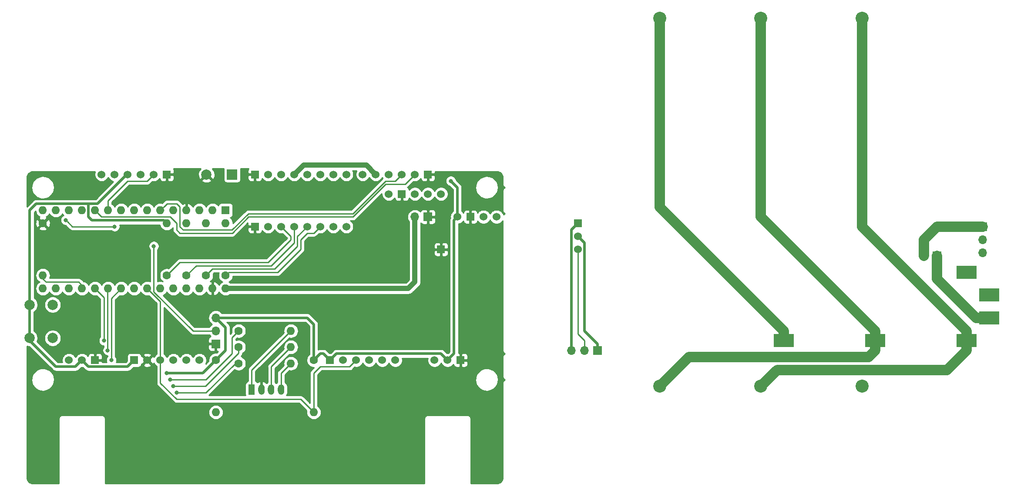
<source format=gtl>
G04 #@! TF.GenerationSoftware,KiCad,Pcbnew,(5.1.2)-1*
G04 #@! TF.CreationDate,2019-05-08T10:34:19+02:00*
G04 #@! TF.ProjectId,bigmax,6269676d-6178-42e6-9b69-6361645f7063,v2*
G04 #@! TF.SameCoordinates,Original*
G04 #@! TF.FileFunction,Copper,L1,Top*
G04 #@! TF.FilePolarity,Positive*
%FSLAX46Y46*%
G04 Gerber Fmt 4.6, Leading zero omitted, Abs format (unit mm)*
G04 Created by KiCad (PCBNEW (5.1.2)-1) date 2019-05-08 10:34:19*
%MOMM*%
%LPD*%
G04 APERTURE LIST*
%ADD10O,1.600000X1.600000*%
%ADD11R,1.600000X1.600000*%
%ADD12C,2.000000*%
%ADD13R,2.000000X2.000000*%
%ADD14C,1.600000*%
%ADD15R,1.524000X1.524000*%
%ADD16C,1.524000*%
%ADD17O,1.700000X1.700000*%
%ADD18R,1.700000X1.700000*%
%ADD19R,4.000000X2.560000*%
%ADD20C,2.540000*%
%ADD21O,1.270000X2.000000*%
%ADD22R,1.270000X2.000000*%
%ADD23C,0.800000*%
%ADD24C,0.250000*%
%ADD25C,1.000000*%
%ADD26C,0.500000*%
%ADD27C,2.000000*%
%ADD28C,0.254000*%
G04 APERTURE END LIST*
D10*
X52070000Y-101600000D03*
X52070000Y-86360000D03*
X87630000Y-101600000D03*
X54610000Y-86360000D03*
X85090000Y-101600000D03*
X57150000Y-86360000D03*
X82550000Y-101600000D03*
X59690000Y-86360000D03*
X80010000Y-101600000D03*
X62230000Y-86360000D03*
X77470000Y-101600000D03*
X64770000Y-86360000D03*
X74930000Y-101600000D03*
X67310000Y-86360000D03*
X72390000Y-101600000D03*
X69850000Y-86360000D03*
X69850000Y-101600000D03*
X72390000Y-86360000D03*
X67310000Y-101600000D03*
X74930000Y-86360000D03*
X64770000Y-101600000D03*
X77470000Y-86360000D03*
X62230000Y-101600000D03*
X80010000Y-86360000D03*
X59690000Y-101600000D03*
X82550000Y-86360000D03*
X57150000Y-101600000D03*
X85090000Y-86360000D03*
X54610000Y-101600000D03*
D11*
X87630000Y-86360000D03*
D12*
X83900000Y-79375000D03*
D13*
X88900000Y-79375000D03*
D10*
X100330000Y-116205000D03*
D14*
X90170000Y-116205000D03*
X90170000Y-113030000D03*
D10*
X100330000Y-113030000D03*
D14*
X90170000Y-109855000D03*
D10*
X100330000Y-109855000D03*
X52070000Y-99060000D03*
D14*
X52070000Y-88900000D03*
X85725000Y-115570000D03*
D10*
X85725000Y-125730000D03*
D14*
X76200000Y-99060000D03*
D10*
X76200000Y-88900000D03*
X80010000Y-88900000D03*
D14*
X80010000Y-99060000D03*
X83820000Y-99060000D03*
D10*
X83820000Y-88900000D03*
X87630000Y-88900000D03*
D14*
X87630000Y-99060000D03*
D10*
X104775000Y-125730000D03*
D14*
X104775000Y-115570000D03*
D12*
X53975000Y-111275000D03*
X49475000Y-111275000D03*
X53975000Y-104775000D03*
X49475000Y-104775000D03*
D15*
X76200000Y-79375000D03*
D16*
X73660000Y-79375000D03*
X71120000Y-79375000D03*
X68580000Y-79375000D03*
X66040000Y-79375000D03*
X63500000Y-79375000D03*
X114300000Y-79375000D03*
X116840000Y-79375000D03*
X119380000Y-79375000D03*
X121920000Y-79375000D03*
X124460000Y-79375000D03*
D15*
X127000000Y-79375000D03*
X62230000Y-115570000D03*
D16*
X57150000Y-115570000D03*
X59690000Y-115570000D03*
X130810000Y-115570000D03*
X128270000Y-115570000D03*
D15*
X133350000Y-115570000D03*
D17*
X85725000Y-107315000D03*
X85725000Y-109855000D03*
D18*
X85725000Y-112395000D03*
D17*
X124460000Y-87630000D03*
D18*
X127000000Y-87630000D03*
D16*
X129540000Y-83185000D03*
X127000000Y-83185000D03*
X124460000Y-83185000D03*
D15*
X121920000Y-83185000D03*
D16*
X119380000Y-83185000D03*
D15*
X129540000Y-93980000D03*
D16*
X132715000Y-87630000D03*
D15*
X135255000Y-87630000D03*
D16*
X137795000Y-87630000D03*
X140335000Y-87630000D03*
D15*
X93345000Y-89535000D03*
D16*
X95885000Y-89535000D03*
X98425000Y-89535000D03*
X100965000Y-89535000D03*
X103505000Y-89535000D03*
X106045000Y-89535000D03*
X108585000Y-89535000D03*
X111125000Y-89535000D03*
D15*
X93345000Y-79375000D03*
D16*
X95885000Y-79375000D03*
X98425000Y-79375000D03*
X100965000Y-79375000D03*
X103505000Y-79375000D03*
X106045000Y-79375000D03*
X108585000Y-79375000D03*
X111125000Y-79375000D03*
X82550000Y-115570000D03*
X80010000Y-115570000D03*
X77470000Y-115570000D03*
X74930000Y-115570000D03*
X72390000Y-115570000D03*
D15*
X69850000Y-115570000D03*
X107950000Y-115570000D03*
D16*
X110490000Y-115570000D03*
X113030000Y-115570000D03*
X115570000Y-115570000D03*
X118110000Y-115570000D03*
X120650000Y-115570000D03*
D17*
X154940000Y-113665000D03*
X157480000Y-113665000D03*
D18*
X160020000Y-113665000D03*
D17*
X223520000Y-95250000D03*
D18*
X226060000Y-95250000D03*
D15*
X156210000Y-88900000D03*
D16*
X156210000Y-91440000D03*
X156210000Y-93980000D03*
D17*
X234950000Y-94615000D03*
X234950000Y-92075000D03*
D18*
X234950000Y-89535000D03*
D19*
X236220000Y-107315000D03*
X236220000Y-102870000D03*
X196215000Y-111760000D03*
X213995000Y-111760000D03*
X231775000Y-111760000D03*
X231775000Y-98425000D03*
D20*
X172085000Y-48895000D03*
X191770000Y-48895000D03*
X211455000Y-48895000D03*
X172085000Y-120650000D03*
X211455000Y-120650000D03*
X191770000Y-120650000D03*
D21*
X98425000Y-121285000D03*
X96520000Y-121285000D03*
X94615000Y-121285000D03*
D22*
X92710000Y-121285000D03*
D23*
X66040000Y-89535000D03*
X56514992Y-88265000D03*
X110490000Y-107315000D03*
X95250000Y-105410000D03*
X135255000Y-83820000D03*
X111125000Y-95250000D03*
X95885000Y-93345000D03*
X88900000Y-120015000D03*
X59690000Y-108585000D03*
X83820000Y-82550000D03*
X128270000Y-97790000D03*
X125095000Y-106680000D03*
X138430000Y-94615000D03*
X138430000Y-102235000D03*
X138430000Y-110490000D03*
X138430000Y-134620000D03*
X120650000Y-134620000D03*
X109855000Y-132080000D03*
X99060000Y-134620000D03*
X88265000Y-132080000D03*
X78105000Y-135255000D03*
X67945000Y-132080000D03*
X120650000Y-123825000D03*
X51435000Y-133985000D03*
X51435000Y-124460000D03*
X66040000Y-121920000D03*
X75565000Y-125095000D03*
X69850000Y-108585000D03*
X79375000Y-110490000D03*
X82550000Y-104775000D03*
X65405000Y-97155000D03*
X58420000Y-95250000D03*
X52070000Y-93345000D03*
X57785000Y-81915000D03*
X71120000Y-81915000D03*
X102870000Y-111125000D03*
X101600000Y-120015000D03*
X103505000Y-97790000D03*
X119380000Y-97155000D03*
X95885000Y-83820000D03*
X83820000Y-92710000D03*
X130810000Y-121285000D03*
X108585000Y-85090000D03*
X115570000Y-81280000D03*
X119380000Y-88265000D03*
X92075000Y-99695000D03*
X138430000Y-125095000D03*
X65405000Y-115570000D03*
X78105000Y-121920000D03*
X64679990Y-113665000D03*
X77470000Y-120650000D03*
X63954980Y-111760000D03*
X76835000Y-119380000D03*
X76200000Y-118110000D03*
X131445000Y-80645000D03*
X73660000Y-93345001D03*
D24*
X100965000Y-92710000D02*
X100965000Y-89535000D01*
X96520000Y-97155000D02*
X100965000Y-92710000D01*
X80010000Y-99060000D02*
X81915000Y-97155000D01*
X81915000Y-97155000D02*
X96520000Y-97155000D01*
X56914991Y-88664999D02*
X56514992Y-88265000D01*
X66040000Y-89535000D02*
X57784992Y-89535000D01*
X57784992Y-89535000D02*
X56914991Y-88664999D01*
X100330000Y-91440000D02*
X98425000Y-89535000D01*
X100330000Y-92075000D02*
X100330000Y-91440000D01*
X95885000Y-96520000D02*
X100330000Y-92075000D01*
X76200000Y-99060000D02*
X78740000Y-96520000D01*
X78740000Y-96520000D02*
X95885000Y-96520000D01*
X101600000Y-91440000D02*
X103505000Y-89535000D01*
X101600000Y-93347822D02*
X101600000Y-91440000D01*
X97157822Y-97790000D02*
X101600000Y-93347822D01*
X83820000Y-99060000D02*
X85090000Y-97790000D01*
X85090000Y-97790000D02*
X97157822Y-97790000D01*
X63500000Y-87630000D02*
X63029999Y-87159999D01*
X76835000Y-87630000D02*
X63500000Y-87630000D01*
X78105000Y-88900000D02*
X76835000Y-87630000D01*
X78105000Y-90170000D02*
X78105000Y-88900000D01*
X63029999Y-87159999D02*
X62230000Y-86360000D01*
X122555000Y-81280000D02*
X118745000Y-81280000D01*
X124460000Y-79375000D02*
X122555000Y-81280000D01*
X118745000Y-81280000D02*
X112395000Y-87630000D01*
X112395000Y-87630000D02*
X92076410Y-87630000D01*
X78740000Y-90805000D02*
X78105000Y-90170000D01*
X92076410Y-87630000D02*
X88901410Y-90805000D01*
X88901410Y-90805000D02*
X78740000Y-90805000D01*
X73660000Y-78740000D02*
X73660000Y-79375000D01*
X72390000Y-80645000D02*
X73660000Y-79375000D01*
X68580000Y-80645000D02*
X72390000Y-80645000D01*
X64770000Y-86360000D02*
X64770000Y-84455000D01*
X64770000Y-84455000D02*
X68580000Y-80645000D01*
X104749100Y-90830900D02*
X106045000Y-89535000D01*
X87630000Y-99060000D02*
X88265000Y-98425000D01*
X97790000Y-98425000D02*
X102235000Y-93980000D01*
X102235000Y-93980000D02*
X102235000Y-92075000D01*
X102235000Y-92075000D02*
X103479100Y-90830900D01*
X88265000Y-98425000D02*
X97790000Y-98425000D01*
X103479100Y-90830900D02*
X104749100Y-90830900D01*
X111760000Y-116840000D02*
X113030000Y-115570000D01*
X106045000Y-116840000D02*
X111760000Y-116840000D01*
X104775000Y-125730000D02*
X104775000Y-118110000D01*
X104775000Y-118110000D02*
X106045000Y-116840000D01*
X102235000Y-123190000D02*
X104775000Y-125730000D01*
X74930000Y-115570000D02*
X74930000Y-120015000D01*
X74930000Y-120015000D02*
X78105000Y-123190000D01*
X74930000Y-104140000D02*
X74930000Y-115570000D01*
X72390000Y-101600000D02*
X74930000Y-104140000D01*
X78105000Y-123190000D02*
X102235000Y-123190000D01*
X75565000Y-86360000D02*
X74930000Y-86360000D01*
X75729999Y-85560001D02*
X74930000Y-86360000D01*
X76216045Y-85073955D02*
X75729999Y-85560001D01*
X78121045Y-85073955D02*
X76216045Y-85073955D01*
X78740000Y-89533590D02*
X78740000Y-85692910D01*
X79376410Y-90170000D02*
X78740000Y-89533590D01*
X120650000Y-80645000D02*
X118743589Y-80645000D01*
X121920000Y-79375000D02*
X120650000Y-80645000D01*
X118743589Y-80645000D02*
X112393589Y-86995000D01*
X78740000Y-85692910D02*
X78121045Y-85073955D01*
X112393589Y-86995000D02*
X92075000Y-86995000D01*
X92075000Y-86995000D02*
X88900000Y-90170000D01*
X88900000Y-90170000D02*
X79376410Y-90170000D01*
X71120000Y-79375000D02*
X71120000Y-80010000D01*
X52070000Y-99695000D02*
X52070000Y-99060000D01*
X52705000Y-100330000D02*
X52070000Y-99695000D01*
X59055000Y-100330000D02*
X52705000Y-100330000D01*
X59690000Y-101600000D02*
X59690000Y-100965000D01*
X59690000Y-100965000D02*
X59055000Y-100330000D01*
X98425000Y-118110000D02*
X100330000Y-116205000D01*
X98425000Y-121285000D02*
X98425000Y-118110000D01*
X96520000Y-116840000D02*
X100330000Y-113030000D01*
X96520000Y-121285000D02*
X96520000Y-116840000D01*
D25*
X114979683Y-77514683D02*
X116840000Y-79375000D01*
X100965000Y-79375000D02*
X102825317Y-77514683D01*
X102825317Y-77514683D02*
X114979683Y-77514683D01*
D24*
X92710000Y-117475000D02*
X100330000Y-109855000D01*
X92710000Y-121285000D02*
X92710000Y-117475000D01*
X65405000Y-115570000D02*
X65405000Y-103505000D01*
X65405000Y-103505000D02*
X67310000Y-101600000D01*
X78670685Y-121920000D02*
X78105000Y-121920000D01*
X83820000Y-121920000D02*
X78670685Y-121920000D01*
X90170000Y-116205000D02*
X89535000Y-116205000D01*
X89535000Y-116205000D02*
X83820000Y-121920000D01*
X64770000Y-101600000D02*
X64679990Y-101690010D01*
X64679990Y-101690010D02*
X64679990Y-113665000D01*
X78035685Y-120650000D02*
X77470000Y-120650000D01*
X83706760Y-120650000D02*
X78035685Y-120650000D01*
X90170000Y-113030000D02*
X90170000Y-114186760D01*
X90170000Y-114186760D02*
X83706760Y-120650000D01*
X63954980Y-103324980D02*
X63954980Y-111760000D01*
X62230000Y-101600000D02*
X63954980Y-103324980D01*
X77400685Y-119380000D02*
X76835000Y-119380000D01*
X83820000Y-119380000D02*
X77400685Y-119380000D01*
X88900000Y-114300000D02*
X83820000Y-119380000D01*
X90170000Y-109855000D02*
X88900000Y-111125000D01*
X88900000Y-111125000D02*
X88900000Y-114300000D01*
D26*
X106680000Y-114300000D02*
X107950000Y-115570000D01*
X104775000Y-115570000D02*
X106045000Y-114300000D01*
X106045000Y-114300000D02*
X106680000Y-114300000D01*
X109220000Y-114300000D02*
X107950000Y-115570000D01*
X130810000Y-115570000D02*
X129540000Y-114300000D01*
X129540000Y-114300000D02*
X109220000Y-114300000D01*
X68580000Y-116840000D02*
X69850000Y-115570000D01*
X59690000Y-115570000D02*
X60960000Y-116840000D01*
X60960000Y-116840000D02*
X68580000Y-116840000D01*
X50800000Y-85090000D02*
X49530000Y-86360000D01*
X68580000Y-79375000D02*
X68401812Y-79375000D01*
X68401812Y-79375000D02*
X62686812Y-85090000D01*
X132080000Y-114300000D02*
X130810000Y-115570000D01*
X132715000Y-87630000D02*
X132080000Y-88265000D01*
X132080000Y-88265000D02*
X132080000Y-114300000D01*
X49530000Y-90170000D02*
X49530000Y-104775000D01*
X49530000Y-86360000D02*
X49530000Y-90170000D01*
X60960000Y-85090000D02*
X50800000Y-85090000D01*
X62686812Y-85090000D02*
X60960000Y-85090000D01*
X132715000Y-87630000D02*
X132715000Y-81915000D01*
X132715000Y-81915000D02*
X131445000Y-80645000D01*
X49475000Y-111070000D02*
X49475000Y-104775000D01*
X49475000Y-111705000D02*
X49475000Y-111070000D01*
X54610000Y-116840000D02*
X49475000Y-111705000D01*
X59690000Y-115570000D02*
X58420000Y-116840000D01*
X58420000Y-116840000D02*
X54610000Y-116840000D01*
X83185000Y-118110000D02*
X76200000Y-118110000D01*
X85725000Y-115570000D02*
X83185000Y-118110000D01*
X87630000Y-113665000D02*
X85725000Y-115570000D01*
X85725000Y-107315000D02*
X87630000Y-109220000D01*
X87630000Y-109220000D02*
X87630000Y-113665000D01*
X104775000Y-108585000D02*
X104775000Y-115570000D01*
X85725000Y-107315000D02*
X103505000Y-107315000D01*
X103505000Y-107315000D02*
X104775000Y-108585000D01*
X75606571Y-88306571D02*
X76200000Y-88900000D01*
X61636571Y-88306571D02*
X75606571Y-88306571D01*
X60960000Y-85090000D02*
X60960000Y-87630000D01*
X60960000Y-87630000D02*
X61636571Y-88306571D01*
D24*
X81281411Y-109855000D02*
X73660000Y-102233589D01*
X73660000Y-93910686D02*
X73660000Y-93345001D01*
X73660000Y-102233589D02*
X73660000Y-93910686D01*
X85725000Y-109855000D02*
X81281411Y-109855000D01*
D25*
X124460000Y-100330000D02*
X124460000Y-87630000D01*
X87630000Y-101600000D02*
X123190000Y-101600000D01*
X123190000Y-101600000D02*
X124460000Y-100330000D01*
D26*
X154940000Y-90170000D02*
X154940000Y-113665000D01*
X156210000Y-88900000D02*
X154940000Y-90170000D01*
D24*
X156210000Y-110490000D02*
X156210000Y-93980000D01*
X157480000Y-111760000D02*
X156210000Y-110490000D01*
X157480000Y-113665000D02*
X157480000Y-111760000D01*
D26*
X160020000Y-112395000D02*
X160020000Y-113665000D01*
X156210000Y-91440000D02*
X157480000Y-92710000D01*
X157480000Y-109855000D02*
X160020000Y-112395000D01*
X157480000Y-92710000D02*
X157480000Y-109855000D01*
D27*
X226060000Y-89535000D02*
X223520000Y-92075000D01*
X234950000Y-89535000D02*
X226060000Y-89535000D01*
X223520000Y-92075000D02*
X223520000Y-95250000D01*
D24*
X236220000Y-107315000D02*
X235500000Y-107315000D01*
D27*
X233680000Y-107315000D02*
X226060000Y-99695000D01*
X236220000Y-107315000D02*
X233680000Y-107315000D01*
X226060000Y-99695000D02*
X226060000Y-95250000D01*
X172085000Y-85725000D02*
X196215000Y-109855000D01*
X172085000Y-48895000D02*
X172085000Y-85725000D01*
X196215000Y-109855000D02*
X196215000Y-111760000D01*
X213995000Y-109855000D02*
X213995000Y-111760000D01*
X191770000Y-87630000D02*
X213995000Y-109855000D01*
X213995000Y-113665000D02*
X213995000Y-111760000D01*
X212725000Y-114935000D02*
X213995000Y-113665000D01*
X172085000Y-120650000D02*
X177800000Y-114935000D01*
X191770000Y-48895000D02*
X191770000Y-87630000D01*
X177800000Y-114935000D02*
X212725000Y-114935000D01*
X194945000Y-117475000D02*
X227965000Y-117475000D01*
X191770000Y-120650000D02*
X194945000Y-117475000D01*
X231775000Y-109855000D02*
X231775000Y-111760000D01*
X211455000Y-48895000D02*
X211455000Y-89535000D01*
X211455000Y-89535000D02*
X231775000Y-109855000D01*
X227965000Y-117475000D02*
X231775000Y-113665000D01*
X231775000Y-113665000D02*
X231775000Y-111760000D01*
D28*
G36*
X140566446Y-78841098D02*
G01*
X140789081Y-78908315D01*
X140994419Y-79017495D01*
X141174639Y-79164479D01*
X141322877Y-79343668D01*
X141433489Y-79548240D01*
X141502258Y-79770397D01*
X141530000Y-80034344D01*
X141530001Y-81245113D01*
X141526565Y-81280000D01*
X141540273Y-81419184D01*
X141580872Y-81553020D01*
X141646800Y-81676363D01*
X141735525Y-81784475D01*
X141843637Y-81873200D01*
X141921840Y-81915000D01*
X141843637Y-81956800D01*
X141735525Y-82045525D01*
X141646800Y-82153637D01*
X141580872Y-82276980D01*
X141540273Y-82410816D01*
X141526565Y-82550000D01*
X141530000Y-82584877D01*
X141530001Y-86325113D01*
X141526565Y-86360000D01*
X141540273Y-86499184D01*
X141580872Y-86633020D01*
X141646800Y-86756363D01*
X141735525Y-86864475D01*
X141843637Y-86953200D01*
X141921840Y-86995000D01*
X141843637Y-87036800D01*
X141735525Y-87125525D01*
X141670806Y-87204385D01*
X141573005Y-86968273D01*
X141420120Y-86739465D01*
X141225535Y-86544880D01*
X140996727Y-86391995D01*
X140742490Y-86286686D01*
X140472592Y-86233000D01*
X140197408Y-86233000D01*
X139927510Y-86286686D01*
X139673273Y-86391995D01*
X139444465Y-86544880D01*
X139249880Y-86739465D01*
X139096995Y-86968273D01*
X139065000Y-87045515D01*
X139033005Y-86968273D01*
X138880120Y-86739465D01*
X138685535Y-86544880D01*
X138456727Y-86391995D01*
X138202490Y-86286686D01*
X137932592Y-86233000D01*
X137657408Y-86233000D01*
X137387510Y-86286686D01*
X137133273Y-86391995D01*
X136904465Y-86544880D01*
X136709880Y-86739465D01*
X136651080Y-86827465D01*
X136642812Y-86743518D01*
X136606502Y-86623820D01*
X136547537Y-86513506D01*
X136468185Y-86416815D01*
X136371494Y-86337463D01*
X136261180Y-86278498D01*
X136141482Y-86242188D01*
X136017000Y-86229928D01*
X135540750Y-86233000D01*
X135382000Y-86391750D01*
X135382000Y-87503000D01*
X135402000Y-87503000D01*
X135402000Y-87757000D01*
X135382000Y-87757000D01*
X135382000Y-88868250D01*
X135540750Y-89027000D01*
X136017000Y-89030072D01*
X136141482Y-89017812D01*
X136261180Y-88981502D01*
X136371494Y-88922537D01*
X136468185Y-88843185D01*
X136547537Y-88746494D01*
X136606502Y-88636180D01*
X136642812Y-88516482D01*
X136651080Y-88432535D01*
X136709880Y-88520535D01*
X136904465Y-88715120D01*
X137133273Y-88868005D01*
X137387510Y-88973314D01*
X137657408Y-89027000D01*
X137932592Y-89027000D01*
X138202490Y-88973314D01*
X138456727Y-88868005D01*
X138685535Y-88715120D01*
X138880120Y-88520535D01*
X139033005Y-88291727D01*
X139065000Y-88214485D01*
X139096995Y-88291727D01*
X139249880Y-88520535D01*
X139444465Y-88715120D01*
X139673273Y-88868005D01*
X139927510Y-88973314D01*
X140197408Y-89027000D01*
X140472592Y-89027000D01*
X140742490Y-88973314D01*
X140996727Y-88868005D01*
X141225535Y-88715120D01*
X141420120Y-88520535D01*
X141530000Y-88356088D01*
X141530001Y-113630113D01*
X141526565Y-113665000D01*
X141540273Y-113804184D01*
X141580872Y-113938020D01*
X141646800Y-114061363D01*
X141735525Y-114169475D01*
X141843637Y-114258200D01*
X141921840Y-114300000D01*
X141843637Y-114341800D01*
X141735525Y-114430525D01*
X141646800Y-114538637D01*
X141580872Y-114661980D01*
X141540273Y-114795816D01*
X141526565Y-114935000D01*
X141530000Y-114969877D01*
X141530001Y-118710113D01*
X141526565Y-118745000D01*
X141540273Y-118884184D01*
X141580872Y-119018020D01*
X141646800Y-119141363D01*
X141735525Y-119249475D01*
X141843637Y-119338200D01*
X141921840Y-119380000D01*
X141843637Y-119421800D01*
X141735525Y-119510525D01*
X141646800Y-119618637D01*
X141580872Y-119741980D01*
X141540273Y-119875816D01*
X141526565Y-120015000D01*
X141530001Y-120049887D01*
X141530000Y-138395271D01*
X141503901Y-138661449D01*
X141436684Y-138884084D01*
X141327506Y-139089417D01*
X141180522Y-139269637D01*
X141001333Y-139417876D01*
X140796761Y-139528488D01*
X140574606Y-139597257D01*
X140310655Y-139625000D01*
X135330000Y-139625000D01*
X135330000Y-127034877D01*
X135333435Y-127000000D01*
X135319727Y-126860816D01*
X135279128Y-126726980D01*
X135213200Y-126603637D01*
X135124475Y-126495525D01*
X135016363Y-126406800D01*
X134893020Y-126340872D01*
X134759184Y-126300273D01*
X134654877Y-126290000D01*
X134620000Y-126286565D01*
X134585123Y-126290000D01*
X127034877Y-126290000D01*
X127000000Y-126286565D01*
X126965123Y-126290000D01*
X126860816Y-126300273D01*
X126726980Y-126340872D01*
X126603637Y-126406800D01*
X126495525Y-126495525D01*
X126406800Y-126603637D01*
X126340872Y-126726980D01*
X126300273Y-126860816D01*
X126286565Y-127000000D01*
X126290000Y-127034877D01*
X126290001Y-139625000D01*
X64210000Y-139625000D01*
X64210000Y-127034877D01*
X64213435Y-127000000D01*
X64199727Y-126860816D01*
X64159128Y-126726980D01*
X64093200Y-126603637D01*
X64004475Y-126495525D01*
X63896363Y-126406800D01*
X63773020Y-126340872D01*
X63639184Y-126300273D01*
X63534877Y-126290000D01*
X63500000Y-126286565D01*
X63465123Y-126290000D01*
X55914877Y-126290000D01*
X55880000Y-126286565D01*
X55845123Y-126290000D01*
X55740816Y-126300273D01*
X55606980Y-126340872D01*
X55483637Y-126406800D01*
X55375525Y-126495525D01*
X55286800Y-126603637D01*
X55220872Y-126726980D01*
X55180273Y-126860816D01*
X55166565Y-127000000D01*
X55170001Y-127034887D01*
X55170000Y-139625000D01*
X50199729Y-139625000D01*
X49933551Y-139598901D01*
X49710916Y-139531684D01*
X49505583Y-139422506D01*
X49325363Y-139275522D01*
X49177124Y-139096333D01*
X49066512Y-138891761D01*
X48997743Y-138669606D01*
X48970000Y-138405655D01*
X48970000Y-125730000D01*
X84283057Y-125730000D01*
X84310764Y-126011309D01*
X84392818Y-126281808D01*
X84526068Y-126531101D01*
X84705392Y-126749608D01*
X84923899Y-126928932D01*
X85173192Y-127062182D01*
X85443691Y-127144236D01*
X85654508Y-127165000D01*
X85795492Y-127165000D01*
X86006309Y-127144236D01*
X86276808Y-127062182D01*
X86526101Y-126928932D01*
X86744608Y-126749608D01*
X86923932Y-126531101D01*
X87057182Y-126281808D01*
X87139236Y-126011309D01*
X87166943Y-125730000D01*
X87139236Y-125448691D01*
X87057182Y-125178192D01*
X86923932Y-124928899D01*
X86744608Y-124710392D01*
X86526101Y-124531068D01*
X86276808Y-124397818D01*
X86006309Y-124315764D01*
X85795492Y-124295000D01*
X85654508Y-124295000D01*
X85443691Y-124315764D01*
X85173192Y-124397818D01*
X84923899Y-124531068D01*
X84705392Y-124710392D01*
X84526068Y-124928899D01*
X84392818Y-125178192D01*
X84310764Y-125448691D01*
X84283057Y-125730000D01*
X48970000Y-125730000D01*
X48970000Y-119411136D01*
X49840217Y-119411136D01*
X49888731Y-119843643D01*
X50020328Y-120258490D01*
X50229997Y-120639876D01*
X50509751Y-120973274D01*
X50848934Y-121245984D01*
X51234627Y-121447620D01*
X51652140Y-121570501D01*
X52085568Y-121609946D01*
X52518404Y-121564453D01*
X52934160Y-121435755D01*
X53317000Y-121228754D01*
X53652343Y-120951334D01*
X53927414Y-120614063D01*
X54131738Y-120229787D01*
X54257530Y-119813143D01*
X54300000Y-119380000D01*
X54299131Y-119317735D01*
X54244583Y-118885947D01*
X54107206Y-118472977D01*
X53892233Y-118094556D01*
X53607852Y-117765097D01*
X53264894Y-117497149D01*
X52876423Y-117300918D01*
X52457235Y-117183879D01*
X52023298Y-117150489D01*
X51591140Y-117202021D01*
X51177222Y-117336511D01*
X50797309Y-117548837D01*
X50465872Y-117830912D01*
X50195536Y-118171991D01*
X49996598Y-118559082D01*
X49876636Y-118977442D01*
X49840217Y-119411136D01*
X48970000Y-119411136D01*
X48970000Y-112835534D01*
X48998088Y-112847168D01*
X49313967Y-112910000D01*
X49428422Y-112910000D01*
X53953470Y-117435049D01*
X53981183Y-117468817D01*
X54014951Y-117496530D01*
X54014953Y-117496532D01*
X54115941Y-117579411D01*
X54269686Y-117661589D01*
X54349248Y-117685724D01*
X54436510Y-117712195D01*
X54566523Y-117725000D01*
X54566531Y-117725000D01*
X54610000Y-117729281D01*
X54653469Y-117725000D01*
X58376531Y-117725000D01*
X58420000Y-117729281D01*
X58463469Y-117725000D01*
X58463477Y-117725000D01*
X58593490Y-117712195D01*
X58760313Y-117661589D01*
X58914059Y-117579411D01*
X59048817Y-117468817D01*
X59076534Y-117435044D01*
X59545877Y-116965701D01*
X59552408Y-116967000D01*
X59827592Y-116967000D01*
X59834122Y-116965701D01*
X60303470Y-117435049D01*
X60331183Y-117468817D01*
X60364951Y-117496530D01*
X60364953Y-117496532D01*
X60414485Y-117537182D01*
X60465941Y-117579411D01*
X60619687Y-117661589D01*
X60786510Y-117712195D01*
X60916523Y-117725000D01*
X60916533Y-117725000D01*
X60959999Y-117729281D01*
X61003465Y-117725000D01*
X68536531Y-117725000D01*
X68580000Y-117729281D01*
X68623469Y-117725000D01*
X68623477Y-117725000D01*
X68753490Y-117712195D01*
X68920313Y-117661589D01*
X69074059Y-117579411D01*
X69208817Y-117468817D01*
X69236534Y-117435044D01*
X69701506Y-116970072D01*
X70612000Y-116970072D01*
X70736482Y-116957812D01*
X70856180Y-116921502D01*
X70966494Y-116862537D01*
X71063185Y-116783185D01*
X71142537Y-116686494D01*
X71201502Y-116576180D01*
X71213822Y-116535565D01*
X71604040Y-116535565D01*
X71671020Y-116775656D01*
X71920048Y-116892756D01*
X72187135Y-116959023D01*
X72462017Y-116971910D01*
X72734133Y-116930922D01*
X72993023Y-116837636D01*
X73108980Y-116775656D01*
X73175960Y-116535565D01*
X72390000Y-115749605D01*
X71604040Y-116535565D01*
X71213822Y-116535565D01*
X71237812Y-116456482D01*
X71250072Y-116332000D01*
X71250072Y-116307317D01*
X71424435Y-116355960D01*
X72210395Y-115570000D01*
X71424435Y-114784040D01*
X71250072Y-114832683D01*
X71250072Y-114808000D01*
X71237812Y-114683518D01*
X71213823Y-114604435D01*
X71604040Y-114604435D01*
X72390000Y-115390395D01*
X73175960Y-114604435D01*
X73108980Y-114364344D01*
X72859952Y-114247244D01*
X72592865Y-114180977D01*
X72317983Y-114168090D01*
X72045867Y-114209078D01*
X71786977Y-114302364D01*
X71671020Y-114364344D01*
X71604040Y-114604435D01*
X71213823Y-114604435D01*
X71201502Y-114563820D01*
X71142537Y-114453506D01*
X71063185Y-114356815D01*
X70966494Y-114277463D01*
X70856180Y-114218498D01*
X70736482Y-114182188D01*
X70612000Y-114169928D01*
X69088000Y-114169928D01*
X68963518Y-114182188D01*
X68843820Y-114218498D01*
X68733506Y-114277463D01*
X68636815Y-114356815D01*
X68557463Y-114453506D01*
X68498498Y-114563820D01*
X68462188Y-114683518D01*
X68449928Y-114808000D01*
X68449928Y-115718494D01*
X68213422Y-115955000D01*
X66365804Y-115955000D01*
X66400226Y-115871898D01*
X66440000Y-115671939D01*
X66440000Y-115468061D01*
X66400226Y-115268102D01*
X66322205Y-115079744D01*
X66208937Y-114910226D01*
X66165000Y-114866289D01*
X66165000Y-103819801D01*
X66984094Y-103000708D01*
X67028691Y-103014236D01*
X67239508Y-103035000D01*
X67380492Y-103035000D01*
X67591309Y-103014236D01*
X67861808Y-102932182D01*
X68111101Y-102798932D01*
X68329608Y-102619608D01*
X68508932Y-102401101D01*
X68580000Y-102268142D01*
X68651068Y-102401101D01*
X68830392Y-102619608D01*
X69048899Y-102798932D01*
X69298192Y-102932182D01*
X69568691Y-103014236D01*
X69779508Y-103035000D01*
X69920492Y-103035000D01*
X70131309Y-103014236D01*
X70401808Y-102932182D01*
X70651101Y-102798932D01*
X70869608Y-102619608D01*
X71048932Y-102401101D01*
X71120000Y-102268142D01*
X71191068Y-102401101D01*
X71370392Y-102619608D01*
X71588899Y-102798932D01*
X71838192Y-102932182D01*
X72108691Y-103014236D01*
X72319508Y-103035000D01*
X72460492Y-103035000D01*
X72671309Y-103014236D01*
X72715906Y-103000708D01*
X74170000Y-104454803D01*
X74170001Y-114397658D01*
X74039465Y-114484880D01*
X73844880Y-114679465D01*
X73691995Y-114908273D01*
X73662308Y-114979943D01*
X73657636Y-114966977D01*
X73595656Y-114851020D01*
X73355565Y-114784040D01*
X72569605Y-115570000D01*
X73355565Y-116355960D01*
X73595656Y-116288980D01*
X73659485Y-116153240D01*
X73691995Y-116231727D01*
X73844880Y-116460535D01*
X74039465Y-116655120D01*
X74170000Y-116742341D01*
X74170001Y-119977668D01*
X74166324Y-120015000D01*
X74170001Y-120052333D01*
X74180657Y-120160518D01*
X74180998Y-120163985D01*
X74224454Y-120307246D01*
X74295026Y-120439276D01*
X74366201Y-120526002D01*
X74390000Y-120555001D01*
X74418998Y-120578799D01*
X77541200Y-123701002D01*
X77564999Y-123730001D01*
X77593997Y-123753799D01*
X77680723Y-123824974D01*
X77812753Y-123895546D01*
X77956014Y-123939003D01*
X78067667Y-123950000D01*
X78067676Y-123950000D01*
X78104999Y-123953676D01*
X78142322Y-123950000D01*
X101920199Y-123950000D01*
X103374292Y-125404094D01*
X103360764Y-125448691D01*
X103333057Y-125730000D01*
X103360764Y-126011309D01*
X103442818Y-126281808D01*
X103576068Y-126531101D01*
X103755392Y-126749608D01*
X103973899Y-126928932D01*
X104223192Y-127062182D01*
X104493691Y-127144236D01*
X104704508Y-127165000D01*
X104845492Y-127165000D01*
X105056309Y-127144236D01*
X105326808Y-127062182D01*
X105576101Y-126928932D01*
X105794608Y-126749608D01*
X105973932Y-126531101D01*
X106107182Y-126281808D01*
X106189236Y-126011309D01*
X106216943Y-125730000D01*
X106189236Y-125448691D01*
X106107182Y-125178192D01*
X105973932Y-124928899D01*
X105794608Y-124710392D01*
X105576101Y-124531068D01*
X105535000Y-124509099D01*
X105535000Y-119411136D01*
X136200217Y-119411136D01*
X136248731Y-119843643D01*
X136380328Y-120258490D01*
X136589997Y-120639876D01*
X136869751Y-120973274D01*
X137208934Y-121245984D01*
X137594627Y-121447620D01*
X138012140Y-121570501D01*
X138445568Y-121609946D01*
X138878404Y-121564453D01*
X139294160Y-121435755D01*
X139677000Y-121228754D01*
X140012343Y-120951334D01*
X140287414Y-120614063D01*
X140491738Y-120229787D01*
X140617530Y-119813143D01*
X140660000Y-119380000D01*
X140659131Y-119317735D01*
X140604583Y-118885947D01*
X140467206Y-118472977D01*
X140252233Y-118094556D01*
X139967852Y-117765097D01*
X139624894Y-117497149D01*
X139236423Y-117300918D01*
X138817235Y-117183879D01*
X138383298Y-117150489D01*
X137951140Y-117202021D01*
X137537222Y-117336511D01*
X137157309Y-117548837D01*
X136825872Y-117830912D01*
X136555536Y-118171991D01*
X136356598Y-118559082D01*
X136236636Y-118977442D01*
X136200217Y-119411136D01*
X105535000Y-119411136D01*
X105535000Y-118424801D01*
X106359802Y-117600000D01*
X111722678Y-117600000D01*
X111760000Y-117603676D01*
X111797322Y-117600000D01*
X111797333Y-117600000D01*
X111908986Y-117589003D01*
X112052247Y-117545546D01*
X112184276Y-117474974D01*
X112300001Y-117380001D01*
X112323804Y-117350997D01*
X112738430Y-116936372D01*
X112892408Y-116967000D01*
X113167592Y-116967000D01*
X113437490Y-116913314D01*
X113691727Y-116808005D01*
X113920535Y-116655120D01*
X114115120Y-116460535D01*
X114268005Y-116231727D01*
X114300000Y-116154485D01*
X114331995Y-116231727D01*
X114484880Y-116460535D01*
X114679465Y-116655120D01*
X114908273Y-116808005D01*
X115162510Y-116913314D01*
X115432408Y-116967000D01*
X115707592Y-116967000D01*
X115977490Y-116913314D01*
X116231727Y-116808005D01*
X116460535Y-116655120D01*
X116655120Y-116460535D01*
X116808005Y-116231727D01*
X116840000Y-116154485D01*
X116871995Y-116231727D01*
X117024880Y-116460535D01*
X117219465Y-116655120D01*
X117448273Y-116808005D01*
X117702510Y-116913314D01*
X117972408Y-116967000D01*
X118247592Y-116967000D01*
X118517490Y-116913314D01*
X118771727Y-116808005D01*
X119000535Y-116655120D01*
X119195120Y-116460535D01*
X119348005Y-116231727D01*
X119380000Y-116154485D01*
X119411995Y-116231727D01*
X119564880Y-116460535D01*
X119759465Y-116655120D01*
X119988273Y-116808005D01*
X120242510Y-116913314D01*
X120512408Y-116967000D01*
X120787592Y-116967000D01*
X121057490Y-116913314D01*
X121311727Y-116808005D01*
X121540535Y-116655120D01*
X121735120Y-116460535D01*
X121888005Y-116231727D01*
X121993314Y-115977490D01*
X122047000Y-115707592D01*
X122047000Y-115432408D01*
X121997788Y-115185000D01*
X126922212Y-115185000D01*
X126873000Y-115432408D01*
X126873000Y-115707592D01*
X126926686Y-115977490D01*
X127031995Y-116231727D01*
X127184880Y-116460535D01*
X127379465Y-116655120D01*
X127608273Y-116808005D01*
X127862510Y-116913314D01*
X128132408Y-116967000D01*
X128407592Y-116967000D01*
X128677490Y-116913314D01*
X128931727Y-116808005D01*
X129160535Y-116655120D01*
X129355120Y-116460535D01*
X129508005Y-116231727D01*
X129540000Y-116154485D01*
X129571995Y-116231727D01*
X129724880Y-116460535D01*
X129919465Y-116655120D01*
X130148273Y-116808005D01*
X130402510Y-116913314D01*
X130672408Y-116967000D01*
X130947592Y-116967000D01*
X131217490Y-116913314D01*
X131471727Y-116808005D01*
X131700535Y-116655120D01*
X131895120Y-116460535D01*
X131953920Y-116372535D01*
X131962188Y-116456482D01*
X131998498Y-116576180D01*
X132057463Y-116686494D01*
X132136815Y-116783185D01*
X132233506Y-116862537D01*
X132343820Y-116921502D01*
X132463518Y-116957812D01*
X132588000Y-116970072D01*
X133064250Y-116967000D01*
X133223000Y-116808250D01*
X133223000Y-115697000D01*
X133477000Y-115697000D01*
X133477000Y-116808250D01*
X133635750Y-116967000D01*
X134112000Y-116970072D01*
X134236482Y-116957812D01*
X134356180Y-116921502D01*
X134466494Y-116862537D01*
X134563185Y-116783185D01*
X134642537Y-116686494D01*
X134701502Y-116576180D01*
X134737812Y-116456482D01*
X134750072Y-116332000D01*
X134747000Y-115855750D01*
X134588250Y-115697000D01*
X133477000Y-115697000D01*
X133223000Y-115697000D01*
X133203000Y-115697000D01*
X133203000Y-115443000D01*
X133223000Y-115443000D01*
X133223000Y-114331750D01*
X133477000Y-114331750D01*
X133477000Y-115443000D01*
X134588250Y-115443000D01*
X134747000Y-115284250D01*
X134750072Y-114808000D01*
X134737812Y-114683518D01*
X134701502Y-114563820D01*
X134642537Y-114453506D01*
X134563185Y-114356815D01*
X134466494Y-114277463D01*
X134356180Y-114218498D01*
X134236482Y-114182188D01*
X134112000Y-114169928D01*
X133635750Y-114173000D01*
X133477000Y-114331750D01*
X133223000Y-114331750D01*
X133064250Y-114173000D01*
X132965000Y-114172360D01*
X132965000Y-89004641D01*
X133122490Y-88973314D01*
X133376727Y-88868005D01*
X133605535Y-88715120D01*
X133800120Y-88520535D01*
X133858920Y-88432535D01*
X133867188Y-88516482D01*
X133903498Y-88636180D01*
X133962463Y-88746494D01*
X134041815Y-88843185D01*
X134138506Y-88922537D01*
X134248820Y-88981502D01*
X134368518Y-89017812D01*
X134493000Y-89030072D01*
X134969250Y-89027000D01*
X135128000Y-88868250D01*
X135128000Y-87757000D01*
X135108000Y-87757000D01*
X135108000Y-87503000D01*
X135128000Y-87503000D01*
X135128000Y-86391750D01*
X134969250Y-86233000D01*
X134493000Y-86229928D01*
X134368518Y-86242188D01*
X134248820Y-86278498D01*
X134138506Y-86337463D01*
X134041815Y-86416815D01*
X133962463Y-86513506D01*
X133903498Y-86623820D01*
X133867188Y-86743518D01*
X133858920Y-86827465D01*
X133800120Y-86739465D01*
X133605535Y-86544880D01*
X133600000Y-86541182D01*
X133600000Y-81958465D01*
X133601214Y-81946136D01*
X136200217Y-81946136D01*
X136248731Y-82378643D01*
X136380328Y-82793490D01*
X136589997Y-83174876D01*
X136869751Y-83508274D01*
X137208934Y-83780984D01*
X137594627Y-83982620D01*
X138012140Y-84105501D01*
X138445568Y-84144946D01*
X138878404Y-84099453D01*
X139294160Y-83970755D01*
X139677000Y-83763754D01*
X140012343Y-83486334D01*
X140287414Y-83149063D01*
X140491738Y-82764787D01*
X140617530Y-82348143D01*
X140660000Y-81915000D01*
X140659131Y-81852735D01*
X140604583Y-81420947D01*
X140467206Y-81007977D01*
X140252233Y-80629556D01*
X139967852Y-80300097D01*
X139624894Y-80032149D01*
X139236423Y-79835918D01*
X138817235Y-79718879D01*
X138383298Y-79685489D01*
X137951140Y-79737021D01*
X137537222Y-79871511D01*
X137157309Y-80083837D01*
X136825872Y-80365912D01*
X136555536Y-80706991D01*
X136356598Y-81094082D01*
X136236636Y-81512442D01*
X136200217Y-81946136D01*
X133601214Y-81946136D01*
X133604281Y-81914999D01*
X133600000Y-81871533D01*
X133600000Y-81871523D01*
X133587195Y-81741510D01*
X133536589Y-81574687D01*
X133454411Y-81420941D01*
X133430210Y-81391452D01*
X133371532Y-81319953D01*
X133371530Y-81319951D01*
X133343817Y-81286183D01*
X133310049Y-81258470D01*
X132451535Y-80399957D01*
X132440226Y-80343102D01*
X132362205Y-80154744D01*
X132248937Y-79985226D01*
X132104774Y-79841063D01*
X131935256Y-79727795D01*
X131746898Y-79649774D01*
X131546939Y-79610000D01*
X131343061Y-79610000D01*
X131143102Y-79649774D01*
X130954744Y-79727795D01*
X130785226Y-79841063D01*
X130641063Y-79985226D01*
X130527795Y-80154744D01*
X130449774Y-80343102D01*
X130410000Y-80543061D01*
X130410000Y-80746939D01*
X130449774Y-80946898D01*
X130527795Y-81135256D01*
X130641063Y-81304774D01*
X130785226Y-81448937D01*
X130954744Y-81562205D01*
X131143102Y-81640226D01*
X131199957Y-81651535D01*
X131830001Y-82281580D01*
X131830000Y-86541181D01*
X131824465Y-86544880D01*
X131629880Y-86739465D01*
X131476995Y-86968273D01*
X131371686Y-87222510D01*
X131318000Y-87492408D01*
X131318000Y-87767592D01*
X131324612Y-87800833D01*
X131258411Y-87924688D01*
X131207805Y-88091511D01*
X131195000Y-88221524D01*
X131195000Y-88221531D01*
X131190719Y-88265000D01*
X131195000Y-88308469D01*
X131195001Y-113933420D01*
X130954122Y-114174299D01*
X130947592Y-114173000D01*
X130672408Y-114173000D01*
X130665877Y-114174299D01*
X130196534Y-113704956D01*
X130168817Y-113671183D01*
X130034059Y-113560589D01*
X129880313Y-113478411D01*
X129713490Y-113427805D01*
X129583477Y-113415000D01*
X129583469Y-113415000D01*
X129540000Y-113410719D01*
X129496531Y-113415000D01*
X109263465Y-113415000D01*
X109219999Y-113410719D01*
X109176533Y-113415000D01*
X109176523Y-113415000D01*
X109046510Y-113427805D01*
X108879687Y-113478411D01*
X108725941Y-113560589D01*
X108725939Y-113560590D01*
X108725940Y-113560590D01*
X108624953Y-113643468D01*
X108624951Y-113643470D01*
X108591183Y-113671183D01*
X108563470Y-113704951D01*
X108098493Y-114169928D01*
X107801506Y-114169928D01*
X107336534Y-113704956D01*
X107308817Y-113671183D01*
X107174059Y-113560589D01*
X107020313Y-113478411D01*
X106853490Y-113427805D01*
X106723477Y-113415000D01*
X106723469Y-113415000D01*
X106680000Y-113410719D01*
X106636531Y-113415000D01*
X106088465Y-113415000D01*
X106044999Y-113410719D01*
X106001533Y-113415000D01*
X106001523Y-113415000D01*
X105871510Y-113427805D01*
X105704687Y-113478411D01*
X105660000Y-113502296D01*
X105660000Y-108628465D01*
X105664281Y-108584999D01*
X105660000Y-108541533D01*
X105660000Y-108541523D01*
X105647195Y-108411510D01*
X105596589Y-108244687D01*
X105514411Y-108090941D01*
X105403817Y-107956183D01*
X105370050Y-107928471D01*
X104161534Y-106719956D01*
X104133817Y-106686183D01*
X103999059Y-106575589D01*
X103845313Y-106493411D01*
X103678490Y-106442805D01*
X103548477Y-106430000D01*
X103548469Y-106430000D01*
X103505000Y-106425719D01*
X103461531Y-106430000D01*
X86919759Y-106430000D01*
X86780134Y-106259866D01*
X86554014Y-106074294D01*
X86296034Y-105936401D01*
X86016111Y-105851487D01*
X85797950Y-105830000D01*
X85652050Y-105830000D01*
X85433889Y-105851487D01*
X85153966Y-105936401D01*
X84895986Y-106074294D01*
X84669866Y-106259866D01*
X84484294Y-106485986D01*
X84346401Y-106743966D01*
X84261487Y-107023889D01*
X84232815Y-107315000D01*
X84261487Y-107606111D01*
X84346401Y-107886034D01*
X84484294Y-108144014D01*
X84669866Y-108370134D01*
X84895986Y-108555706D01*
X84950791Y-108585000D01*
X84895986Y-108614294D01*
X84669866Y-108799866D01*
X84484294Y-109025986D01*
X84447405Y-109095000D01*
X81596213Y-109095000D01*
X75444662Y-102943450D01*
X75481808Y-102932182D01*
X75731101Y-102798932D01*
X75949608Y-102619608D01*
X76128932Y-102401101D01*
X76200000Y-102268142D01*
X76271068Y-102401101D01*
X76450392Y-102619608D01*
X76668899Y-102798932D01*
X76918192Y-102932182D01*
X77188691Y-103014236D01*
X77399508Y-103035000D01*
X77540492Y-103035000D01*
X77751309Y-103014236D01*
X78021808Y-102932182D01*
X78271101Y-102798932D01*
X78489608Y-102619608D01*
X78668932Y-102401101D01*
X78740000Y-102268142D01*
X78811068Y-102401101D01*
X78990392Y-102619608D01*
X79208899Y-102798932D01*
X79458192Y-102932182D01*
X79728691Y-103014236D01*
X79939508Y-103035000D01*
X80080492Y-103035000D01*
X80291309Y-103014236D01*
X80561808Y-102932182D01*
X80811101Y-102798932D01*
X81029608Y-102619608D01*
X81208932Y-102401101D01*
X81280000Y-102268142D01*
X81351068Y-102401101D01*
X81530392Y-102619608D01*
X81748899Y-102798932D01*
X81998192Y-102932182D01*
X82268691Y-103014236D01*
X82479508Y-103035000D01*
X82620492Y-103035000D01*
X82831309Y-103014236D01*
X83101808Y-102932182D01*
X83351101Y-102798932D01*
X83569608Y-102619608D01*
X83748932Y-102401101D01*
X83822579Y-102263318D01*
X83937615Y-102455131D01*
X84126586Y-102663519D01*
X84352580Y-102831037D01*
X84606913Y-102951246D01*
X84740961Y-102991904D01*
X84963000Y-102869915D01*
X84963000Y-101727000D01*
X84943000Y-101727000D01*
X84943000Y-101473000D01*
X84963000Y-101473000D01*
X84963000Y-100330085D01*
X84740961Y-100208096D01*
X84637902Y-100239355D01*
X84734759Y-100174637D01*
X84934637Y-99974759D01*
X85091680Y-99739727D01*
X85199853Y-99478574D01*
X85255000Y-99201335D01*
X85255000Y-98918665D01*
X85218688Y-98736114D01*
X85404802Y-98550000D01*
X86288017Y-98550000D01*
X86250147Y-98641426D01*
X86195000Y-98918665D01*
X86195000Y-99201335D01*
X86250147Y-99478574D01*
X86358320Y-99739727D01*
X86515363Y-99974759D01*
X86715241Y-100174637D01*
X86950273Y-100331680D01*
X86955029Y-100333650D01*
X86828899Y-100401068D01*
X86610392Y-100580392D01*
X86431068Y-100798899D01*
X86357421Y-100936682D01*
X86242385Y-100744869D01*
X86053414Y-100536481D01*
X85827420Y-100368963D01*
X85573087Y-100248754D01*
X85439039Y-100208096D01*
X85217000Y-100330085D01*
X85217000Y-101473000D01*
X85237000Y-101473000D01*
X85237000Y-101727000D01*
X85217000Y-101727000D01*
X85217000Y-102869915D01*
X85439039Y-102991904D01*
X85573087Y-102951246D01*
X85827420Y-102831037D01*
X86053414Y-102663519D01*
X86242385Y-102455131D01*
X86357421Y-102263318D01*
X86431068Y-102401101D01*
X86610392Y-102619608D01*
X86828899Y-102798932D01*
X87078192Y-102932182D01*
X87348691Y-103014236D01*
X87559508Y-103035000D01*
X87700492Y-103035000D01*
X87911309Y-103014236D01*
X88181808Y-102932182D01*
X88431101Y-102798932D01*
X88509002Y-102735000D01*
X123134249Y-102735000D01*
X123190000Y-102740491D01*
X123245751Y-102735000D01*
X123245752Y-102735000D01*
X123412499Y-102718577D01*
X123626447Y-102653676D01*
X123823623Y-102548284D01*
X123996449Y-102406449D01*
X124031996Y-102363135D01*
X125223140Y-101171992D01*
X125266449Y-101136449D01*
X125408284Y-100963623D01*
X125513676Y-100766447D01*
X125578577Y-100552499D01*
X125595000Y-100385752D01*
X125595000Y-100385745D01*
X125600490Y-100330001D01*
X125595000Y-100274257D01*
X125595000Y-94742000D01*
X128139928Y-94742000D01*
X128152188Y-94866482D01*
X128188498Y-94986180D01*
X128247463Y-95096494D01*
X128326815Y-95193185D01*
X128423506Y-95272537D01*
X128533820Y-95331502D01*
X128653518Y-95367812D01*
X128778000Y-95380072D01*
X129254250Y-95377000D01*
X129413000Y-95218250D01*
X129413000Y-94107000D01*
X129667000Y-94107000D01*
X129667000Y-95218250D01*
X129825750Y-95377000D01*
X130302000Y-95380072D01*
X130426482Y-95367812D01*
X130546180Y-95331502D01*
X130656494Y-95272537D01*
X130753185Y-95193185D01*
X130832537Y-95096494D01*
X130891502Y-94986180D01*
X130927812Y-94866482D01*
X130940072Y-94742000D01*
X130937000Y-94265750D01*
X130778250Y-94107000D01*
X129667000Y-94107000D01*
X129413000Y-94107000D01*
X128301750Y-94107000D01*
X128143000Y-94265750D01*
X128139928Y-94742000D01*
X125595000Y-94742000D01*
X125595000Y-93218000D01*
X128139928Y-93218000D01*
X128143000Y-93694250D01*
X128301750Y-93853000D01*
X129413000Y-93853000D01*
X129413000Y-92741750D01*
X129667000Y-92741750D01*
X129667000Y-93853000D01*
X130778250Y-93853000D01*
X130937000Y-93694250D01*
X130940072Y-93218000D01*
X130927812Y-93093518D01*
X130891502Y-92973820D01*
X130832537Y-92863506D01*
X130753185Y-92766815D01*
X130656494Y-92687463D01*
X130546180Y-92628498D01*
X130426482Y-92592188D01*
X130302000Y-92579928D01*
X129825750Y-92583000D01*
X129667000Y-92741750D01*
X129413000Y-92741750D01*
X129254250Y-92583000D01*
X128778000Y-92579928D01*
X128653518Y-92592188D01*
X128533820Y-92628498D01*
X128423506Y-92687463D01*
X128326815Y-92766815D01*
X128247463Y-92863506D01*
X128188498Y-92973820D01*
X128152188Y-93093518D01*
X128139928Y-93218000D01*
X125595000Y-93218000D01*
X125595000Y-88788728D01*
X125619463Y-88834494D01*
X125698815Y-88931185D01*
X125795506Y-89010537D01*
X125905820Y-89069502D01*
X126025518Y-89105812D01*
X126150000Y-89118072D01*
X126714250Y-89115000D01*
X126873000Y-88956250D01*
X126873000Y-87757000D01*
X127127000Y-87757000D01*
X127127000Y-88956250D01*
X127285750Y-89115000D01*
X127850000Y-89118072D01*
X127974482Y-89105812D01*
X128094180Y-89069502D01*
X128204494Y-89010537D01*
X128301185Y-88931185D01*
X128380537Y-88834494D01*
X128439502Y-88724180D01*
X128475812Y-88604482D01*
X128488072Y-88480000D01*
X128485000Y-87915750D01*
X128326250Y-87757000D01*
X127127000Y-87757000D01*
X126873000Y-87757000D01*
X126853000Y-87757000D01*
X126853000Y-87503000D01*
X126873000Y-87503000D01*
X126873000Y-86303750D01*
X127127000Y-86303750D01*
X127127000Y-87503000D01*
X128326250Y-87503000D01*
X128485000Y-87344250D01*
X128488072Y-86780000D01*
X128475812Y-86655518D01*
X128439502Y-86535820D01*
X128380537Y-86425506D01*
X128301185Y-86328815D01*
X128204494Y-86249463D01*
X128094180Y-86190498D01*
X127974482Y-86154188D01*
X127850000Y-86141928D01*
X127285750Y-86145000D01*
X127127000Y-86303750D01*
X126873000Y-86303750D01*
X126714250Y-86145000D01*
X126150000Y-86141928D01*
X126025518Y-86154188D01*
X125905820Y-86190498D01*
X125795506Y-86249463D01*
X125698815Y-86328815D01*
X125619463Y-86425506D01*
X125560498Y-86535820D01*
X125539607Y-86604687D01*
X125515134Y-86574866D01*
X125289014Y-86389294D01*
X125031034Y-86251401D01*
X124751111Y-86166487D01*
X124532950Y-86145000D01*
X124387050Y-86145000D01*
X124168889Y-86166487D01*
X123888966Y-86251401D01*
X123630986Y-86389294D01*
X123404866Y-86574866D01*
X123219294Y-86800986D01*
X123081401Y-87058966D01*
X122996487Y-87338889D01*
X122967815Y-87630000D01*
X122996487Y-87921111D01*
X123081401Y-88201034D01*
X123219294Y-88459014D01*
X123325001Y-88587818D01*
X123325000Y-99859868D01*
X122719869Y-100465000D01*
X88509002Y-100465000D01*
X88431101Y-100401068D01*
X88304971Y-100333650D01*
X88309727Y-100331680D01*
X88544759Y-100174637D01*
X88744637Y-99974759D01*
X88901680Y-99739727D01*
X89009853Y-99478574D01*
X89065000Y-99201335D01*
X89065000Y-99185000D01*
X97752678Y-99185000D01*
X97790000Y-99188676D01*
X97827322Y-99185000D01*
X97827333Y-99185000D01*
X97938986Y-99174003D01*
X98082247Y-99130546D01*
X98214276Y-99059974D01*
X98330001Y-98965001D01*
X98353804Y-98935997D01*
X102746004Y-94543798D01*
X102775001Y-94520001D01*
X102869974Y-94404276D01*
X102940546Y-94272247D01*
X102984003Y-94128986D01*
X102995000Y-94017333D01*
X102995000Y-94017324D01*
X102998676Y-93980001D01*
X102995000Y-93942678D01*
X102995000Y-92389801D01*
X103793902Y-91590900D01*
X104711778Y-91590900D01*
X104749100Y-91594576D01*
X104786422Y-91590900D01*
X104786433Y-91590900D01*
X104898086Y-91579903D01*
X105041347Y-91536446D01*
X105173376Y-91465874D01*
X105289101Y-91370901D01*
X105312904Y-91341897D01*
X105753430Y-90901372D01*
X105907408Y-90932000D01*
X106182592Y-90932000D01*
X106452490Y-90878314D01*
X106706727Y-90773005D01*
X106935535Y-90620120D01*
X107130120Y-90425535D01*
X107283005Y-90196727D01*
X107315000Y-90119485D01*
X107346995Y-90196727D01*
X107499880Y-90425535D01*
X107694465Y-90620120D01*
X107923273Y-90773005D01*
X108177510Y-90878314D01*
X108447408Y-90932000D01*
X108722592Y-90932000D01*
X108992490Y-90878314D01*
X109246727Y-90773005D01*
X109475535Y-90620120D01*
X109670120Y-90425535D01*
X109823005Y-90196727D01*
X109855000Y-90119485D01*
X109886995Y-90196727D01*
X110039880Y-90425535D01*
X110234465Y-90620120D01*
X110463273Y-90773005D01*
X110717510Y-90878314D01*
X110987408Y-90932000D01*
X111262592Y-90932000D01*
X111532490Y-90878314D01*
X111786727Y-90773005D01*
X112015535Y-90620120D01*
X112210120Y-90425535D01*
X112363005Y-90196727D01*
X112468314Y-89942490D01*
X112522000Y-89672592D01*
X112522000Y-89397408D01*
X112468314Y-89127510D01*
X112363005Y-88873273D01*
X112210120Y-88644465D01*
X112015535Y-88449880D01*
X111925918Y-88390000D01*
X112357678Y-88390000D01*
X112395000Y-88393676D01*
X112432322Y-88390000D01*
X112432333Y-88390000D01*
X112543986Y-88379003D01*
X112687247Y-88335546D01*
X112819276Y-88264974D01*
X112935001Y-88170001D01*
X112958804Y-88140997D01*
X117983000Y-83116802D01*
X117983000Y-83322592D01*
X118036686Y-83592490D01*
X118141995Y-83846727D01*
X118294880Y-84075535D01*
X118489465Y-84270120D01*
X118718273Y-84423005D01*
X118972510Y-84528314D01*
X119242408Y-84582000D01*
X119517592Y-84582000D01*
X119787490Y-84528314D01*
X120041727Y-84423005D01*
X120270535Y-84270120D01*
X120465120Y-84075535D01*
X120523920Y-83987535D01*
X120532188Y-84071482D01*
X120568498Y-84191180D01*
X120627463Y-84301494D01*
X120706815Y-84398185D01*
X120803506Y-84477537D01*
X120913820Y-84536502D01*
X121033518Y-84572812D01*
X121158000Y-84585072D01*
X121634250Y-84582000D01*
X121793000Y-84423250D01*
X121793000Y-83312000D01*
X121773000Y-83312000D01*
X121773000Y-83058000D01*
X121793000Y-83058000D01*
X121793000Y-83038000D01*
X122047000Y-83038000D01*
X122047000Y-83058000D01*
X122067000Y-83058000D01*
X122067000Y-83312000D01*
X122047000Y-83312000D01*
X122047000Y-84423250D01*
X122205750Y-84582000D01*
X122682000Y-84585072D01*
X122806482Y-84572812D01*
X122926180Y-84536502D01*
X123036494Y-84477537D01*
X123133185Y-84398185D01*
X123212537Y-84301494D01*
X123271502Y-84191180D01*
X123307812Y-84071482D01*
X123316080Y-83987535D01*
X123374880Y-84075535D01*
X123569465Y-84270120D01*
X123798273Y-84423005D01*
X124052510Y-84528314D01*
X124322408Y-84582000D01*
X124597592Y-84582000D01*
X124867490Y-84528314D01*
X125121727Y-84423005D01*
X125350535Y-84270120D01*
X125545120Y-84075535D01*
X125698005Y-83846727D01*
X125730000Y-83769485D01*
X125761995Y-83846727D01*
X125914880Y-84075535D01*
X126109465Y-84270120D01*
X126338273Y-84423005D01*
X126592510Y-84528314D01*
X126862408Y-84582000D01*
X127137592Y-84582000D01*
X127407490Y-84528314D01*
X127661727Y-84423005D01*
X127890535Y-84270120D01*
X128085120Y-84075535D01*
X128238005Y-83846727D01*
X128270000Y-83769485D01*
X128301995Y-83846727D01*
X128454880Y-84075535D01*
X128649465Y-84270120D01*
X128878273Y-84423005D01*
X129132510Y-84528314D01*
X129402408Y-84582000D01*
X129677592Y-84582000D01*
X129947490Y-84528314D01*
X130201727Y-84423005D01*
X130430535Y-84270120D01*
X130625120Y-84075535D01*
X130778005Y-83846727D01*
X130883314Y-83592490D01*
X130937000Y-83322592D01*
X130937000Y-83047408D01*
X130883314Y-82777510D01*
X130778005Y-82523273D01*
X130625120Y-82294465D01*
X130430535Y-82099880D01*
X130201727Y-81946995D01*
X129947490Y-81841686D01*
X129677592Y-81788000D01*
X129402408Y-81788000D01*
X129132510Y-81841686D01*
X128878273Y-81946995D01*
X128649465Y-82099880D01*
X128454880Y-82294465D01*
X128301995Y-82523273D01*
X128270000Y-82600515D01*
X128238005Y-82523273D01*
X128085120Y-82294465D01*
X127890535Y-82099880D01*
X127661727Y-81946995D01*
X127407490Y-81841686D01*
X127137592Y-81788000D01*
X126862408Y-81788000D01*
X126592510Y-81841686D01*
X126338273Y-81946995D01*
X126109465Y-82099880D01*
X125914880Y-82294465D01*
X125761995Y-82523273D01*
X125730000Y-82600515D01*
X125698005Y-82523273D01*
X125545120Y-82294465D01*
X125350535Y-82099880D01*
X125121727Y-81946995D01*
X124867490Y-81841686D01*
X124597592Y-81788000D01*
X124322408Y-81788000D01*
X124052510Y-81841686D01*
X123798273Y-81946995D01*
X123569465Y-82099880D01*
X123374880Y-82294465D01*
X123316080Y-82382465D01*
X123307812Y-82298518D01*
X123271502Y-82178820D01*
X123212537Y-82068506D01*
X123133185Y-81971815D01*
X123036494Y-81892463D01*
X123018455Y-81882821D01*
X123095001Y-81820001D01*
X123118804Y-81790997D01*
X124168430Y-80741372D01*
X124322408Y-80772000D01*
X124597592Y-80772000D01*
X124867490Y-80718314D01*
X125121727Y-80613005D01*
X125350535Y-80460120D01*
X125545120Y-80265535D01*
X125603920Y-80177535D01*
X125612188Y-80261482D01*
X125648498Y-80381180D01*
X125707463Y-80491494D01*
X125786815Y-80588185D01*
X125883506Y-80667537D01*
X125993820Y-80726502D01*
X126113518Y-80762812D01*
X126238000Y-80775072D01*
X126714250Y-80772000D01*
X126873000Y-80613250D01*
X126873000Y-79502000D01*
X127127000Y-79502000D01*
X127127000Y-80613250D01*
X127285750Y-80772000D01*
X127762000Y-80775072D01*
X127886482Y-80762812D01*
X128006180Y-80726502D01*
X128116494Y-80667537D01*
X128213185Y-80588185D01*
X128292537Y-80491494D01*
X128351502Y-80381180D01*
X128387812Y-80261482D01*
X128400072Y-80137000D01*
X128397000Y-79660750D01*
X128238250Y-79502000D01*
X127127000Y-79502000D01*
X126873000Y-79502000D01*
X126853000Y-79502000D01*
X126853000Y-79248000D01*
X126873000Y-79248000D01*
X126873000Y-79228000D01*
X127127000Y-79228000D01*
X127127000Y-79248000D01*
X128238250Y-79248000D01*
X128397000Y-79089250D01*
X128398769Y-78815000D01*
X140300272Y-78815000D01*
X140566446Y-78841098D01*
X140566446Y-78841098D01*
G37*
X140566446Y-78841098D02*
X140789081Y-78908315D01*
X140994419Y-79017495D01*
X141174639Y-79164479D01*
X141322877Y-79343668D01*
X141433489Y-79548240D01*
X141502258Y-79770397D01*
X141530000Y-80034344D01*
X141530001Y-81245113D01*
X141526565Y-81280000D01*
X141540273Y-81419184D01*
X141580872Y-81553020D01*
X141646800Y-81676363D01*
X141735525Y-81784475D01*
X141843637Y-81873200D01*
X141921840Y-81915000D01*
X141843637Y-81956800D01*
X141735525Y-82045525D01*
X141646800Y-82153637D01*
X141580872Y-82276980D01*
X141540273Y-82410816D01*
X141526565Y-82550000D01*
X141530000Y-82584877D01*
X141530001Y-86325113D01*
X141526565Y-86360000D01*
X141540273Y-86499184D01*
X141580872Y-86633020D01*
X141646800Y-86756363D01*
X141735525Y-86864475D01*
X141843637Y-86953200D01*
X141921840Y-86995000D01*
X141843637Y-87036800D01*
X141735525Y-87125525D01*
X141670806Y-87204385D01*
X141573005Y-86968273D01*
X141420120Y-86739465D01*
X141225535Y-86544880D01*
X140996727Y-86391995D01*
X140742490Y-86286686D01*
X140472592Y-86233000D01*
X140197408Y-86233000D01*
X139927510Y-86286686D01*
X139673273Y-86391995D01*
X139444465Y-86544880D01*
X139249880Y-86739465D01*
X139096995Y-86968273D01*
X139065000Y-87045515D01*
X139033005Y-86968273D01*
X138880120Y-86739465D01*
X138685535Y-86544880D01*
X138456727Y-86391995D01*
X138202490Y-86286686D01*
X137932592Y-86233000D01*
X137657408Y-86233000D01*
X137387510Y-86286686D01*
X137133273Y-86391995D01*
X136904465Y-86544880D01*
X136709880Y-86739465D01*
X136651080Y-86827465D01*
X136642812Y-86743518D01*
X136606502Y-86623820D01*
X136547537Y-86513506D01*
X136468185Y-86416815D01*
X136371494Y-86337463D01*
X136261180Y-86278498D01*
X136141482Y-86242188D01*
X136017000Y-86229928D01*
X135540750Y-86233000D01*
X135382000Y-86391750D01*
X135382000Y-87503000D01*
X135402000Y-87503000D01*
X135402000Y-87757000D01*
X135382000Y-87757000D01*
X135382000Y-88868250D01*
X135540750Y-89027000D01*
X136017000Y-89030072D01*
X136141482Y-89017812D01*
X136261180Y-88981502D01*
X136371494Y-88922537D01*
X136468185Y-88843185D01*
X136547537Y-88746494D01*
X136606502Y-88636180D01*
X136642812Y-88516482D01*
X136651080Y-88432535D01*
X136709880Y-88520535D01*
X136904465Y-88715120D01*
X137133273Y-88868005D01*
X137387510Y-88973314D01*
X137657408Y-89027000D01*
X137932592Y-89027000D01*
X138202490Y-88973314D01*
X138456727Y-88868005D01*
X138685535Y-88715120D01*
X138880120Y-88520535D01*
X139033005Y-88291727D01*
X139065000Y-88214485D01*
X139096995Y-88291727D01*
X139249880Y-88520535D01*
X139444465Y-88715120D01*
X139673273Y-88868005D01*
X139927510Y-88973314D01*
X140197408Y-89027000D01*
X140472592Y-89027000D01*
X140742490Y-88973314D01*
X140996727Y-88868005D01*
X141225535Y-88715120D01*
X141420120Y-88520535D01*
X141530000Y-88356088D01*
X141530001Y-113630113D01*
X141526565Y-113665000D01*
X141540273Y-113804184D01*
X141580872Y-113938020D01*
X141646800Y-114061363D01*
X141735525Y-114169475D01*
X141843637Y-114258200D01*
X141921840Y-114300000D01*
X141843637Y-114341800D01*
X141735525Y-114430525D01*
X141646800Y-114538637D01*
X141580872Y-114661980D01*
X141540273Y-114795816D01*
X141526565Y-114935000D01*
X141530000Y-114969877D01*
X141530001Y-118710113D01*
X141526565Y-118745000D01*
X141540273Y-118884184D01*
X141580872Y-119018020D01*
X141646800Y-119141363D01*
X141735525Y-119249475D01*
X141843637Y-119338200D01*
X141921840Y-119380000D01*
X141843637Y-119421800D01*
X141735525Y-119510525D01*
X141646800Y-119618637D01*
X141580872Y-119741980D01*
X141540273Y-119875816D01*
X141526565Y-120015000D01*
X141530001Y-120049887D01*
X141530000Y-138395271D01*
X141503901Y-138661449D01*
X141436684Y-138884084D01*
X141327506Y-139089417D01*
X141180522Y-139269637D01*
X141001333Y-139417876D01*
X140796761Y-139528488D01*
X140574606Y-139597257D01*
X140310655Y-139625000D01*
X135330000Y-139625000D01*
X135330000Y-127034877D01*
X135333435Y-127000000D01*
X135319727Y-126860816D01*
X135279128Y-126726980D01*
X135213200Y-126603637D01*
X135124475Y-126495525D01*
X135016363Y-126406800D01*
X134893020Y-126340872D01*
X134759184Y-126300273D01*
X134654877Y-126290000D01*
X134620000Y-126286565D01*
X134585123Y-126290000D01*
X127034877Y-126290000D01*
X127000000Y-126286565D01*
X126965123Y-126290000D01*
X126860816Y-126300273D01*
X126726980Y-126340872D01*
X126603637Y-126406800D01*
X126495525Y-126495525D01*
X126406800Y-126603637D01*
X126340872Y-126726980D01*
X126300273Y-126860816D01*
X126286565Y-127000000D01*
X126290000Y-127034877D01*
X126290001Y-139625000D01*
X64210000Y-139625000D01*
X64210000Y-127034877D01*
X64213435Y-127000000D01*
X64199727Y-126860816D01*
X64159128Y-126726980D01*
X64093200Y-126603637D01*
X64004475Y-126495525D01*
X63896363Y-126406800D01*
X63773020Y-126340872D01*
X63639184Y-126300273D01*
X63534877Y-126290000D01*
X63500000Y-126286565D01*
X63465123Y-126290000D01*
X55914877Y-126290000D01*
X55880000Y-126286565D01*
X55845123Y-126290000D01*
X55740816Y-126300273D01*
X55606980Y-126340872D01*
X55483637Y-126406800D01*
X55375525Y-126495525D01*
X55286800Y-126603637D01*
X55220872Y-126726980D01*
X55180273Y-126860816D01*
X55166565Y-127000000D01*
X55170001Y-127034887D01*
X55170000Y-139625000D01*
X50199729Y-139625000D01*
X49933551Y-139598901D01*
X49710916Y-139531684D01*
X49505583Y-139422506D01*
X49325363Y-139275522D01*
X49177124Y-139096333D01*
X49066512Y-138891761D01*
X48997743Y-138669606D01*
X48970000Y-138405655D01*
X48970000Y-125730000D01*
X84283057Y-125730000D01*
X84310764Y-126011309D01*
X84392818Y-126281808D01*
X84526068Y-126531101D01*
X84705392Y-126749608D01*
X84923899Y-126928932D01*
X85173192Y-127062182D01*
X85443691Y-127144236D01*
X85654508Y-127165000D01*
X85795492Y-127165000D01*
X86006309Y-127144236D01*
X86276808Y-127062182D01*
X86526101Y-126928932D01*
X86744608Y-126749608D01*
X86923932Y-126531101D01*
X87057182Y-126281808D01*
X87139236Y-126011309D01*
X87166943Y-125730000D01*
X87139236Y-125448691D01*
X87057182Y-125178192D01*
X86923932Y-124928899D01*
X86744608Y-124710392D01*
X86526101Y-124531068D01*
X86276808Y-124397818D01*
X86006309Y-124315764D01*
X85795492Y-124295000D01*
X85654508Y-124295000D01*
X85443691Y-124315764D01*
X85173192Y-124397818D01*
X84923899Y-124531068D01*
X84705392Y-124710392D01*
X84526068Y-124928899D01*
X84392818Y-125178192D01*
X84310764Y-125448691D01*
X84283057Y-125730000D01*
X48970000Y-125730000D01*
X48970000Y-119411136D01*
X49840217Y-119411136D01*
X49888731Y-119843643D01*
X50020328Y-120258490D01*
X50229997Y-120639876D01*
X50509751Y-120973274D01*
X50848934Y-121245984D01*
X51234627Y-121447620D01*
X51652140Y-121570501D01*
X52085568Y-121609946D01*
X52518404Y-121564453D01*
X52934160Y-121435755D01*
X53317000Y-121228754D01*
X53652343Y-120951334D01*
X53927414Y-120614063D01*
X54131738Y-120229787D01*
X54257530Y-119813143D01*
X54300000Y-119380000D01*
X54299131Y-119317735D01*
X54244583Y-118885947D01*
X54107206Y-118472977D01*
X53892233Y-118094556D01*
X53607852Y-117765097D01*
X53264894Y-117497149D01*
X52876423Y-117300918D01*
X52457235Y-117183879D01*
X52023298Y-117150489D01*
X51591140Y-117202021D01*
X51177222Y-117336511D01*
X50797309Y-117548837D01*
X50465872Y-117830912D01*
X50195536Y-118171991D01*
X49996598Y-118559082D01*
X49876636Y-118977442D01*
X49840217Y-119411136D01*
X48970000Y-119411136D01*
X48970000Y-112835534D01*
X48998088Y-112847168D01*
X49313967Y-112910000D01*
X49428422Y-112910000D01*
X53953470Y-117435049D01*
X53981183Y-117468817D01*
X54014951Y-117496530D01*
X54014953Y-117496532D01*
X54115941Y-117579411D01*
X54269686Y-117661589D01*
X54349248Y-117685724D01*
X54436510Y-117712195D01*
X54566523Y-117725000D01*
X54566531Y-117725000D01*
X54610000Y-117729281D01*
X54653469Y-117725000D01*
X58376531Y-117725000D01*
X58420000Y-117729281D01*
X58463469Y-117725000D01*
X58463477Y-117725000D01*
X58593490Y-117712195D01*
X58760313Y-117661589D01*
X58914059Y-117579411D01*
X59048817Y-117468817D01*
X59076534Y-117435044D01*
X59545877Y-116965701D01*
X59552408Y-116967000D01*
X59827592Y-116967000D01*
X59834122Y-116965701D01*
X60303470Y-117435049D01*
X60331183Y-117468817D01*
X60364951Y-117496530D01*
X60364953Y-117496532D01*
X60414485Y-117537182D01*
X60465941Y-117579411D01*
X60619687Y-117661589D01*
X60786510Y-117712195D01*
X60916523Y-117725000D01*
X60916533Y-117725000D01*
X60959999Y-117729281D01*
X61003465Y-117725000D01*
X68536531Y-117725000D01*
X68580000Y-117729281D01*
X68623469Y-117725000D01*
X68623477Y-117725000D01*
X68753490Y-117712195D01*
X68920313Y-117661589D01*
X69074059Y-117579411D01*
X69208817Y-117468817D01*
X69236534Y-117435044D01*
X69701506Y-116970072D01*
X70612000Y-116970072D01*
X70736482Y-116957812D01*
X70856180Y-116921502D01*
X70966494Y-116862537D01*
X71063185Y-116783185D01*
X71142537Y-116686494D01*
X71201502Y-116576180D01*
X71213822Y-116535565D01*
X71604040Y-116535565D01*
X71671020Y-116775656D01*
X71920048Y-116892756D01*
X72187135Y-116959023D01*
X72462017Y-116971910D01*
X72734133Y-116930922D01*
X72993023Y-116837636D01*
X73108980Y-116775656D01*
X73175960Y-116535565D01*
X72390000Y-115749605D01*
X71604040Y-116535565D01*
X71213822Y-116535565D01*
X71237812Y-116456482D01*
X71250072Y-116332000D01*
X71250072Y-116307317D01*
X71424435Y-116355960D01*
X72210395Y-115570000D01*
X71424435Y-114784040D01*
X71250072Y-114832683D01*
X71250072Y-114808000D01*
X71237812Y-114683518D01*
X71213823Y-114604435D01*
X71604040Y-114604435D01*
X72390000Y-115390395D01*
X73175960Y-114604435D01*
X73108980Y-114364344D01*
X72859952Y-114247244D01*
X72592865Y-114180977D01*
X72317983Y-114168090D01*
X72045867Y-114209078D01*
X71786977Y-114302364D01*
X71671020Y-114364344D01*
X71604040Y-114604435D01*
X71213823Y-114604435D01*
X71201502Y-114563820D01*
X71142537Y-114453506D01*
X71063185Y-114356815D01*
X70966494Y-114277463D01*
X70856180Y-114218498D01*
X70736482Y-114182188D01*
X70612000Y-114169928D01*
X69088000Y-114169928D01*
X68963518Y-114182188D01*
X68843820Y-114218498D01*
X68733506Y-114277463D01*
X68636815Y-114356815D01*
X68557463Y-114453506D01*
X68498498Y-114563820D01*
X68462188Y-114683518D01*
X68449928Y-114808000D01*
X68449928Y-115718494D01*
X68213422Y-115955000D01*
X66365804Y-115955000D01*
X66400226Y-115871898D01*
X66440000Y-115671939D01*
X66440000Y-115468061D01*
X66400226Y-115268102D01*
X66322205Y-115079744D01*
X66208937Y-114910226D01*
X66165000Y-114866289D01*
X66165000Y-103819801D01*
X66984094Y-103000708D01*
X67028691Y-103014236D01*
X67239508Y-103035000D01*
X67380492Y-103035000D01*
X67591309Y-103014236D01*
X67861808Y-102932182D01*
X68111101Y-102798932D01*
X68329608Y-102619608D01*
X68508932Y-102401101D01*
X68580000Y-102268142D01*
X68651068Y-102401101D01*
X68830392Y-102619608D01*
X69048899Y-102798932D01*
X69298192Y-102932182D01*
X69568691Y-103014236D01*
X69779508Y-103035000D01*
X69920492Y-103035000D01*
X70131309Y-103014236D01*
X70401808Y-102932182D01*
X70651101Y-102798932D01*
X70869608Y-102619608D01*
X71048932Y-102401101D01*
X71120000Y-102268142D01*
X71191068Y-102401101D01*
X71370392Y-102619608D01*
X71588899Y-102798932D01*
X71838192Y-102932182D01*
X72108691Y-103014236D01*
X72319508Y-103035000D01*
X72460492Y-103035000D01*
X72671309Y-103014236D01*
X72715906Y-103000708D01*
X74170000Y-104454803D01*
X74170001Y-114397658D01*
X74039465Y-114484880D01*
X73844880Y-114679465D01*
X73691995Y-114908273D01*
X73662308Y-114979943D01*
X73657636Y-114966977D01*
X73595656Y-114851020D01*
X73355565Y-114784040D01*
X72569605Y-115570000D01*
X73355565Y-116355960D01*
X73595656Y-116288980D01*
X73659485Y-116153240D01*
X73691995Y-116231727D01*
X73844880Y-116460535D01*
X74039465Y-116655120D01*
X74170000Y-116742341D01*
X74170001Y-119977668D01*
X74166324Y-120015000D01*
X74170001Y-120052333D01*
X74180657Y-120160518D01*
X74180998Y-120163985D01*
X74224454Y-120307246D01*
X74295026Y-120439276D01*
X74366201Y-120526002D01*
X74390000Y-120555001D01*
X74418998Y-120578799D01*
X77541200Y-123701002D01*
X77564999Y-123730001D01*
X77593997Y-123753799D01*
X77680723Y-123824974D01*
X77812753Y-123895546D01*
X77956014Y-123939003D01*
X78067667Y-123950000D01*
X78067676Y-123950000D01*
X78104999Y-123953676D01*
X78142322Y-123950000D01*
X101920199Y-123950000D01*
X103374292Y-125404094D01*
X103360764Y-125448691D01*
X103333057Y-125730000D01*
X103360764Y-126011309D01*
X103442818Y-126281808D01*
X103576068Y-126531101D01*
X103755392Y-126749608D01*
X103973899Y-126928932D01*
X104223192Y-127062182D01*
X104493691Y-127144236D01*
X104704508Y-127165000D01*
X104845492Y-127165000D01*
X105056309Y-127144236D01*
X105326808Y-127062182D01*
X105576101Y-126928932D01*
X105794608Y-126749608D01*
X105973932Y-126531101D01*
X106107182Y-126281808D01*
X106189236Y-126011309D01*
X106216943Y-125730000D01*
X106189236Y-125448691D01*
X106107182Y-125178192D01*
X105973932Y-124928899D01*
X105794608Y-124710392D01*
X105576101Y-124531068D01*
X105535000Y-124509099D01*
X105535000Y-119411136D01*
X136200217Y-119411136D01*
X136248731Y-119843643D01*
X136380328Y-120258490D01*
X136589997Y-120639876D01*
X136869751Y-120973274D01*
X137208934Y-121245984D01*
X137594627Y-121447620D01*
X138012140Y-121570501D01*
X138445568Y-121609946D01*
X138878404Y-121564453D01*
X139294160Y-121435755D01*
X139677000Y-121228754D01*
X140012343Y-120951334D01*
X140287414Y-120614063D01*
X140491738Y-120229787D01*
X140617530Y-119813143D01*
X140660000Y-119380000D01*
X140659131Y-119317735D01*
X140604583Y-118885947D01*
X140467206Y-118472977D01*
X140252233Y-118094556D01*
X139967852Y-117765097D01*
X139624894Y-117497149D01*
X139236423Y-117300918D01*
X138817235Y-117183879D01*
X138383298Y-117150489D01*
X137951140Y-117202021D01*
X137537222Y-117336511D01*
X137157309Y-117548837D01*
X136825872Y-117830912D01*
X136555536Y-118171991D01*
X136356598Y-118559082D01*
X136236636Y-118977442D01*
X136200217Y-119411136D01*
X105535000Y-119411136D01*
X105535000Y-118424801D01*
X106359802Y-117600000D01*
X111722678Y-117600000D01*
X111760000Y-117603676D01*
X111797322Y-117600000D01*
X111797333Y-117600000D01*
X111908986Y-117589003D01*
X112052247Y-117545546D01*
X112184276Y-117474974D01*
X112300001Y-117380001D01*
X112323804Y-117350997D01*
X112738430Y-116936372D01*
X112892408Y-116967000D01*
X113167592Y-116967000D01*
X113437490Y-116913314D01*
X113691727Y-116808005D01*
X113920535Y-116655120D01*
X114115120Y-116460535D01*
X114268005Y-116231727D01*
X114300000Y-116154485D01*
X114331995Y-116231727D01*
X114484880Y-116460535D01*
X114679465Y-116655120D01*
X114908273Y-116808005D01*
X115162510Y-116913314D01*
X115432408Y-116967000D01*
X115707592Y-116967000D01*
X115977490Y-116913314D01*
X116231727Y-116808005D01*
X116460535Y-116655120D01*
X116655120Y-116460535D01*
X116808005Y-116231727D01*
X116840000Y-116154485D01*
X116871995Y-116231727D01*
X117024880Y-116460535D01*
X117219465Y-116655120D01*
X117448273Y-116808005D01*
X117702510Y-116913314D01*
X117972408Y-116967000D01*
X118247592Y-116967000D01*
X118517490Y-116913314D01*
X118771727Y-116808005D01*
X119000535Y-116655120D01*
X119195120Y-116460535D01*
X119348005Y-116231727D01*
X119380000Y-116154485D01*
X119411995Y-116231727D01*
X119564880Y-116460535D01*
X119759465Y-116655120D01*
X119988273Y-116808005D01*
X120242510Y-116913314D01*
X120512408Y-116967000D01*
X120787592Y-116967000D01*
X121057490Y-116913314D01*
X121311727Y-116808005D01*
X121540535Y-116655120D01*
X121735120Y-116460535D01*
X121888005Y-116231727D01*
X121993314Y-115977490D01*
X122047000Y-115707592D01*
X122047000Y-115432408D01*
X121997788Y-115185000D01*
X126922212Y-115185000D01*
X126873000Y-115432408D01*
X126873000Y-115707592D01*
X126926686Y-115977490D01*
X127031995Y-116231727D01*
X127184880Y-116460535D01*
X127379465Y-116655120D01*
X127608273Y-116808005D01*
X127862510Y-116913314D01*
X128132408Y-116967000D01*
X128407592Y-116967000D01*
X128677490Y-116913314D01*
X128931727Y-116808005D01*
X129160535Y-116655120D01*
X129355120Y-116460535D01*
X129508005Y-116231727D01*
X129540000Y-116154485D01*
X129571995Y-116231727D01*
X129724880Y-116460535D01*
X129919465Y-116655120D01*
X130148273Y-116808005D01*
X130402510Y-116913314D01*
X130672408Y-116967000D01*
X130947592Y-116967000D01*
X131217490Y-116913314D01*
X131471727Y-116808005D01*
X131700535Y-116655120D01*
X131895120Y-116460535D01*
X131953920Y-116372535D01*
X131962188Y-116456482D01*
X131998498Y-116576180D01*
X132057463Y-116686494D01*
X132136815Y-116783185D01*
X132233506Y-116862537D01*
X132343820Y-116921502D01*
X132463518Y-116957812D01*
X132588000Y-116970072D01*
X133064250Y-116967000D01*
X133223000Y-116808250D01*
X133223000Y-115697000D01*
X133477000Y-115697000D01*
X133477000Y-116808250D01*
X133635750Y-116967000D01*
X134112000Y-116970072D01*
X134236482Y-116957812D01*
X134356180Y-116921502D01*
X134466494Y-116862537D01*
X134563185Y-116783185D01*
X134642537Y-116686494D01*
X134701502Y-116576180D01*
X134737812Y-116456482D01*
X134750072Y-116332000D01*
X134747000Y-115855750D01*
X134588250Y-115697000D01*
X133477000Y-115697000D01*
X133223000Y-115697000D01*
X133203000Y-115697000D01*
X133203000Y-115443000D01*
X133223000Y-115443000D01*
X133223000Y-114331750D01*
X133477000Y-114331750D01*
X133477000Y-115443000D01*
X134588250Y-115443000D01*
X134747000Y-115284250D01*
X134750072Y-114808000D01*
X134737812Y-114683518D01*
X134701502Y-114563820D01*
X134642537Y-114453506D01*
X134563185Y-114356815D01*
X134466494Y-114277463D01*
X134356180Y-114218498D01*
X134236482Y-114182188D01*
X134112000Y-114169928D01*
X133635750Y-114173000D01*
X133477000Y-114331750D01*
X133223000Y-114331750D01*
X133064250Y-114173000D01*
X132965000Y-114172360D01*
X132965000Y-89004641D01*
X133122490Y-88973314D01*
X133376727Y-88868005D01*
X133605535Y-88715120D01*
X133800120Y-88520535D01*
X133858920Y-88432535D01*
X133867188Y-88516482D01*
X133903498Y-88636180D01*
X133962463Y-88746494D01*
X134041815Y-88843185D01*
X134138506Y-88922537D01*
X134248820Y-88981502D01*
X134368518Y-89017812D01*
X134493000Y-89030072D01*
X134969250Y-89027000D01*
X135128000Y-88868250D01*
X135128000Y-87757000D01*
X135108000Y-87757000D01*
X135108000Y-87503000D01*
X135128000Y-87503000D01*
X135128000Y-86391750D01*
X134969250Y-86233000D01*
X134493000Y-86229928D01*
X134368518Y-86242188D01*
X134248820Y-86278498D01*
X134138506Y-86337463D01*
X134041815Y-86416815D01*
X133962463Y-86513506D01*
X133903498Y-86623820D01*
X133867188Y-86743518D01*
X133858920Y-86827465D01*
X133800120Y-86739465D01*
X133605535Y-86544880D01*
X133600000Y-86541182D01*
X133600000Y-81958465D01*
X133601214Y-81946136D01*
X136200217Y-81946136D01*
X136248731Y-82378643D01*
X136380328Y-82793490D01*
X136589997Y-83174876D01*
X136869751Y-83508274D01*
X137208934Y-83780984D01*
X137594627Y-83982620D01*
X138012140Y-84105501D01*
X138445568Y-84144946D01*
X138878404Y-84099453D01*
X139294160Y-83970755D01*
X139677000Y-83763754D01*
X140012343Y-83486334D01*
X140287414Y-83149063D01*
X140491738Y-82764787D01*
X140617530Y-82348143D01*
X140660000Y-81915000D01*
X140659131Y-81852735D01*
X140604583Y-81420947D01*
X140467206Y-81007977D01*
X140252233Y-80629556D01*
X139967852Y-80300097D01*
X139624894Y-80032149D01*
X139236423Y-79835918D01*
X138817235Y-79718879D01*
X138383298Y-79685489D01*
X137951140Y-79737021D01*
X137537222Y-79871511D01*
X137157309Y-80083837D01*
X136825872Y-80365912D01*
X136555536Y-80706991D01*
X136356598Y-81094082D01*
X136236636Y-81512442D01*
X136200217Y-81946136D01*
X133601214Y-81946136D01*
X133604281Y-81914999D01*
X133600000Y-81871533D01*
X133600000Y-81871523D01*
X133587195Y-81741510D01*
X133536589Y-81574687D01*
X133454411Y-81420941D01*
X133430210Y-81391452D01*
X133371532Y-81319953D01*
X133371530Y-81319951D01*
X133343817Y-81286183D01*
X133310049Y-81258470D01*
X132451535Y-80399957D01*
X132440226Y-80343102D01*
X132362205Y-80154744D01*
X132248937Y-79985226D01*
X132104774Y-79841063D01*
X131935256Y-79727795D01*
X131746898Y-79649774D01*
X131546939Y-79610000D01*
X131343061Y-79610000D01*
X131143102Y-79649774D01*
X130954744Y-79727795D01*
X130785226Y-79841063D01*
X130641063Y-79985226D01*
X130527795Y-80154744D01*
X130449774Y-80343102D01*
X130410000Y-80543061D01*
X130410000Y-80746939D01*
X130449774Y-80946898D01*
X130527795Y-81135256D01*
X130641063Y-81304774D01*
X130785226Y-81448937D01*
X130954744Y-81562205D01*
X131143102Y-81640226D01*
X131199957Y-81651535D01*
X131830001Y-82281580D01*
X131830000Y-86541181D01*
X131824465Y-86544880D01*
X131629880Y-86739465D01*
X131476995Y-86968273D01*
X131371686Y-87222510D01*
X131318000Y-87492408D01*
X131318000Y-87767592D01*
X131324612Y-87800833D01*
X131258411Y-87924688D01*
X131207805Y-88091511D01*
X131195000Y-88221524D01*
X131195000Y-88221531D01*
X131190719Y-88265000D01*
X131195000Y-88308469D01*
X131195001Y-113933420D01*
X130954122Y-114174299D01*
X130947592Y-114173000D01*
X130672408Y-114173000D01*
X130665877Y-114174299D01*
X130196534Y-113704956D01*
X130168817Y-113671183D01*
X130034059Y-113560589D01*
X129880313Y-113478411D01*
X129713490Y-113427805D01*
X129583477Y-113415000D01*
X129583469Y-113415000D01*
X129540000Y-113410719D01*
X129496531Y-113415000D01*
X109263465Y-113415000D01*
X109219999Y-113410719D01*
X109176533Y-113415000D01*
X109176523Y-113415000D01*
X109046510Y-113427805D01*
X108879687Y-113478411D01*
X108725941Y-113560589D01*
X108725939Y-113560590D01*
X108725940Y-113560590D01*
X108624953Y-113643468D01*
X108624951Y-113643470D01*
X108591183Y-113671183D01*
X108563470Y-113704951D01*
X108098493Y-114169928D01*
X107801506Y-114169928D01*
X107336534Y-113704956D01*
X107308817Y-113671183D01*
X107174059Y-113560589D01*
X107020313Y-113478411D01*
X106853490Y-113427805D01*
X106723477Y-113415000D01*
X106723469Y-113415000D01*
X106680000Y-113410719D01*
X106636531Y-113415000D01*
X106088465Y-113415000D01*
X106044999Y-113410719D01*
X106001533Y-113415000D01*
X106001523Y-113415000D01*
X105871510Y-113427805D01*
X105704687Y-113478411D01*
X105660000Y-113502296D01*
X105660000Y-108628465D01*
X105664281Y-108584999D01*
X105660000Y-108541533D01*
X105660000Y-108541523D01*
X105647195Y-108411510D01*
X105596589Y-108244687D01*
X105514411Y-108090941D01*
X105403817Y-107956183D01*
X105370050Y-107928471D01*
X104161534Y-106719956D01*
X104133817Y-106686183D01*
X103999059Y-106575589D01*
X103845313Y-106493411D01*
X103678490Y-106442805D01*
X103548477Y-106430000D01*
X103548469Y-106430000D01*
X103505000Y-106425719D01*
X103461531Y-106430000D01*
X86919759Y-106430000D01*
X86780134Y-106259866D01*
X86554014Y-106074294D01*
X86296034Y-105936401D01*
X86016111Y-105851487D01*
X85797950Y-105830000D01*
X85652050Y-105830000D01*
X85433889Y-105851487D01*
X85153966Y-105936401D01*
X84895986Y-106074294D01*
X84669866Y-106259866D01*
X84484294Y-106485986D01*
X84346401Y-106743966D01*
X84261487Y-107023889D01*
X84232815Y-107315000D01*
X84261487Y-107606111D01*
X84346401Y-107886034D01*
X84484294Y-108144014D01*
X84669866Y-108370134D01*
X84895986Y-108555706D01*
X84950791Y-108585000D01*
X84895986Y-108614294D01*
X84669866Y-108799866D01*
X84484294Y-109025986D01*
X84447405Y-109095000D01*
X81596213Y-109095000D01*
X75444662Y-102943450D01*
X75481808Y-102932182D01*
X75731101Y-102798932D01*
X75949608Y-102619608D01*
X76128932Y-102401101D01*
X76200000Y-102268142D01*
X76271068Y-102401101D01*
X76450392Y-102619608D01*
X76668899Y-102798932D01*
X76918192Y-102932182D01*
X77188691Y-103014236D01*
X77399508Y-103035000D01*
X77540492Y-103035000D01*
X77751309Y-103014236D01*
X78021808Y-102932182D01*
X78271101Y-102798932D01*
X78489608Y-102619608D01*
X78668932Y-102401101D01*
X78740000Y-102268142D01*
X78811068Y-102401101D01*
X78990392Y-102619608D01*
X79208899Y-102798932D01*
X79458192Y-102932182D01*
X79728691Y-103014236D01*
X79939508Y-103035000D01*
X80080492Y-103035000D01*
X80291309Y-103014236D01*
X80561808Y-102932182D01*
X80811101Y-102798932D01*
X81029608Y-102619608D01*
X81208932Y-102401101D01*
X81280000Y-102268142D01*
X81351068Y-102401101D01*
X81530392Y-102619608D01*
X81748899Y-102798932D01*
X81998192Y-102932182D01*
X82268691Y-103014236D01*
X82479508Y-103035000D01*
X82620492Y-103035000D01*
X82831309Y-103014236D01*
X83101808Y-102932182D01*
X83351101Y-102798932D01*
X83569608Y-102619608D01*
X83748932Y-102401101D01*
X83822579Y-102263318D01*
X83937615Y-102455131D01*
X84126586Y-102663519D01*
X84352580Y-102831037D01*
X84606913Y-102951246D01*
X84740961Y-102991904D01*
X84963000Y-102869915D01*
X84963000Y-101727000D01*
X84943000Y-101727000D01*
X84943000Y-101473000D01*
X84963000Y-101473000D01*
X84963000Y-100330085D01*
X84740961Y-100208096D01*
X84637902Y-100239355D01*
X84734759Y-100174637D01*
X84934637Y-99974759D01*
X85091680Y-99739727D01*
X85199853Y-99478574D01*
X85255000Y-99201335D01*
X85255000Y-98918665D01*
X85218688Y-98736114D01*
X85404802Y-98550000D01*
X86288017Y-98550000D01*
X86250147Y-98641426D01*
X86195000Y-98918665D01*
X86195000Y-99201335D01*
X86250147Y-99478574D01*
X86358320Y-99739727D01*
X86515363Y-99974759D01*
X86715241Y-100174637D01*
X86950273Y-100331680D01*
X86955029Y-100333650D01*
X86828899Y-100401068D01*
X86610392Y-100580392D01*
X86431068Y-100798899D01*
X86357421Y-100936682D01*
X86242385Y-100744869D01*
X86053414Y-100536481D01*
X85827420Y-100368963D01*
X85573087Y-100248754D01*
X85439039Y-100208096D01*
X85217000Y-100330085D01*
X85217000Y-101473000D01*
X85237000Y-101473000D01*
X85237000Y-101727000D01*
X85217000Y-101727000D01*
X85217000Y-102869915D01*
X85439039Y-102991904D01*
X85573087Y-102951246D01*
X85827420Y-102831037D01*
X86053414Y-102663519D01*
X86242385Y-102455131D01*
X86357421Y-102263318D01*
X86431068Y-102401101D01*
X86610392Y-102619608D01*
X86828899Y-102798932D01*
X87078192Y-102932182D01*
X87348691Y-103014236D01*
X87559508Y-103035000D01*
X87700492Y-103035000D01*
X87911309Y-103014236D01*
X88181808Y-102932182D01*
X88431101Y-102798932D01*
X88509002Y-102735000D01*
X123134249Y-102735000D01*
X123190000Y-102740491D01*
X123245751Y-102735000D01*
X123245752Y-102735000D01*
X123412499Y-102718577D01*
X123626447Y-102653676D01*
X123823623Y-102548284D01*
X123996449Y-102406449D01*
X124031996Y-102363135D01*
X125223140Y-101171992D01*
X125266449Y-101136449D01*
X125408284Y-100963623D01*
X125513676Y-100766447D01*
X125578577Y-100552499D01*
X125595000Y-100385752D01*
X125595000Y-100385745D01*
X125600490Y-100330001D01*
X125595000Y-100274257D01*
X125595000Y-94742000D01*
X128139928Y-94742000D01*
X128152188Y-94866482D01*
X128188498Y-94986180D01*
X128247463Y-95096494D01*
X128326815Y-95193185D01*
X128423506Y-95272537D01*
X128533820Y-95331502D01*
X128653518Y-95367812D01*
X128778000Y-95380072D01*
X129254250Y-95377000D01*
X129413000Y-95218250D01*
X129413000Y-94107000D01*
X129667000Y-94107000D01*
X129667000Y-95218250D01*
X129825750Y-95377000D01*
X130302000Y-95380072D01*
X130426482Y-95367812D01*
X130546180Y-95331502D01*
X130656494Y-95272537D01*
X130753185Y-95193185D01*
X130832537Y-95096494D01*
X130891502Y-94986180D01*
X130927812Y-94866482D01*
X130940072Y-94742000D01*
X130937000Y-94265750D01*
X130778250Y-94107000D01*
X129667000Y-94107000D01*
X129413000Y-94107000D01*
X128301750Y-94107000D01*
X128143000Y-94265750D01*
X128139928Y-94742000D01*
X125595000Y-94742000D01*
X125595000Y-93218000D01*
X128139928Y-93218000D01*
X128143000Y-93694250D01*
X128301750Y-93853000D01*
X129413000Y-93853000D01*
X129413000Y-92741750D01*
X129667000Y-92741750D01*
X129667000Y-93853000D01*
X130778250Y-93853000D01*
X130937000Y-93694250D01*
X130940072Y-93218000D01*
X130927812Y-93093518D01*
X130891502Y-92973820D01*
X130832537Y-92863506D01*
X130753185Y-92766815D01*
X130656494Y-92687463D01*
X130546180Y-92628498D01*
X130426482Y-92592188D01*
X130302000Y-92579928D01*
X129825750Y-92583000D01*
X129667000Y-92741750D01*
X129413000Y-92741750D01*
X129254250Y-92583000D01*
X128778000Y-92579928D01*
X128653518Y-92592188D01*
X128533820Y-92628498D01*
X128423506Y-92687463D01*
X128326815Y-92766815D01*
X128247463Y-92863506D01*
X128188498Y-92973820D01*
X128152188Y-93093518D01*
X128139928Y-93218000D01*
X125595000Y-93218000D01*
X125595000Y-88788728D01*
X125619463Y-88834494D01*
X125698815Y-88931185D01*
X125795506Y-89010537D01*
X125905820Y-89069502D01*
X126025518Y-89105812D01*
X126150000Y-89118072D01*
X126714250Y-89115000D01*
X126873000Y-88956250D01*
X126873000Y-87757000D01*
X127127000Y-87757000D01*
X127127000Y-88956250D01*
X127285750Y-89115000D01*
X127850000Y-89118072D01*
X127974482Y-89105812D01*
X128094180Y-89069502D01*
X128204494Y-89010537D01*
X128301185Y-88931185D01*
X128380537Y-88834494D01*
X128439502Y-88724180D01*
X128475812Y-88604482D01*
X128488072Y-88480000D01*
X128485000Y-87915750D01*
X128326250Y-87757000D01*
X127127000Y-87757000D01*
X126873000Y-87757000D01*
X126853000Y-87757000D01*
X126853000Y-87503000D01*
X126873000Y-87503000D01*
X126873000Y-86303750D01*
X127127000Y-86303750D01*
X127127000Y-87503000D01*
X128326250Y-87503000D01*
X128485000Y-87344250D01*
X128488072Y-86780000D01*
X128475812Y-86655518D01*
X128439502Y-86535820D01*
X128380537Y-86425506D01*
X128301185Y-86328815D01*
X128204494Y-86249463D01*
X128094180Y-86190498D01*
X127974482Y-86154188D01*
X127850000Y-86141928D01*
X127285750Y-86145000D01*
X127127000Y-86303750D01*
X126873000Y-86303750D01*
X126714250Y-86145000D01*
X126150000Y-86141928D01*
X126025518Y-86154188D01*
X125905820Y-86190498D01*
X125795506Y-86249463D01*
X125698815Y-86328815D01*
X125619463Y-86425506D01*
X125560498Y-86535820D01*
X125539607Y-86604687D01*
X125515134Y-86574866D01*
X125289014Y-86389294D01*
X125031034Y-86251401D01*
X124751111Y-86166487D01*
X124532950Y-86145000D01*
X124387050Y-86145000D01*
X124168889Y-86166487D01*
X123888966Y-86251401D01*
X123630986Y-86389294D01*
X123404866Y-86574866D01*
X123219294Y-86800986D01*
X123081401Y-87058966D01*
X122996487Y-87338889D01*
X122967815Y-87630000D01*
X122996487Y-87921111D01*
X123081401Y-88201034D01*
X123219294Y-88459014D01*
X123325001Y-88587818D01*
X123325000Y-99859868D01*
X122719869Y-100465000D01*
X88509002Y-100465000D01*
X88431101Y-100401068D01*
X88304971Y-100333650D01*
X88309727Y-100331680D01*
X88544759Y-100174637D01*
X88744637Y-99974759D01*
X88901680Y-99739727D01*
X89009853Y-99478574D01*
X89065000Y-99201335D01*
X89065000Y-99185000D01*
X97752678Y-99185000D01*
X97790000Y-99188676D01*
X97827322Y-99185000D01*
X97827333Y-99185000D01*
X97938986Y-99174003D01*
X98082247Y-99130546D01*
X98214276Y-99059974D01*
X98330001Y-98965001D01*
X98353804Y-98935997D01*
X102746004Y-94543798D01*
X102775001Y-94520001D01*
X102869974Y-94404276D01*
X102940546Y-94272247D01*
X102984003Y-94128986D01*
X102995000Y-94017333D01*
X102995000Y-94017324D01*
X102998676Y-93980001D01*
X102995000Y-93942678D01*
X102995000Y-92389801D01*
X103793902Y-91590900D01*
X104711778Y-91590900D01*
X104749100Y-91594576D01*
X104786422Y-91590900D01*
X104786433Y-91590900D01*
X104898086Y-91579903D01*
X105041347Y-91536446D01*
X105173376Y-91465874D01*
X105289101Y-91370901D01*
X105312904Y-91341897D01*
X105753430Y-90901372D01*
X105907408Y-90932000D01*
X106182592Y-90932000D01*
X106452490Y-90878314D01*
X106706727Y-90773005D01*
X106935535Y-90620120D01*
X107130120Y-90425535D01*
X107283005Y-90196727D01*
X107315000Y-90119485D01*
X107346995Y-90196727D01*
X107499880Y-90425535D01*
X107694465Y-90620120D01*
X107923273Y-90773005D01*
X108177510Y-90878314D01*
X108447408Y-90932000D01*
X108722592Y-90932000D01*
X108992490Y-90878314D01*
X109246727Y-90773005D01*
X109475535Y-90620120D01*
X109670120Y-90425535D01*
X109823005Y-90196727D01*
X109855000Y-90119485D01*
X109886995Y-90196727D01*
X110039880Y-90425535D01*
X110234465Y-90620120D01*
X110463273Y-90773005D01*
X110717510Y-90878314D01*
X110987408Y-90932000D01*
X111262592Y-90932000D01*
X111532490Y-90878314D01*
X111786727Y-90773005D01*
X112015535Y-90620120D01*
X112210120Y-90425535D01*
X112363005Y-90196727D01*
X112468314Y-89942490D01*
X112522000Y-89672592D01*
X112522000Y-89397408D01*
X112468314Y-89127510D01*
X112363005Y-88873273D01*
X112210120Y-88644465D01*
X112015535Y-88449880D01*
X111925918Y-88390000D01*
X112357678Y-88390000D01*
X112395000Y-88393676D01*
X112432322Y-88390000D01*
X112432333Y-88390000D01*
X112543986Y-88379003D01*
X112687247Y-88335546D01*
X112819276Y-88264974D01*
X112935001Y-88170001D01*
X112958804Y-88140997D01*
X117983000Y-83116802D01*
X117983000Y-83322592D01*
X118036686Y-83592490D01*
X118141995Y-83846727D01*
X118294880Y-84075535D01*
X118489465Y-84270120D01*
X118718273Y-84423005D01*
X118972510Y-84528314D01*
X119242408Y-84582000D01*
X119517592Y-84582000D01*
X119787490Y-84528314D01*
X120041727Y-84423005D01*
X120270535Y-84270120D01*
X120465120Y-84075535D01*
X120523920Y-83987535D01*
X120532188Y-84071482D01*
X120568498Y-84191180D01*
X120627463Y-84301494D01*
X120706815Y-84398185D01*
X120803506Y-84477537D01*
X120913820Y-84536502D01*
X121033518Y-84572812D01*
X121158000Y-84585072D01*
X121634250Y-84582000D01*
X121793000Y-84423250D01*
X121793000Y-83312000D01*
X121773000Y-83312000D01*
X121773000Y-83058000D01*
X121793000Y-83058000D01*
X121793000Y-83038000D01*
X122047000Y-83038000D01*
X122047000Y-83058000D01*
X122067000Y-83058000D01*
X122067000Y-83312000D01*
X122047000Y-83312000D01*
X122047000Y-84423250D01*
X122205750Y-84582000D01*
X122682000Y-84585072D01*
X122806482Y-84572812D01*
X122926180Y-84536502D01*
X123036494Y-84477537D01*
X123133185Y-84398185D01*
X123212537Y-84301494D01*
X123271502Y-84191180D01*
X123307812Y-84071482D01*
X123316080Y-83987535D01*
X123374880Y-84075535D01*
X123569465Y-84270120D01*
X123798273Y-84423005D01*
X124052510Y-84528314D01*
X124322408Y-84582000D01*
X124597592Y-84582000D01*
X124867490Y-84528314D01*
X125121727Y-84423005D01*
X125350535Y-84270120D01*
X125545120Y-84075535D01*
X125698005Y-83846727D01*
X125730000Y-83769485D01*
X125761995Y-83846727D01*
X125914880Y-84075535D01*
X126109465Y-84270120D01*
X126338273Y-84423005D01*
X126592510Y-84528314D01*
X126862408Y-84582000D01*
X127137592Y-84582000D01*
X127407490Y-84528314D01*
X127661727Y-84423005D01*
X127890535Y-84270120D01*
X128085120Y-84075535D01*
X128238005Y-83846727D01*
X128270000Y-83769485D01*
X128301995Y-83846727D01*
X128454880Y-84075535D01*
X128649465Y-84270120D01*
X128878273Y-84423005D01*
X129132510Y-84528314D01*
X129402408Y-84582000D01*
X129677592Y-84582000D01*
X129947490Y-84528314D01*
X130201727Y-84423005D01*
X130430535Y-84270120D01*
X130625120Y-84075535D01*
X130778005Y-83846727D01*
X130883314Y-83592490D01*
X130937000Y-83322592D01*
X130937000Y-83047408D01*
X130883314Y-82777510D01*
X130778005Y-82523273D01*
X130625120Y-82294465D01*
X130430535Y-82099880D01*
X130201727Y-81946995D01*
X129947490Y-81841686D01*
X129677592Y-81788000D01*
X129402408Y-81788000D01*
X129132510Y-81841686D01*
X128878273Y-81946995D01*
X128649465Y-82099880D01*
X128454880Y-82294465D01*
X128301995Y-82523273D01*
X128270000Y-82600515D01*
X128238005Y-82523273D01*
X128085120Y-82294465D01*
X127890535Y-82099880D01*
X127661727Y-81946995D01*
X127407490Y-81841686D01*
X127137592Y-81788000D01*
X126862408Y-81788000D01*
X126592510Y-81841686D01*
X126338273Y-81946995D01*
X126109465Y-82099880D01*
X125914880Y-82294465D01*
X125761995Y-82523273D01*
X125730000Y-82600515D01*
X125698005Y-82523273D01*
X125545120Y-82294465D01*
X125350535Y-82099880D01*
X125121727Y-81946995D01*
X124867490Y-81841686D01*
X124597592Y-81788000D01*
X124322408Y-81788000D01*
X124052510Y-81841686D01*
X123798273Y-81946995D01*
X123569465Y-82099880D01*
X123374880Y-82294465D01*
X123316080Y-82382465D01*
X123307812Y-82298518D01*
X123271502Y-82178820D01*
X123212537Y-82068506D01*
X123133185Y-81971815D01*
X123036494Y-81892463D01*
X123018455Y-81882821D01*
X123095001Y-81820001D01*
X123118804Y-81790997D01*
X124168430Y-80741372D01*
X124322408Y-80772000D01*
X124597592Y-80772000D01*
X124867490Y-80718314D01*
X125121727Y-80613005D01*
X125350535Y-80460120D01*
X125545120Y-80265535D01*
X125603920Y-80177535D01*
X125612188Y-80261482D01*
X125648498Y-80381180D01*
X125707463Y-80491494D01*
X125786815Y-80588185D01*
X125883506Y-80667537D01*
X125993820Y-80726502D01*
X126113518Y-80762812D01*
X126238000Y-80775072D01*
X126714250Y-80772000D01*
X126873000Y-80613250D01*
X126873000Y-79502000D01*
X127127000Y-79502000D01*
X127127000Y-80613250D01*
X127285750Y-80772000D01*
X127762000Y-80775072D01*
X127886482Y-80762812D01*
X128006180Y-80726502D01*
X128116494Y-80667537D01*
X128213185Y-80588185D01*
X128292537Y-80491494D01*
X128351502Y-80381180D01*
X128387812Y-80261482D01*
X128400072Y-80137000D01*
X128397000Y-79660750D01*
X128238250Y-79502000D01*
X127127000Y-79502000D01*
X126873000Y-79502000D01*
X126853000Y-79502000D01*
X126853000Y-79248000D01*
X126873000Y-79248000D01*
X126873000Y-79228000D01*
X127127000Y-79228000D01*
X127127000Y-79248000D01*
X128238250Y-79248000D01*
X128397000Y-79089250D01*
X128398769Y-78815000D01*
X140300272Y-78815000D01*
X140566446Y-78841098D01*
G36*
X103890000Y-108951579D02*
G01*
X103890001Y-114435478D01*
X103860241Y-114455363D01*
X103660363Y-114655241D01*
X103503320Y-114890273D01*
X103395147Y-115151426D01*
X103340000Y-115428665D01*
X103340000Y-115711335D01*
X103395147Y-115988574D01*
X103503320Y-116249727D01*
X103660363Y-116484759D01*
X103860241Y-116684637D01*
X104095273Y-116841680D01*
X104356426Y-116949853D01*
X104633665Y-117005000D01*
X104805199Y-117005000D01*
X104263998Y-117546201D01*
X104235000Y-117569999D01*
X104211202Y-117598997D01*
X104211201Y-117598998D01*
X104140026Y-117685724D01*
X104069454Y-117817754D01*
X104025998Y-117961015D01*
X104011324Y-118110000D01*
X104015001Y-118147332D01*
X104015000Y-123895198D01*
X102798804Y-122679003D01*
X102775001Y-122649999D01*
X102659276Y-122555026D01*
X102527247Y-122484454D01*
X102383986Y-122440997D01*
X102272333Y-122430000D01*
X102272322Y-122430000D01*
X102235000Y-122426324D01*
X102197678Y-122430000D01*
X99427797Y-122430000D01*
X99486075Y-122358988D01*
X99604003Y-122138359D01*
X99676623Y-121898962D01*
X99695000Y-121712379D01*
X99695000Y-120857620D01*
X99676623Y-120671037D01*
X99604003Y-120431641D01*
X99486075Y-120211012D01*
X99327370Y-120017630D01*
X99185000Y-119900790D01*
X99185000Y-118424801D01*
X100004094Y-117605708D01*
X100048691Y-117619236D01*
X100259508Y-117640000D01*
X100400492Y-117640000D01*
X100611309Y-117619236D01*
X100881808Y-117537182D01*
X101131101Y-117403932D01*
X101349608Y-117224608D01*
X101528932Y-117006101D01*
X101662182Y-116756808D01*
X101744236Y-116486309D01*
X101771943Y-116205000D01*
X101744236Y-115923691D01*
X101662182Y-115653192D01*
X101528932Y-115403899D01*
X101349608Y-115185392D01*
X101131101Y-115006068D01*
X100881808Y-114872818D01*
X100611309Y-114790764D01*
X100400492Y-114770000D01*
X100259508Y-114770000D01*
X100048691Y-114790764D01*
X99778192Y-114872818D01*
X99528899Y-115006068D01*
X99310392Y-115185392D01*
X99131068Y-115403899D01*
X98997818Y-115653192D01*
X98915764Y-115923691D01*
X98888057Y-116205000D01*
X98915764Y-116486309D01*
X98929292Y-116530906D01*
X97913998Y-117546201D01*
X97885000Y-117569999D01*
X97861202Y-117598997D01*
X97861201Y-117598998D01*
X97790026Y-117685724D01*
X97719454Y-117817754D01*
X97675998Y-117961015D01*
X97661324Y-118110000D01*
X97665001Y-118147332D01*
X97665000Y-119900789D01*
X97522630Y-120017630D01*
X97472500Y-120078714D01*
X97422370Y-120017630D01*
X97280000Y-119900790D01*
X97280000Y-117154801D01*
X100004094Y-114430708D01*
X100048691Y-114444236D01*
X100259508Y-114465000D01*
X100400492Y-114465000D01*
X100611309Y-114444236D01*
X100881808Y-114362182D01*
X101131101Y-114228932D01*
X101349608Y-114049608D01*
X101528932Y-113831101D01*
X101662182Y-113581808D01*
X101744236Y-113311309D01*
X101771943Y-113030000D01*
X101744236Y-112748691D01*
X101662182Y-112478192D01*
X101528932Y-112228899D01*
X101349608Y-112010392D01*
X101131101Y-111831068D01*
X100881808Y-111697818D01*
X100611309Y-111615764D01*
X100400492Y-111595000D01*
X100259508Y-111595000D01*
X100048691Y-111615764D01*
X99778192Y-111697818D01*
X99528899Y-111831068D01*
X99310392Y-112010392D01*
X99131068Y-112228899D01*
X98997818Y-112478192D01*
X98915764Y-112748691D01*
X98888057Y-113030000D01*
X98915764Y-113311309D01*
X98929292Y-113355906D01*
X96008998Y-116276201D01*
X95980000Y-116299999D01*
X95956202Y-116328997D01*
X95956201Y-116328998D01*
X95885026Y-116415724D01*
X95814454Y-116547754D01*
X95791455Y-116623574D01*
X95770998Y-116691014D01*
X95765681Y-116745001D01*
X95756324Y-116840000D01*
X95760001Y-116877332D01*
X95760000Y-119900789D01*
X95617630Y-120017630D01*
X95568716Y-120077232D01*
X95423223Y-119932173D01*
X95214978Y-119793477D01*
X94983676Y-119698073D01*
X94938112Y-119691791D01*
X94742000Y-119816031D01*
X94742000Y-121158000D01*
X94762000Y-121158000D01*
X94762000Y-121412000D01*
X94742000Y-121412000D01*
X94742000Y-121432000D01*
X94488000Y-121432000D01*
X94488000Y-121412000D01*
X94468000Y-121412000D01*
X94468000Y-121158000D01*
X94488000Y-121158000D01*
X94488000Y-119816031D01*
X94291888Y-119691791D01*
X94246324Y-119698073D01*
X94015022Y-119793477D01*
X93852121Y-119901973D01*
X93796185Y-119833815D01*
X93699494Y-119754463D01*
X93589180Y-119695498D01*
X93470000Y-119659345D01*
X93470000Y-117789801D01*
X100004094Y-111255708D01*
X100048691Y-111269236D01*
X100259508Y-111290000D01*
X100400492Y-111290000D01*
X100611309Y-111269236D01*
X100881808Y-111187182D01*
X101131101Y-111053932D01*
X101349608Y-110874608D01*
X101528932Y-110656101D01*
X101662182Y-110406808D01*
X101744236Y-110136309D01*
X101771943Y-109855000D01*
X101744236Y-109573691D01*
X101662182Y-109303192D01*
X101528932Y-109053899D01*
X101349608Y-108835392D01*
X101131101Y-108656068D01*
X100881808Y-108522818D01*
X100611309Y-108440764D01*
X100400492Y-108420000D01*
X100259508Y-108420000D01*
X100048691Y-108440764D01*
X99778192Y-108522818D01*
X99528899Y-108656068D01*
X99310392Y-108835392D01*
X99131068Y-109053899D01*
X98997818Y-109303192D01*
X98915764Y-109573691D01*
X98888057Y-109855000D01*
X98915764Y-110136309D01*
X98929292Y-110180906D01*
X92198998Y-116911201D01*
X92170000Y-116934999D01*
X92146202Y-116963997D01*
X92146201Y-116963998D01*
X92075026Y-117050724D01*
X92004454Y-117182754D01*
X91987755Y-117237805D01*
X91960998Y-117326014D01*
X91956608Y-117370589D01*
X91946324Y-117475000D01*
X91950001Y-117512332D01*
X91950000Y-119659345D01*
X91830820Y-119695498D01*
X91720506Y-119754463D01*
X91623815Y-119833815D01*
X91544463Y-119930506D01*
X91485498Y-120040820D01*
X91449188Y-120160518D01*
X91436928Y-120285000D01*
X91436928Y-122285000D01*
X91449188Y-122409482D01*
X91455412Y-122430000D01*
X84384801Y-122430000D01*
X89399065Y-117415737D01*
X89490273Y-117476680D01*
X89751426Y-117584853D01*
X90028665Y-117640000D01*
X90311335Y-117640000D01*
X90588574Y-117584853D01*
X90849727Y-117476680D01*
X91084759Y-117319637D01*
X91284637Y-117119759D01*
X91441680Y-116884727D01*
X91549853Y-116623574D01*
X91605000Y-116346335D01*
X91605000Y-116063665D01*
X91549853Y-115786426D01*
X91441680Y-115525273D01*
X91284637Y-115290241D01*
X91084759Y-115090363D01*
X90849727Y-114933320D01*
X90601189Y-114830372D01*
X90681003Y-114750559D01*
X90710001Y-114726761D01*
X90804974Y-114611036D01*
X90875546Y-114479007D01*
X90919003Y-114335746D01*
X90927475Y-114249731D01*
X91084759Y-114144637D01*
X91284637Y-113944759D01*
X91441680Y-113709727D01*
X91549853Y-113448574D01*
X91605000Y-113171335D01*
X91605000Y-112888665D01*
X91549853Y-112611426D01*
X91441680Y-112350273D01*
X91284637Y-112115241D01*
X91084759Y-111915363D01*
X90849727Y-111758320D01*
X90588574Y-111650147D01*
X90311335Y-111595000D01*
X90028665Y-111595000D01*
X89751426Y-111650147D01*
X89660000Y-111688017D01*
X89660000Y-111439801D01*
X89846114Y-111253688D01*
X90028665Y-111290000D01*
X90311335Y-111290000D01*
X90588574Y-111234853D01*
X90849727Y-111126680D01*
X91084759Y-110969637D01*
X91284637Y-110769759D01*
X91441680Y-110534727D01*
X91549853Y-110273574D01*
X91605000Y-109996335D01*
X91605000Y-109713665D01*
X91549853Y-109436426D01*
X91441680Y-109175273D01*
X91284637Y-108940241D01*
X91084759Y-108740363D01*
X90849727Y-108583320D01*
X90588574Y-108475147D01*
X90311335Y-108420000D01*
X90028665Y-108420000D01*
X89751426Y-108475147D01*
X89490273Y-108583320D01*
X89255241Y-108740363D01*
X89055363Y-108940241D01*
X88898320Y-109175273D01*
X88790147Y-109436426D01*
X88735000Y-109713665D01*
X88735000Y-109996335D01*
X88771312Y-110178886D01*
X88515000Y-110435199D01*
X88515000Y-109263469D01*
X88519281Y-109220000D01*
X88515000Y-109176531D01*
X88515000Y-109176523D01*
X88502195Y-109046510D01*
X88451589Y-108879687D01*
X88369411Y-108725941D01*
X88286532Y-108624953D01*
X88286530Y-108624951D01*
X88258817Y-108591183D01*
X88225050Y-108563471D01*
X87861579Y-108200000D01*
X103138422Y-108200000D01*
X103890000Y-108951579D01*
X103890000Y-108951579D01*
G37*
X103890000Y-108951579D02*
X103890001Y-114435478D01*
X103860241Y-114455363D01*
X103660363Y-114655241D01*
X103503320Y-114890273D01*
X103395147Y-115151426D01*
X103340000Y-115428665D01*
X103340000Y-115711335D01*
X103395147Y-115988574D01*
X103503320Y-116249727D01*
X103660363Y-116484759D01*
X103860241Y-116684637D01*
X104095273Y-116841680D01*
X104356426Y-116949853D01*
X104633665Y-117005000D01*
X104805199Y-117005000D01*
X104263998Y-117546201D01*
X104235000Y-117569999D01*
X104211202Y-117598997D01*
X104211201Y-117598998D01*
X104140026Y-117685724D01*
X104069454Y-117817754D01*
X104025998Y-117961015D01*
X104011324Y-118110000D01*
X104015001Y-118147332D01*
X104015000Y-123895198D01*
X102798804Y-122679003D01*
X102775001Y-122649999D01*
X102659276Y-122555026D01*
X102527247Y-122484454D01*
X102383986Y-122440997D01*
X102272333Y-122430000D01*
X102272322Y-122430000D01*
X102235000Y-122426324D01*
X102197678Y-122430000D01*
X99427797Y-122430000D01*
X99486075Y-122358988D01*
X99604003Y-122138359D01*
X99676623Y-121898962D01*
X99695000Y-121712379D01*
X99695000Y-120857620D01*
X99676623Y-120671037D01*
X99604003Y-120431641D01*
X99486075Y-120211012D01*
X99327370Y-120017630D01*
X99185000Y-119900790D01*
X99185000Y-118424801D01*
X100004094Y-117605708D01*
X100048691Y-117619236D01*
X100259508Y-117640000D01*
X100400492Y-117640000D01*
X100611309Y-117619236D01*
X100881808Y-117537182D01*
X101131101Y-117403932D01*
X101349608Y-117224608D01*
X101528932Y-117006101D01*
X101662182Y-116756808D01*
X101744236Y-116486309D01*
X101771943Y-116205000D01*
X101744236Y-115923691D01*
X101662182Y-115653192D01*
X101528932Y-115403899D01*
X101349608Y-115185392D01*
X101131101Y-115006068D01*
X100881808Y-114872818D01*
X100611309Y-114790764D01*
X100400492Y-114770000D01*
X100259508Y-114770000D01*
X100048691Y-114790764D01*
X99778192Y-114872818D01*
X99528899Y-115006068D01*
X99310392Y-115185392D01*
X99131068Y-115403899D01*
X98997818Y-115653192D01*
X98915764Y-115923691D01*
X98888057Y-116205000D01*
X98915764Y-116486309D01*
X98929292Y-116530906D01*
X97913998Y-117546201D01*
X97885000Y-117569999D01*
X97861202Y-117598997D01*
X97861201Y-117598998D01*
X97790026Y-117685724D01*
X97719454Y-117817754D01*
X97675998Y-117961015D01*
X97661324Y-118110000D01*
X97665001Y-118147332D01*
X97665000Y-119900789D01*
X97522630Y-120017630D01*
X97472500Y-120078714D01*
X97422370Y-120017630D01*
X97280000Y-119900790D01*
X97280000Y-117154801D01*
X100004094Y-114430708D01*
X100048691Y-114444236D01*
X100259508Y-114465000D01*
X100400492Y-114465000D01*
X100611309Y-114444236D01*
X100881808Y-114362182D01*
X101131101Y-114228932D01*
X101349608Y-114049608D01*
X101528932Y-113831101D01*
X101662182Y-113581808D01*
X101744236Y-113311309D01*
X101771943Y-113030000D01*
X101744236Y-112748691D01*
X101662182Y-112478192D01*
X101528932Y-112228899D01*
X101349608Y-112010392D01*
X101131101Y-111831068D01*
X100881808Y-111697818D01*
X100611309Y-111615764D01*
X100400492Y-111595000D01*
X100259508Y-111595000D01*
X100048691Y-111615764D01*
X99778192Y-111697818D01*
X99528899Y-111831068D01*
X99310392Y-112010392D01*
X99131068Y-112228899D01*
X98997818Y-112478192D01*
X98915764Y-112748691D01*
X98888057Y-113030000D01*
X98915764Y-113311309D01*
X98929292Y-113355906D01*
X96008998Y-116276201D01*
X95980000Y-116299999D01*
X95956202Y-116328997D01*
X95956201Y-116328998D01*
X95885026Y-116415724D01*
X95814454Y-116547754D01*
X95791455Y-116623574D01*
X95770998Y-116691014D01*
X95765681Y-116745001D01*
X95756324Y-116840000D01*
X95760001Y-116877332D01*
X95760000Y-119900789D01*
X95617630Y-120017630D01*
X95568716Y-120077232D01*
X95423223Y-119932173D01*
X95214978Y-119793477D01*
X94983676Y-119698073D01*
X94938112Y-119691791D01*
X94742000Y-119816031D01*
X94742000Y-121158000D01*
X94762000Y-121158000D01*
X94762000Y-121412000D01*
X94742000Y-121412000D01*
X94742000Y-121432000D01*
X94488000Y-121432000D01*
X94488000Y-121412000D01*
X94468000Y-121412000D01*
X94468000Y-121158000D01*
X94488000Y-121158000D01*
X94488000Y-119816031D01*
X94291888Y-119691791D01*
X94246324Y-119698073D01*
X94015022Y-119793477D01*
X93852121Y-119901973D01*
X93796185Y-119833815D01*
X93699494Y-119754463D01*
X93589180Y-119695498D01*
X93470000Y-119659345D01*
X93470000Y-117789801D01*
X100004094Y-111255708D01*
X100048691Y-111269236D01*
X100259508Y-111290000D01*
X100400492Y-111290000D01*
X100611309Y-111269236D01*
X100881808Y-111187182D01*
X101131101Y-111053932D01*
X101349608Y-110874608D01*
X101528932Y-110656101D01*
X101662182Y-110406808D01*
X101744236Y-110136309D01*
X101771943Y-109855000D01*
X101744236Y-109573691D01*
X101662182Y-109303192D01*
X101528932Y-109053899D01*
X101349608Y-108835392D01*
X101131101Y-108656068D01*
X100881808Y-108522818D01*
X100611309Y-108440764D01*
X100400492Y-108420000D01*
X100259508Y-108420000D01*
X100048691Y-108440764D01*
X99778192Y-108522818D01*
X99528899Y-108656068D01*
X99310392Y-108835392D01*
X99131068Y-109053899D01*
X98997818Y-109303192D01*
X98915764Y-109573691D01*
X98888057Y-109855000D01*
X98915764Y-110136309D01*
X98929292Y-110180906D01*
X92198998Y-116911201D01*
X92170000Y-116934999D01*
X92146202Y-116963997D01*
X92146201Y-116963998D01*
X92075026Y-117050724D01*
X92004454Y-117182754D01*
X91987755Y-117237805D01*
X91960998Y-117326014D01*
X91956608Y-117370589D01*
X91946324Y-117475000D01*
X91950001Y-117512332D01*
X91950000Y-119659345D01*
X91830820Y-119695498D01*
X91720506Y-119754463D01*
X91623815Y-119833815D01*
X91544463Y-119930506D01*
X91485498Y-120040820D01*
X91449188Y-120160518D01*
X91436928Y-120285000D01*
X91436928Y-122285000D01*
X91449188Y-122409482D01*
X91455412Y-122430000D01*
X84384801Y-122430000D01*
X89399065Y-117415737D01*
X89490273Y-117476680D01*
X89751426Y-117584853D01*
X90028665Y-117640000D01*
X90311335Y-117640000D01*
X90588574Y-117584853D01*
X90849727Y-117476680D01*
X91084759Y-117319637D01*
X91284637Y-117119759D01*
X91441680Y-116884727D01*
X91549853Y-116623574D01*
X91605000Y-116346335D01*
X91605000Y-116063665D01*
X91549853Y-115786426D01*
X91441680Y-115525273D01*
X91284637Y-115290241D01*
X91084759Y-115090363D01*
X90849727Y-114933320D01*
X90601189Y-114830372D01*
X90681003Y-114750559D01*
X90710001Y-114726761D01*
X90804974Y-114611036D01*
X90875546Y-114479007D01*
X90919003Y-114335746D01*
X90927475Y-114249731D01*
X91084759Y-114144637D01*
X91284637Y-113944759D01*
X91441680Y-113709727D01*
X91549853Y-113448574D01*
X91605000Y-113171335D01*
X91605000Y-112888665D01*
X91549853Y-112611426D01*
X91441680Y-112350273D01*
X91284637Y-112115241D01*
X91084759Y-111915363D01*
X90849727Y-111758320D01*
X90588574Y-111650147D01*
X90311335Y-111595000D01*
X90028665Y-111595000D01*
X89751426Y-111650147D01*
X89660000Y-111688017D01*
X89660000Y-111439801D01*
X89846114Y-111253688D01*
X90028665Y-111290000D01*
X90311335Y-111290000D01*
X90588574Y-111234853D01*
X90849727Y-111126680D01*
X91084759Y-110969637D01*
X91284637Y-110769759D01*
X91441680Y-110534727D01*
X91549853Y-110273574D01*
X91605000Y-109996335D01*
X91605000Y-109713665D01*
X91549853Y-109436426D01*
X91441680Y-109175273D01*
X91284637Y-108940241D01*
X91084759Y-108740363D01*
X90849727Y-108583320D01*
X90588574Y-108475147D01*
X90311335Y-108420000D01*
X90028665Y-108420000D01*
X89751426Y-108475147D01*
X89490273Y-108583320D01*
X89255241Y-108740363D01*
X89055363Y-108940241D01*
X88898320Y-109175273D01*
X88790147Y-109436426D01*
X88735000Y-109713665D01*
X88735000Y-109996335D01*
X88771312Y-110178886D01*
X88515000Y-110435199D01*
X88515000Y-109263469D01*
X88519281Y-109220000D01*
X88515000Y-109176531D01*
X88515000Y-109176523D01*
X88502195Y-109046510D01*
X88451589Y-108879687D01*
X88369411Y-108725941D01*
X88286532Y-108624953D01*
X88286530Y-108624951D01*
X88258817Y-108591183D01*
X88225050Y-108563471D01*
X87861579Y-108200000D01*
X103138422Y-108200000D01*
X103890000Y-108951579D01*
G36*
X80717612Y-110366003D02*
G01*
X80741410Y-110395001D01*
X80857135Y-110489974D01*
X80989164Y-110560546D01*
X81132425Y-110604003D01*
X81244078Y-110615000D01*
X81244088Y-110615000D01*
X81281411Y-110618676D01*
X81318734Y-110615000D01*
X84447405Y-110615000D01*
X84484294Y-110684014D01*
X84669866Y-110910134D01*
X84699687Y-110934607D01*
X84630820Y-110955498D01*
X84520506Y-111014463D01*
X84423815Y-111093815D01*
X84344463Y-111190506D01*
X84285498Y-111300820D01*
X84249188Y-111420518D01*
X84236928Y-111545000D01*
X84240000Y-112109250D01*
X84398750Y-112268000D01*
X85598000Y-112268000D01*
X85598000Y-112248000D01*
X85852000Y-112248000D01*
X85852000Y-112268000D01*
X85872000Y-112268000D01*
X85872000Y-112522000D01*
X85852000Y-112522000D01*
X85852000Y-113721250D01*
X86010750Y-113880000D01*
X86162595Y-113880827D01*
X85901439Y-114141983D01*
X85866335Y-114135000D01*
X85583665Y-114135000D01*
X85306426Y-114190147D01*
X85045273Y-114298320D01*
X84810241Y-114455363D01*
X84610363Y-114655241D01*
X84453320Y-114890273D01*
X84345147Y-115151426D01*
X84290000Y-115428665D01*
X84290000Y-115711335D01*
X84296983Y-115746439D01*
X83740302Y-116303120D01*
X83788005Y-116231727D01*
X83893314Y-115977490D01*
X83947000Y-115707592D01*
X83947000Y-115432408D01*
X83893314Y-115162510D01*
X83788005Y-114908273D01*
X83635120Y-114679465D01*
X83440535Y-114484880D01*
X83211727Y-114331995D01*
X82957490Y-114226686D01*
X82687592Y-114173000D01*
X82412408Y-114173000D01*
X82142510Y-114226686D01*
X81888273Y-114331995D01*
X81659465Y-114484880D01*
X81464880Y-114679465D01*
X81311995Y-114908273D01*
X81280000Y-114985515D01*
X81248005Y-114908273D01*
X81095120Y-114679465D01*
X80900535Y-114484880D01*
X80671727Y-114331995D01*
X80417490Y-114226686D01*
X80147592Y-114173000D01*
X79872408Y-114173000D01*
X79602510Y-114226686D01*
X79348273Y-114331995D01*
X79119465Y-114484880D01*
X78924880Y-114679465D01*
X78771995Y-114908273D01*
X78740000Y-114985515D01*
X78708005Y-114908273D01*
X78555120Y-114679465D01*
X78360535Y-114484880D01*
X78131727Y-114331995D01*
X77877490Y-114226686D01*
X77607592Y-114173000D01*
X77332408Y-114173000D01*
X77062510Y-114226686D01*
X76808273Y-114331995D01*
X76579465Y-114484880D01*
X76384880Y-114679465D01*
X76231995Y-114908273D01*
X76200000Y-114985515D01*
X76168005Y-114908273D01*
X76015120Y-114679465D01*
X75820535Y-114484880D01*
X75690000Y-114397659D01*
X75690000Y-113245000D01*
X84236928Y-113245000D01*
X84249188Y-113369482D01*
X84285498Y-113489180D01*
X84344463Y-113599494D01*
X84423815Y-113696185D01*
X84520506Y-113775537D01*
X84630820Y-113834502D01*
X84750518Y-113870812D01*
X84875000Y-113883072D01*
X85439250Y-113880000D01*
X85598000Y-113721250D01*
X85598000Y-112522000D01*
X84398750Y-112522000D01*
X84240000Y-112680750D01*
X84236928Y-113245000D01*
X75690000Y-113245000D01*
X75690000Y-105338390D01*
X80717612Y-110366003D01*
X80717612Y-110366003D01*
G37*
X80717612Y-110366003D02*
X80741410Y-110395001D01*
X80857135Y-110489974D01*
X80989164Y-110560546D01*
X81132425Y-110604003D01*
X81244078Y-110615000D01*
X81244088Y-110615000D01*
X81281411Y-110618676D01*
X81318734Y-110615000D01*
X84447405Y-110615000D01*
X84484294Y-110684014D01*
X84669866Y-110910134D01*
X84699687Y-110934607D01*
X84630820Y-110955498D01*
X84520506Y-111014463D01*
X84423815Y-111093815D01*
X84344463Y-111190506D01*
X84285498Y-111300820D01*
X84249188Y-111420518D01*
X84236928Y-111545000D01*
X84240000Y-112109250D01*
X84398750Y-112268000D01*
X85598000Y-112268000D01*
X85598000Y-112248000D01*
X85852000Y-112248000D01*
X85852000Y-112268000D01*
X85872000Y-112268000D01*
X85872000Y-112522000D01*
X85852000Y-112522000D01*
X85852000Y-113721250D01*
X86010750Y-113880000D01*
X86162595Y-113880827D01*
X85901439Y-114141983D01*
X85866335Y-114135000D01*
X85583665Y-114135000D01*
X85306426Y-114190147D01*
X85045273Y-114298320D01*
X84810241Y-114455363D01*
X84610363Y-114655241D01*
X84453320Y-114890273D01*
X84345147Y-115151426D01*
X84290000Y-115428665D01*
X84290000Y-115711335D01*
X84296983Y-115746439D01*
X83740302Y-116303120D01*
X83788005Y-116231727D01*
X83893314Y-115977490D01*
X83947000Y-115707592D01*
X83947000Y-115432408D01*
X83893314Y-115162510D01*
X83788005Y-114908273D01*
X83635120Y-114679465D01*
X83440535Y-114484880D01*
X83211727Y-114331995D01*
X82957490Y-114226686D01*
X82687592Y-114173000D01*
X82412408Y-114173000D01*
X82142510Y-114226686D01*
X81888273Y-114331995D01*
X81659465Y-114484880D01*
X81464880Y-114679465D01*
X81311995Y-114908273D01*
X81280000Y-114985515D01*
X81248005Y-114908273D01*
X81095120Y-114679465D01*
X80900535Y-114484880D01*
X80671727Y-114331995D01*
X80417490Y-114226686D01*
X80147592Y-114173000D01*
X79872408Y-114173000D01*
X79602510Y-114226686D01*
X79348273Y-114331995D01*
X79119465Y-114484880D01*
X78924880Y-114679465D01*
X78771995Y-114908273D01*
X78740000Y-114985515D01*
X78708005Y-114908273D01*
X78555120Y-114679465D01*
X78360535Y-114484880D01*
X78131727Y-114331995D01*
X77877490Y-114226686D01*
X77607592Y-114173000D01*
X77332408Y-114173000D01*
X77062510Y-114226686D01*
X76808273Y-114331995D01*
X76579465Y-114484880D01*
X76384880Y-114679465D01*
X76231995Y-114908273D01*
X76200000Y-114985515D01*
X76168005Y-114908273D01*
X76015120Y-114679465D01*
X75820535Y-114484880D01*
X75690000Y-114397659D01*
X75690000Y-113245000D01*
X84236928Y-113245000D01*
X84249188Y-113369482D01*
X84285498Y-113489180D01*
X84344463Y-113599494D01*
X84423815Y-113696185D01*
X84520506Y-113775537D01*
X84630820Y-113834502D01*
X84750518Y-113870812D01*
X84875000Y-113883072D01*
X85439250Y-113880000D01*
X85598000Y-113721250D01*
X85598000Y-112522000D01*
X84398750Y-112522000D01*
X84240000Y-112680750D01*
X84236928Y-113245000D01*
X75690000Y-113245000D01*
X75690000Y-105338390D01*
X80717612Y-110366003D01*
G36*
X50655764Y-86641309D02*
G01*
X50737818Y-86911808D01*
X50871068Y-87161101D01*
X51050392Y-87379608D01*
X51268899Y-87558932D01*
X51396349Y-87627056D01*
X51328486Y-87663329D01*
X51256903Y-87907298D01*
X52070000Y-88720395D01*
X52883097Y-87907298D01*
X52811514Y-87663329D01*
X52739520Y-87629264D01*
X52871101Y-87558932D01*
X53089608Y-87379608D01*
X53268932Y-87161101D01*
X53340000Y-87028142D01*
X53411068Y-87161101D01*
X53590392Y-87379608D01*
X53808899Y-87558932D01*
X54058192Y-87692182D01*
X54328691Y-87774236D01*
X54539508Y-87795000D01*
X54680492Y-87795000D01*
X54891309Y-87774236D01*
X55161808Y-87692182D01*
X55411101Y-87558932D01*
X55629608Y-87379608D01*
X55808932Y-87161101D01*
X55880000Y-87028142D01*
X55951068Y-87161101D01*
X56084103Y-87323204D01*
X56024736Y-87347795D01*
X55855218Y-87461063D01*
X55711055Y-87605226D01*
X55597787Y-87774744D01*
X55519766Y-87963102D01*
X55479992Y-88163061D01*
X55479992Y-88366939D01*
X55519766Y-88566898D01*
X55597787Y-88755256D01*
X55711055Y-88924774D01*
X55855218Y-89068937D01*
X56024736Y-89182205D01*
X56213094Y-89260226D01*
X56413053Y-89300000D01*
X56475191Y-89300000D01*
X57221192Y-90046002D01*
X57244991Y-90075001D01*
X57360716Y-90169974D01*
X57492745Y-90240546D01*
X57636006Y-90284003D01*
X57747659Y-90295000D01*
X57747668Y-90295000D01*
X57784991Y-90298676D01*
X57822314Y-90295000D01*
X65336289Y-90295000D01*
X65380226Y-90338937D01*
X65549744Y-90452205D01*
X65738102Y-90530226D01*
X65938061Y-90570000D01*
X66141939Y-90570000D01*
X66341898Y-90530226D01*
X66530256Y-90452205D01*
X66699774Y-90338937D01*
X66843937Y-90194774D01*
X66957205Y-90025256D01*
X67035226Y-89836898D01*
X67075000Y-89636939D01*
X67075000Y-89433061D01*
X67035226Y-89233102D01*
X67018023Y-89191571D01*
X74788877Y-89191571D01*
X74867818Y-89451808D01*
X75001068Y-89701101D01*
X75180392Y-89919608D01*
X75398899Y-90098932D01*
X75648192Y-90232182D01*
X75918691Y-90314236D01*
X76129508Y-90335000D01*
X76270492Y-90335000D01*
X76481309Y-90314236D01*
X76751808Y-90232182D01*
X77001101Y-90098932D01*
X77219608Y-89919608D01*
X77345000Y-89766817D01*
X77345000Y-90132677D01*
X77341324Y-90170000D01*
X77345000Y-90207322D01*
X77345000Y-90207332D01*
X77355997Y-90318985D01*
X77382582Y-90406624D01*
X77399454Y-90462246D01*
X77470026Y-90594276D01*
X77491236Y-90620120D01*
X77564999Y-90710001D01*
X77594002Y-90733803D01*
X78176200Y-91316002D01*
X78199999Y-91345001D01*
X78228997Y-91368799D01*
X78315724Y-91439974D01*
X78447753Y-91510546D01*
X78591014Y-91554003D01*
X78740000Y-91568677D01*
X78777333Y-91565000D01*
X88864088Y-91565000D01*
X88901410Y-91568676D01*
X88938732Y-91565000D01*
X88938743Y-91565000D01*
X89050396Y-91554003D01*
X89193657Y-91510546D01*
X89325686Y-91439974D01*
X89441411Y-91345001D01*
X89465214Y-91315997D01*
X90484211Y-90297000D01*
X91944928Y-90297000D01*
X91957188Y-90421482D01*
X91993498Y-90541180D01*
X92052463Y-90651494D01*
X92131815Y-90748185D01*
X92228506Y-90827537D01*
X92338820Y-90886502D01*
X92458518Y-90922812D01*
X92583000Y-90935072D01*
X93059250Y-90932000D01*
X93218000Y-90773250D01*
X93218000Y-89662000D01*
X92106750Y-89662000D01*
X91948000Y-89820750D01*
X91944928Y-90297000D01*
X90484211Y-90297000D01*
X91945334Y-88835878D01*
X91948000Y-89249250D01*
X92106750Y-89408000D01*
X93218000Y-89408000D01*
X93218000Y-89388000D01*
X93472000Y-89388000D01*
X93472000Y-89408000D01*
X93492000Y-89408000D01*
X93492000Y-89662000D01*
X93472000Y-89662000D01*
X93472000Y-90773250D01*
X93630750Y-90932000D01*
X94107000Y-90935072D01*
X94231482Y-90922812D01*
X94351180Y-90886502D01*
X94461494Y-90827537D01*
X94558185Y-90748185D01*
X94637537Y-90651494D01*
X94696502Y-90541180D01*
X94732812Y-90421482D01*
X94741080Y-90337535D01*
X94799880Y-90425535D01*
X94994465Y-90620120D01*
X95223273Y-90773005D01*
X95477510Y-90878314D01*
X95747408Y-90932000D01*
X96022592Y-90932000D01*
X96292490Y-90878314D01*
X96546727Y-90773005D01*
X96775535Y-90620120D01*
X96970120Y-90425535D01*
X97123005Y-90196727D01*
X97155000Y-90119485D01*
X97186995Y-90196727D01*
X97339880Y-90425535D01*
X97534465Y-90620120D01*
X97763273Y-90773005D01*
X98017510Y-90878314D01*
X98287408Y-90932000D01*
X98562592Y-90932000D01*
X98716570Y-90901372D01*
X99570000Y-91754802D01*
X99570000Y-91760198D01*
X95570199Y-95760000D01*
X78777322Y-95760000D01*
X78739999Y-95756324D01*
X78702676Y-95760000D01*
X78702667Y-95760000D01*
X78591014Y-95770997D01*
X78447753Y-95814454D01*
X78315724Y-95885026D01*
X78315722Y-95885027D01*
X78315723Y-95885027D01*
X78228996Y-95956201D01*
X78228992Y-95956205D01*
X78199999Y-95979999D01*
X78176205Y-96008992D01*
X76523886Y-97661312D01*
X76341335Y-97625000D01*
X76058665Y-97625000D01*
X75781426Y-97680147D01*
X75520273Y-97788320D01*
X75285241Y-97945363D01*
X75085363Y-98145241D01*
X74928320Y-98380273D01*
X74820147Y-98641426D01*
X74765000Y-98918665D01*
X74765000Y-99201335D01*
X74820147Y-99478574D01*
X74928320Y-99739727D01*
X75085363Y-99974759D01*
X75285241Y-100174637D01*
X75377211Y-100236089D01*
X75211309Y-100185764D01*
X75000492Y-100165000D01*
X74859508Y-100165000D01*
X74648691Y-100185764D01*
X74420000Y-100255136D01*
X74420000Y-94048712D01*
X74463937Y-94004775D01*
X74577205Y-93835257D01*
X74655226Y-93646899D01*
X74695000Y-93446940D01*
X74695000Y-93243062D01*
X74655226Y-93043103D01*
X74577205Y-92854745D01*
X74463937Y-92685227D01*
X74319774Y-92541064D01*
X74150256Y-92427796D01*
X73961898Y-92349775D01*
X73761939Y-92310001D01*
X73558061Y-92310001D01*
X73358102Y-92349775D01*
X73169744Y-92427796D01*
X73000226Y-92541064D01*
X72856063Y-92685227D01*
X72742795Y-92854745D01*
X72664774Y-93043103D01*
X72625000Y-93243062D01*
X72625000Y-93446940D01*
X72664774Y-93646899D01*
X72742795Y-93835257D01*
X72856063Y-94004775D01*
X72900001Y-94048713D01*
X72900000Y-100255136D01*
X72671309Y-100185764D01*
X72460492Y-100165000D01*
X72319508Y-100165000D01*
X72108691Y-100185764D01*
X71838192Y-100267818D01*
X71588899Y-100401068D01*
X71370392Y-100580392D01*
X71191068Y-100798899D01*
X71120000Y-100931858D01*
X71048932Y-100798899D01*
X70869608Y-100580392D01*
X70651101Y-100401068D01*
X70401808Y-100267818D01*
X70131309Y-100185764D01*
X69920492Y-100165000D01*
X69779508Y-100165000D01*
X69568691Y-100185764D01*
X69298192Y-100267818D01*
X69048899Y-100401068D01*
X68830392Y-100580392D01*
X68651068Y-100798899D01*
X68580000Y-100931858D01*
X68508932Y-100798899D01*
X68329608Y-100580392D01*
X68111101Y-100401068D01*
X67861808Y-100267818D01*
X67591309Y-100185764D01*
X67380492Y-100165000D01*
X67239508Y-100165000D01*
X67028691Y-100185764D01*
X66758192Y-100267818D01*
X66508899Y-100401068D01*
X66290392Y-100580392D01*
X66111068Y-100798899D01*
X66040000Y-100931858D01*
X65968932Y-100798899D01*
X65789608Y-100580392D01*
X65571101Y-100401068D01*
X65321808Y-100267818D01*
X65051309Y-100185764D01*
X64840492Y-100165000D01*
X64699508Y-100165000D01*
X64488691Y-100185764D01*
X64218192Y-100267818D01*
X63968899Y-100401068D01*
X63750392Y-100580392D01*
X63571068Y-100798899D01*
X63500000Y-100931858D01*
X63428932Y-100798899D01*
X63249608Y-100580392D01*
X63031101Y-100401068D01*
X62781808Y-100267818D01*
X62511309Y-100185764D01*
X62300492Y-100165000D01*
X62159508Y-100165000D01*
X61948691Y-100185764D01*
X61678192Y-100267818D01*
X61428899Y-100401068D01*
X61210392Y-100580392D01*
X61031068Y-100798899D01*
X60960000Y-100931858D01*
X60888932Y-100798899D01*
X60709608Y-100580392D01*
X60491101Y-100401068D01*
X60241808Y-100267818D01*
X59991773Y-100191972D01*
X59618803Y-99819002D01*
X59595001Y-99789999D01*
X59479276Y-99695026D01*
X59347247Y-99624454D01*
X59203986Y-99580997D01*
X59092333Y-99570000D01*
X59092322Y-99570000D01*
X59055000Y-99566324D01*
X59017678Y-99570000D01*
X53414864Y-99570000D01*
X53484236Y-99341309D01*
X53511943Y-99060000D01*
X53484236Y-98778691D01*
X53402182Y-98508192D01*
X53268932Y-98258899D01*
X53089608Y-98040392D01*
X52871101Y-97861068D01*
X52621808Y-97727818D01*
X52351309Y-97645764D01*
X52140492Y-97625000D01*
X51999508Y-97625000D01*
X51788691Y-97645764D01*
X51518192Y-97727818D01*
X51268899Y-97861068D01*
X51050392Y-98040392D01*
X50871068Y-98258899D01*
X50737818Y-98508192D01*
X50655764Y-98778691D01*
X50628057Y-99060000D01*
X50655764Y-99341309D01*
X50737818Y-99611808D01*
X50871068Y-99861101D01*
X51050392Y-100079608D01*
X51268899Y-100258932D01*
X51401858Y-100330000D01*
X51268899Y-100401068D01*
X51050392Y-100580392D01*
X50871068Y-100798899D01*
X50737818Y-101048192D01*
X50655764Y-101318691D01*
X50628057Y-101600000D01*
X50655764Y-101881309D01*
X50737818Y-102151808D01*
X50871068Y-102401101D01*
X51050392Y-102619608D01*
X51268899Y-102798932D01*
X51518192Y-102932182D01*
X51788691Y-103014236D01*
X51999508Y-103035000D01*
X52140492Y-103035000D01*
X52351309Y-103014236D01*
X52621808Y-102932182D01*
X52871101Y-102798932D01*
X53089608Y-102619608D01*
X53268932Y-102401101D01*
X53340000Y-102268142D01*
X53411068Y-102401101D01*
X53590392Y-102619608D01*
X53808899Y-102798932D01*
X54058192Y-102932182D01*
X54328691Y-103014236D01*
X54539508Y-103035000D01*
X54680492Y-103035000D01*
X54891309Y-103014236D01*
X55161808Y-102932182D01*
X55411101Y-102798932D01*
X55629608Y-102619608D01*
X55808932Y-102401101D01*
X55880000Y-102268142D01*
X55951068Y-102401101D01*
X56130392Y-102619608D01*
X56348899Y-102798932D01*
X56598192Y-102932182D01*
X56868691Y-103014236D01*
X57079508Y-103035000D01*
X57220492Y-103035000D01*
X57431309Y-103014236D01*
X57701808Y-102932182D01*
X57951101Y-102798932D01*
X58169608Y-102619608D01*
X58348932Y-102401101D01*
X58420000Y-102268142D01*
X58491068Y-102401101D01*
X58670392Y-102619608D01*
X58888899Y-102798932D01*
X59138192Y-102932182D01*
X59408691Y-103014236D01*
X59619508Y-103035000D01*
X59760492Y-103035000D01*
X59971309Y-103014236D01*
X60241808Y-102932182D01*
X60491101Y-102798932D01*
X60709608Y-102619608D01*
X60888932Y-102401101D01*
X60960000Y-102268142D01*
X61031068Y-102401101D01*
X61210392Y-102619608D01*
X61428899Y-102798932D01*
X61678192Y-102932182D01*
X61948691Y-103014236D01*
X62159508Y-103035000D01*
X62300492Y-103035000D01*
X62511309Y-103014236D01*
X62555906Y-103000708D01*
X63194980Y-103639782D01*
X63194981Y-111056288D01*
X63151043Y-111100226D01*
X63037775Y-111269744D01*
X62959754Y-111458102D01*
X62919980Y-111658061D01*
X62919980Y-111861939D01*
X62959754Y-112061898D01*
X63037775Y-112250256D01*
X63151043Y-112419774D01*
X63295206Y-112563937D01*
X63464724Y-112677205D01*
X63653082Y-112755226D01*
X63853041Y-112795000D01*
X63919991Y-112795000D01*
X63919991Y-112961288D01*
X63876053Y-113005226D01*
X63762785Y-113174744D01*
X63684764Y-113363102D01*
X63644990Y-113563061D01*
X63644990Y-113766939D01*
X63684764Y-113966898D01*
X63762785Y-114155256D01*
X63876053Y-114324774D01*
X64020216Y-114468937D01*
X64189734Y-114582205D01*
X64378092Y-114660226D01*
X64578051Y-114700000D01*
X64645000Y-114700000D01*
X64645000Y-114866289D01*
X64601063Y-114910226D01*
X64487795Y-115079744D01*
X64409774Y-115268102D01*
X64370000Y-115468061D01*
X64370000Y-115671939D01*
X64409774Y-115871898D01*
X64444196Y-115955000D01*
X63627640Y-115955000D01*
X63627000Y-115855750D01*
X63468250Y-115697000D01*
X62357000Y-115697000D01*
X62357000Y-115717000D01*
X62103000Y-115717000D01*
X62103000Y-115697000D01*
X62083000Y-115697000D01*
X62083000Y-115443000D01*
X62103000Y-115443000D01*
X62103000Y-114331750D01*
X62357000Y-114331750D01*
X62357000Y-115443000D01*
X63468250Y-115443000D01*
X63627000Y-115284250D01*
X63630072Y-114808000D01*
X63617812Y-114683518D01*
X63581502Y-114563820D01*
X63522537Y-114453506D01*
X63443185Y-114356815D01*
X63346494Y-114277463D01*
X63236180Y-114218498D01*
X63116482Y-114182188D01*
X62992000Y-114169928D01*
X62515750Y-114173000D01*
X62357000Y-114331750D01*
X62103000Y-114331750D01*
X61944250Y-114173000D01*
X61468000Y-114169928D01*
X61343518Y-114182188D01*
X61223820Y-114218498D01*
X61113506Y-114277463D01*
X61016815Y-114356815D01*
X60937463Y-114453506D01*
X60878498Y-114563820D01*
X60842188Y-114683518D01*
X60833920Y-114767465D01*
X60775120Y-114679465D01*
X60580535Y-114484880D01*
X60351727Y-114331995D01*
X60097490Y-114226686D01*
X59827592Y-114173000D01*
X59552408Y-114173000D01*
X59282510Y-114226686D01*
X59028273Y-114331995D01*
X58799465Y-114484880D01*
X58604880Y-114679465D01*
X58451995Y-114908273D01*
X58420000Y-114985515D01*
X58388005Y-114908273D01*
X58235120Y-114679465D01*
X58040535Y-114484880D01*
X57811727Y-114331995D01*
X57557490Y-114226686D01*
X57287592Y-114173000D01*
X57012408Y-114173000D01*
X56742510Y-114226686D01*
X56488273Y-114331995D01*
X56259465Y-114484880D01*
X56064880Y-114679465D01*
X55911995Y-114908273D01*
X55806686Y-115162510D01*
X55753000Y-115432408D01*
X55753000Y-115707592D01*
X55802212Y-115955000D01*
X54976579Y-115955000D01*
X50967009Y-111945431D01*
X51047168Y-111751912D01*
X51110000Y-111436033D01*
X51110000Y-111113967D01*
X52340000Y-111113967D01*
X52340000Y-111436033D01*
X52402832Y-111751912D01*
X52526082Y-112049463D01*
X52705013Y-112317252D01*
X52932748Y-112544987D01*
X53200537Y-112723918D01*
X53498088Y-112847168D01*
X53813967Y-112910000D01*
X54136033Y-112910000D01*
X54451912Y-112847168D01*
X54749463Y-112723918D01*
X55017252Y-112544987D01*
X55244987Y-112317252D01*
X55423918Y-112049463D01*
X55547168Y-111751912D01*
X55610000Y-111436033D01*
X55610000Y-111113967D01*
X55547168Y-110798088D01*
X55423918Y-110500537D01*
X55244987Y-110232748D01*
X55017252Y-110005013D01*
X54749463Y-109826082D01*
X54451912Y-109702832D01*
X54136033Y-109640000D01*
X53813967Y-109640000D01*
X53498088Y-109702832D01*
X53200537Y-109826082D01*
X52932748Y-110005013D01*
X52705013Y-110232748D01*
X52526082Y-110500537D01*
X52402832Y-110798088D01*
X52340000Y-111113967D01*
X51110000Y-111113967D01*
X51047168Y-110798088D01*
X50923918Y-110500537D01*
X50744987Y-110232748D01*
X50517252Y-110005013D01*
X50360000Y-109899941D01*
X50360000Y-106150059D01*
X50517252Y-106044987D01*
X50744987Y-105817252D01*
X50923918Y-105549463D01*
X51047168Y-105251912D01*
X51110000Y-104936033D01*
X51110000Y-104613967D01*
X52340000Y-104613967D01*
X52340000Y-104936033D01*
X52402832Y-105251912D01*
X52526082Y-105549463D01*
X52705013Y-105817252D01*
X52932748Y-106044987D01*
X53200537Y-106223918D01*
X53498088Y-106347168D01*
X53813967Y-106410000D01*
X54136033Y-106410000D01*
X54451912Y-106347168D01*
X54749463Y-106223918D01*
X55017252Y-106044987D01*
X55244987Y-105817252D01*
X55423918Y-105549463D01*
X55547168Y-105251912D01*
X55610000Y-104936033D01*
X55610000Y-104613967D01*
X55547168Y-104298088D01*
X55423918Y-104000537D01*
X55244987Y-103732748D01*
X55017252Y-103505013D01*
X54749463Y-103326082D01*
X54451912Y-103202832D01*
X54136033Y-103140000D01*
X53813967Y-103140000D01*
X53498088Y-103202832D01*
X53200537Y-103326082D01*
X52932748Y-103505013D01*
X52705013Y-103732748D01*
X52526082Y-104000537D01*
X52402832Y-104298088D01*
X52340000Y-104613967D01*
X51110000Y-104613967D01*
X51047168Y-104298088D01*
X50923918Y-104000537D01*
X50744987Y-103732748D01*
X50517252Y-103505013D01*
X50415000Y-103436690D01*
X50415000Y-89892702D01*
X51256903Y-89892702D01*
X51328486Y-90136671D01*
X51583996Y-90257571D01*
X51858184Y-90326300D01*
X52140512Y-90340217D01*
X52420130Y-90298787D01*
X52686292Y-90203603D01*
X52811514Y-90136671D01*
X52883097Y-89892702D01*
X52070000Y-89079605D01*
X51256903Y-89892702D01*
X50415000Y-89892702D01*
X50415000Y-88970512D01*
X50629783Y-88970512D01*
X50671213Y-89250130D01*
X50766397Y-89516292D01*
X50833329Y-89641514D01*
X51077298Y-89713097D01*
X51890395Y-88900000D01*
X52249605Y-88900000D01*
X53062702Y-89713097D01*
X53306671Y-89641514D01*
X53427571Y-89386004D01*
X53496300Y-89111816D01*
X53510217Y-88829488D01*
X53468787Y-88549870D01*
X53373603Y-88283708D01*
X53306671Y-88158486D01*
X53062702Y-88086903D01*
X52249605Y-88900000D01*
X51890395Y-88900000D01*
X51077298Y-88086903D01*
X50833329Y-88158486D01*
X50712429Y-88413996D01*
X50643700Y-88688184D01*
X50629783Y-88970512D01*
X50415000Y-88970512D01*
X50415000Y-86726578D01*
X50641822Y-86499756D01*
X50655764Y-86641309D01*
X50655764Y-86641309D01*
G37*
X50655764Y-86641309D02*
X50737818Y-86911808D01*
X50871068Y-87161101D01*
X51050392Y-87379608D01*
X51268899Y-87558932D01*
X51396349Y-87627056D01*
X51328486Y-87663329D01*
X51256903Y-87907298D01*
X52070000Y-88720395D01*
X52883097Y-87907298D01*
X52811514Y-87663329D01*
X52739520Y-87629264D01*
X52871101Y-87558932D01*
X53089608Y-87379608D01*
X53268932Y-87161101D01*
X53340000Y-87028142D01*
X53411068Y-87161101D01*
X53590392Y-87379608D01*
X53808899Y-87558932D01*
X54058192Y-87692182D01*
X54328691Y-87774236D01*
X54539508Y-87795000D01*
X54680492Y-87795000D01*
X54891309Y-87774236D01*
X55161808Y-87692182D01*
X55411101Y-87558932D01*
X55629608Y-87379608D01*
X55808932Y-87161101D01*
X55880000Y-87028142D01*
X55951068Y-87161101D01*
X56084103Y-87323204D01*
X56024736Y-87347795D01*
X55855218Y-87461063D01*
X55711055Y-87605226D01*
X55597787Y-87774744D01*
X55519766Y-87963102D01*
X55479992Y-88163061D01*
X55479992Y-88366939D01*
X55519766Y-88566898D01*
X55597787Y-88755256D01*
X55711055Y-88924774D01*
X55855218Y-89068937D01*
X56024736Y-89182205D01*
X56213094Y-89260226D01*
X56413053Y-89300000D01*
X56475191Y-89300000D01*
X57221192Y-90046002D01*
X57244991Y-90075001D01*
X57360716Y-90169974D01*
X57492745Y-90240546D01*
X57636006Y-90284003D01*
X57747659Y-90295000D01*
X57747668Y-90295000D01*
X57784991Y-90298676D01*
X57822314Y-90295000D01*
X65336289Y-90295000D01*
X65380226Y-90338937D01*
X65549744Y-90452205D01*
X65738102Y-90530226D01*
X65938061Y-90570000D01*
X66141939Y-90570000D01*
X66341898Y-90530226D01*
X66530256Y-90452205D01*
X66699774Y-90338937D01*
X66843937Y-90194774D01*
X66957205Y-90025256D01*
X67035226Y-89836898D01*
X67075000Y-89636939D01*
X67075000Y-89433061D01*
X67035226Y-89233102D01*
X67018023Y-89191571D01*
X74788877Y-89191571D01*
X74867818Y-89451808D01*
X75001068Y-89701101D01*
X75180392Y-89919608D01*
X75398899Y-90098932D01*
X75648192Y-90232182D01*
X75918691Y-90314236D01*
X76129508Y-90335000D01*
X76270492Y-90335000D01*
X76481309Y-90314236D01*
X76751808Y-90232182D01*
X77001101Y-90098932D01*
X77219608Y-89919608D01*
X77345000Y-89766817D01*
X77345000Y-90132677D01*
X77341324Y-90170000D01*
X77345000Y-90207322D01*
X77345000Y-90207332D01*
X77355997Y-90318985D01*
X77382582Y-90406624D01*
X77399454Y-90462246D01*
X77470026Y-90594276D01*
X77491236Y-90620120D01*
X77564999Y-90710001D01*
X77594002Y-90733803D01*
X78176200Y-91316002D01*
X78199999Y-91345001D01*
X78228997Y-91368799D01*
X78315724Y-91439974D01*
X78447753Y-91510546D01*
X78591014Y-91554003D01*
X78740000Y-91568677D01*
X78777333Y-91565000D01*
X88864088Y-91565000D01*
X88901410Y-91568676D01*
X88938732Y-91565000D01*
X88938743Y-91565000D01*
X89050396Y-91554003D01*
X89193657Y-91510546D01*
X89325686Y-91439974D01*
X89441411Y-91345001D01*
X89465214Y-91315997D01*
X90484211Y-90297000D01*
X91944928Y-90297000D01*
X91957188Y-90421482D01*
X91993498Y-90541180D01*
X92052463Y-90651494D01*
X92131815Y-90748185D01*
X92228506Y-90827537D01*
X92338820Y-90886502D01*
X92458518Y-90922812D01*
X92583000Y-90935072D01*
X93059250Y-90932000D01*
X93218000Y-90773250D01*
X93218000Y-89662000D01*
X92106750Y-89662000D01*
X91948000Y-89820750D01*
X91944928Y-90297000D01*
X90484211Y-90297000D01*
X91945334Y-88835878D01*
X91948000Y-89249250D01*
X92106750Y-89408000D01*
X93218000Y-89408000D01*
X93218000Y-89388000D01*
X93472000Y-89388000D01*
X93472000Y-89408000D01*
X93492000Y-89408000D01*
X93492000Y-89662000D01*
X93472000Y-89662000D01*
X93472000Y-90773250D01*
X93630750Y-90932000D01*
X94107000Y-90935072D01*
X94231482Y-90922812D01*
X94351180Y-90886502D01*
X94461494Y-90827537D01*
X94558185Y-90748185D01*
X94637537Y-90651494D01*
X94696502Y-90541180D01*
X94732812Y-90421482D01*
X94741080Y-90337535D01*
X94799880Y-90425535D01*
X94994465Y-90620120D01*
X95223273Y-90773005D01*
X95477510Y-90878314D01*
X95747408Y-90932000D01*
X96022592Y-90932000D01*
X96292490Y-90878314D01*
X96546727Y-90773005D01*
X96775535Y-90620120D01*
X96970120Y-90425535D01*
X97123005Y-90196727D01*
X97155000Y-90119485D01*
X97186995Y-90196727D01*
X97339880Y-90425535D01*
X97534465Y-90620120D01*
X97763273Y-90773005D01*
X98017510Y-90878314D01*
X98287408Y-90932000D01*
X98562592Y-90932000D01*
X98716570Y-90901372D01*
X99570000Y-91754802D01*
X99570000Y-91760198D01*
X95570199Y-95760000D01*
X78777322Y-95760000D01*
X78739999Y-95756324D01*
X78702676Y-95760000D01*
X78702667Y-95760000D01*
X78591014Y-95770997D01*
X78447753Y-95814454D01*
X78315724Y-95885026D01*
X78315722Y-95885027D01*
X78315723Y-95885027D01*
X78228996Y-95956201D01*
X78228992Y-95956205D01*
X78199999Y-95979999D01*
X78176205Y-96008992D01*
X76523886Y-97661312D01*
X76341335Y-97625000D01*
X76058665Y-97625000D01*
X75781426Y-97680147D01*
X75520273Y-97788320D01*
X75285241Y-97945363D01*
X75085363Y-98145241D01*
X74928320Y-98380273D01*
X74820147Y-98641426D01*
X74765000Y-98918665D01*
X74765000Y-99201335D01*
X74820147Y-99478574D01*
X74928320Y-99739727D01*
X75085363Y-99974759D01*
X75285241Y-100174637D01*
X75377211Y-100236089D01*
X75211309Y-100185764D01*
X75000492Y-100165000D01*
X74859508Y-100165000D01*
X74648691Y-100185764D01*
X74420000Y-100255136D01*
X74420000Y-94048712D01*
X74463937Y-94004775D01*
X74577205Y-93835257D01*
X74655226Y-93646899D01*
X74695000Y-93446940D01*
X74695000Y-93243062D01*
X74655226Y-93043103D01*
X74577205Y-92854745D01*
X74463937Y-92685227D01*
X74319774Y-92541064D01*
X74150256Y-92427796D01*
X73961898Y-92349775D01*
X73761939Y-92310001D01*
X73558061Y-92310001D01*
X73358102Y-92349775D01*
X73169744Y-92427796D01*
X73000226Y-92541064D01*
X72856063Y-92685227D01*
X72742795Y-92854745D01*
X72664774Y-93043103D01*
X72625000Y-93243062D01*
X72625000Y-93446940D01*
X72664774Y-93646899D01*
X72742795Y-93835257D01*
X72856063Y-94004775D01*
X72900001Y-94048713D01*
X72900000Y-100255136D01*
X72671309Y-100185764D01*
X72460492Y-100165000D01*
X72319508Y-100165000D01*
X72108691Y-100185764D01*
X71838192Y-100267818D01*
X71588899Y-100401068D01*
X71370392Y-100580392D01*
X71191068Y-100798899D01*
X71120000Y-100931858D01*
X71048932Y-100798899D01*
X70869608Y-100580392D01*
X70651101Y-100401068D01*
X70401808Y-100267818D01*
X70131309Y-100185764D01*
X69920492Y-100165000D01*
X69779508Y-100165000D01*
X69568691Y-100185764D01*
X69298192Y-100267818D01*
X69048899Y-100401068D01*
X68830392Y-100580392D01*
X68651068Y-100798899D01*
X68580000Y-100931858D01*
X68508932Y-100798899D01*
X68329608Y-100580392D01*
X68111101Y-100401068D01*
X67861808Y-100267818D01*
X67591309Y-100185764D01*
X67380492Y-100165000D01*
X67239508Y-100165000D01*
X67028691Y-100185764D01*
X66758192Y-100267818D01*
X66508899Y-100401068D01*
X66290392Y-100580392D01*
X66111068Y-100798899D01*
X66040000Y-100931858D01*
X65968932Y-100798899D01*
X65789608Y-100580392D01*
X65571101Y-100401068D01*
X65321808Y-100267818D01*
X65051309Y-100185764D01*
X64840492Y-100165000D01*
X64699508Y-100165000D01*
X64488691Y-100185764D01*
X64218192Y-100267818D01*
X63968899Y-100401068D01*
X63750392Y-100580392D01*
X63571068Y-100798899D01*
X63500000Y-100931858D01*
X63428932Y-100798899D01*
X63249608Y-100580392D01*
X63031101Y-100401068D01*
X62781808Y-100267818D01*
X62511309Y-100185764D01*
X62300492Y-100165000D01*
X62159508Y-100165000D01*
X61948691Y-100185764D01*
X61678192Y-100267818D01*
X61428899Y-100401068D01*
X61210392Y-100580392D01*
X61031068Y-100798899D01*
X60960000Y-100931858D01*
X60888932Y-100798899D01*
X60709608Y-100580392D01*
X60491101Y-100401068D01*
X60241808Y-100267818D01*
X59991773Y-100191972D01*
X59618803Y-99819002D01*
X59595001Y-99789999D01*
X59479276Y-99695026D01*
X59347247Y-99624454D01*
X59203986Y-99580997D01*
X59092333Y-99570000D01*
X59092322Y-99570000D01*
X59055000Y-99566324D01*
X59017678Y-99570000D01*
X53414864Y-99570000D01*
X53484236Y-99341309D01*
X53511943Y-99060000D01*
X53484236Y-98778691D01*
X53402182Y-98508192D01*
X53268932Y-98258899D01*
X53089608Y-98040392D01*
X52871101Y-97861068D01*
X52621808Y-97727818D01*
X52351309Y-97645764D01*
X52140492Y-97625000D01*
X51999508Y-97625000D01*
X51788691Y-97645764D01*
X51518192Y-97727818D01*
X51268899Y-97861068D01*
X51050392Y-98040392D01*
X50871068Y-98258899D01*
X50737818Y-98508192D01*
X50655764Y-98778691D01*
X50628057Y-99060000D01*
X50655764Y-99341309D01*
X50737818Y-99611808D01*
X50871068Y-99861101D01*
X51050392Y-100079608D01*
X51268899Y-100258932D01*
X51401858Y-100330000D01*
X51268899Y-100401068D01*
X51050392Y-100580392D01*
X50871068Y-100798899D01*
X50737818Y-101048192D01*
X50655764Y-101318691D01*
X50628057Y-101600000D01*
X50655764Y-101881309D01*
X50737818Y-102151808D01*
X50871068Y-102401101D01*
X51050392Y-102619608D01*
X51268899Y-102798932D01*
X51518192Y-102932182D01*
X51788691Y-103014236D01*
X51999508Y-103035000D01*
X52140492Y-103035000D01*
X52351309Y-103014236D01*
X52621808Y-102932182D01*
X52871101Y-102798932D01*
X53089608Y-102619608D01*
X53268932Y-102401101D01*
X53340000Y-102268142D01*
X53411068Y-102401101D01*
X53590392Y-102619608D01*
X53808899Y-102798932D01*
X54058192Y-102932182D01*
X54328691Y-103014236D01*
X54539508Y-103035000D01*
X54680492Y-103035000D01*
X54891309Y-103014236D01*
X55161808Y-102932182D01*
X55411101Y-102798932D01*
X55629608Y-102619608D01*
X55808932Y-102401101D01*
X55880000Y-102268142D01*
X55951068Y-102401101D01*
X56130392Y-102619608D01*
X56348899Y-102798932D01*
X56598192Y-102932182D01*
X56868691Y-103014236D01*
X57079508Y-103035000D01*
X57220492Y-103035000D01*
X57431309Y-103014236D01*
X57701808Y-102932182D01*
X57951101Y-102798932D01*
X58169608Y-102619608D01*
X58348932Y-102401101D01*
X58420000Y-102268142D01*
X58491068Y-102401101D01*
X58670392Y-102619608D01*
X58888899Y-102798932D01*
X59138192Y-102932182D01*
X59408691Y-103014236D01*
X59619508Y-103035000D01*
X59760492Y-103035000D01*
X59971309Y-103014236D01*
X60241808Y-102932182D01*
X60491101Y-102798932D01*
X60709608Y-102619608D01*
X60888932Y-102401101D01*
X60960000Y-102268142D01*
X61031068Y-102401101D01*
X61210392Y-102619608D01*
X61428899Y-102798932D01*
X61678192Y-102932182D01*
X61948691Y-103014236D01*
X62159508Y-103035000D01*
X62300492Y-103035000D01*
X62511309Y-103014236D01*
X62555906Y-103000708D01*
X63194980Y-103639782D01*
X63194981Y-111056288D01*
X63151043Y-111100226D01*
X63037775Y-111269744D01*
X62959754Y-111458102D01*
X62919980Y-111658061D01*
X62919980Y-111861939D01*
X62959754Y-112061898D01*
X63037775Y-112250256D01*
X63151043Y-112419774D01*
X63295206Y-112563937D01*
X63464724Y-112677205D01*
X63653082Y-112755226D01*
X63853041Y-112795000D01*
X63919991Y-112795000D01*
X63919991Y-112961288D01*
X63876053Y-113005226D01*
X63762785Y-113174744D01*
X63684764Y-113363102D01*
X63644990Y-113563061D01*
X63644990Y-113766939D01*
X63684764Y-113966898D01*
X63762785Y-114155256D01*
X63876053Y-114324774D01*
X64020216Y-114468937D01*
X64189734Y-114582205D01*
X64378092Y-114660226D01*
X64578051Y-114700000D01*
X64645000Y-114700000D01*
X64645000Y-114866289D01*
X64601063Y-114910226D01*
X64487795Y-115079744D01*
X64409774Y-115268102D01*
X64370000Y-115468061D01*
X64370000Y-115671939D01*
X64409774Y-115871898D01*
X64444196Y-115955000D01*
X63627640Y-115955000D01*
X63627000Y-115855750D01*
X63468250Y-115697000D01*
X62357000Y-115697000D01*
X62357000Y-115717000D01*
X62103000Y-115717000D01*
X62103000Y-115697000D01*
X62083000Y-115697000D01*
X62083000Y-115443000D01*
X62103000Y-115443000D01*
X62103000Y-114331750D01*
X62357000Y-114331750D01*
X62357000Y-115443000D01*
X63468250Y-115443000D01*
X63627000Y-115284250D01*
X63630072Y-114808000D01*
X63617812Y-114683518D01*
X63581502Y-114563820D01*
X63522537Y-114453506D01*
X63443185Y-114356815D01*
X63346494Y-114277463D01*
X63236180Y-114218498D01*
X63116482Y-114182188D01*
X62992000Y-114169928D01*
X62515750Y-114173000D01*
X62357000Y-114331750D01*
X62103000Y-114331750D01*
X61944250Y-114173000D01*
X61468000Y-114169928D01*
X61343518Y-114182188D01*
X61223820Y-114218498D01*
X61113506Y-114277463D01*
X61016815Y-114356815D01*
X60937463Y-114453506D01*
X60878498Y-114563820D01*
X60842188Y-114683518D01*
X60833920Y-114767465D01*
X60775120Y-114679465D01*
X60580535Y-114484880D01*
X60351727Y-114331995D01*
X60097490Y-114226686D01*
X59827592Y-114173000D01*
X59552408Y-114173000D01*
X59282510Y-114226686D01*
X59028273Y-114331995D01*
X58799465Y-114484880D01*
X58604880Y-114679465D01*
X58451995Y-114908273D01*
X58420000Y-114985515D01*
X58388005Y-114908273D01*
X58235120Y-114679465D01*
X58040535Y-114484880D01*
X57811727Y-114331995D01*
X57557490Y-114226686D01*
X57287592Y-114173000D01*
X57012408Y-114173000D01*
X56742510Y-114226686D01*
X56488273Y-114331995D01*
X56259465Y-114484880D01*
X56064880Y-114679465D01*
X55911995Y-114908273D01*
X55806686Y-115162510D01*
X55753000Y-115432408D01*
X55753000Y-115707592D01*
X55802212Y-115955000D01*
X54976579Y-115955000D01*
X50967009Y-111945431D01*
X51047168Y-111751912D01*
X51110000Y-111436033D01*
X51110000Y-111113967D01*
X52340000Y-111113967D01*
X52340000Y-111436033D01*
X52402832Y-111751912D01*
X52526082Y-112049463D01*
X52705013Y-112317252D01*
X52932748Y-112544987D01*
X53200537Y-112723918D01*
X53498088Y-112847168D01*
X53813967Y-112910000D01*
X54136033Y-112910000D01*
X54451912Y-112847168D01*
X54749463Y-112723918D01*
X55017252Y-112544987D01*
X55244987Y-112317252D01*
X55423918Y-112049463D01*
X55547168Y-111751912D01*
X55610000Y-111436033D01*
X55610000Y-111113967D01*
X55547168Y-110798088D01*
X55423918Y-110500537D01*
X55244987Y-110232748D01*
X55017252Y-110005013D01*
X54749463Y-109826082D01*
X54451912Y-109702832D01*
X54136033Y-109640000D01*
X53813967Y-109640000D01*
X53498088Y-109702832D01*
X53200537Y-109826082D01*
X52932748Y-110005013D01*
X52705013Y-110232748D01*
X52526082Y-110500537D01*
X52402832Y-110798088D01*
X52340000Y-111113967D01*
X51110000Y-111113967D01*
X51047168Y-110798088D01*
X50923918Y-110500537D01*
X50744987Y-110232748D01*
X50517252Y-110005013D01*
X50360000Y-109899941D01*
X50360000Y-106150059D01*
X50517252Y-106044987D01*
X50744987Y-105817252D01*
X50923918Y-105549463D01*
X51047168Y-105251912D01*
X51110000Y-104936033D01*
X51110000Y-104613967D01*
X52340000Y-104613967D01*
X52340000Y-104936033D01*
X52402832Y-105251912D01*
X52526082Y-105549463D01*
X52705013Y-105817252D01*
X52932748Y-106044987D01*
X53200537Y-106223918D01*
X53498088Y-106347168D01*
X53813967Y-106410000D01*
X54136033Y-106410000D01*
X54451912Y-106347168D01*
X54749463Y-106223918D01*
X55017252Y-106044987D01*
X55244987Y-105817252D01*
X55423918Y-105549463D01*
X55547168Y-105251912D01*
X55610000Y-104936033D01*
X55610000Y-104613967D01*
X55547168Y-104298088D01*
X55423918Y-104000537D01*
X55244987Y-103732748D01*
X55017252Y-103505013D01*
X54749463Y-103326082D01*
X54451912Y-103202832D01*
X54136033Y-103140000D01*
X53813967Y-103140000D01*
X53498088Y-103202832D01*
X53200537Y-103326082D01*
X52932748Y-103505013D01*
X52705013Y-103732748D01*
X52526082Y-104000537D01*
X52402832Y-104298088D01*
X52340000Y-104613967D01*
X51110000Y-104613967D01*
X51047168Y-104298088D01*
X50923918Y-104000537D01*
X50744987Y-103732748D01*
X50517252Y-103505013D01*
X50415000Y-103436690D01*
X50415000Y-89892702D01*
X51256903Y-89892702D01*
X51328486Y-90136671D01*
X51583996Y-90257571D01*
X51858184Y-90326300D01*
X52140512Y-90340217D01*
X52420130Y-90298787D01*
X52686292Y-90203603D01*
X52811514Y-90136671D01*
X52883097Y-89892702D01*
X52070000Y-89079605D01*
X51256903Y-89892702D01*
X50415000Y-89892702D01*
X50415000Y-88970512D01*
X50629783Y-88970512D01*
X50671213Y-89250130D01*
X50766397Y-89516292D01*
X50833329Y-89641514D01*
X51077298Y-89713097D01*
X51890395Y-88900000D01*
X52249605Y-88900000D01*
X53062702Y-89713097D01*
X53306671Y-89641514D01*
X53427571Y-89386004D01*
X53496300Y-89111816D01*
X53510217Y-88829488D01*
X53468787Y-88549870D01*
X53373603Y-88283708D01*
X53306671Y-88158486D01*
X53062702Y-88086903D01*
X52249605Y-88900000D01*
X51890395Y-88900000D01*
X51077298Y-88086903D01*
X50833329Y-88158486D01*
X50712429Y-88413996D01*
X50643700Y-88688184D01*
X50629783Y-88970512D01*
X50415000Y-88970512D01*
X50415000Y-86726578D01*
X50641822Y-86499756D01*
X50655764Y-86641309D01*
G36*
X110683748Y-115555858D02*
G01*
X110669605Y-115570000D01*
X110683748Y-115584143D01*
X110504143Y-115763748D01*
X110490000Y-115749605D01*
X110475858Y-115763748D01*
X110296253Y-115584143D01*
X110310395Y-115570000D01*
X110296253Y-115555858D01*
X110475858Y-115376253D01*
X110490000Y-115390395D01*
X110504143Y-115376253D01*
X110683748Y-115555858D01*
X110683748Y-115555858D01*
G37*
X110683748Y-115555858D02*
X110669605Y-115570000D01*
X110683748Y-115584143D01*
X110504143Y-115763748D01*
X110490000Y-115749605D01*
X110475858Y-115763748D01*
X110296253Y-115584143D01*
X110310395Y-115570000D01*
X110296253Y-115555858D01*
X110475858Y-115376253D01*
X110490000Y-115390395D01*
X110504143Y-115376253D01*
X110683748Y-115555858D01*
G36*
X82648917Y-78303525D02*
G01*
X82764585Y-78419193D01*
X82500186Y-78514956D01*
X82359296Y-78804571D01*
X82277616Y-79116108D01*
X82258282Y-79437595D01*
X82302039Y-79756675D01*
X82407205Y-80061088D01*
X82500186Y-80235044D01*
X82764587Y-80330808D01*
X83720395Y-79375000D01*
X83706253Y-79360858D01*
X83885858Y-79181253D01*
X83900000Y-79195395D01*
X83914143Y-79181253D01*
X84093748Y-79360858D01*
X84079605Y-79375000D01*
X85035413Y-80330808D01*
X85299814Y-80235044D01*
X85440704Y-79945429D01*
X85522384Y-79633892D01*
X85541718Y-79312405D01*
X85497961Y-78993325D01*
X85392795Y-78688912D01*
X85299814Y-78514956D01*
X85035415Y-78419193D01*
X85151083Y-78303525D01*
X85079558Y-78232000D01*
X87279805Y-78232000D01*
X87274188Y-78250518D01*
X87261928Y-78375000D01*
X87261928Y-80375000D01*
X87274188Y-80499482D01*
X87310498Y-80619180D01*
X87369463Y-80729494D01*
X87448815Y-80826185D01*
X87545506Y-80905537D01*
X87655820Y-80964502D01*
X87775518Y-81000812D01*
X87900000Y-81013072D01*
X89900000Y-81013072D01*
X90024482Y-81000812D01*
X90144180Y-80964502D01*
X90254494Y-80905537D01*
X90351185Y-80826185D01*
X90430537Y-80729494D01*
X90489502Y-80619180D01*
X90525812Y-80499482D01*
X90538072Y-80375000D01*
X90538072Y-80137000D01*
X91944928Y-80137000D01*
X91957188Y-80261482D01*
X91993498Y-80381180D01*
X92052463Y-80491494D01*
X92131815Y-80588185D01*
X92228506Y-80667537D01*
X92338820Y-80726502D01*
X92458518Y-80762812D01*
X92583000Y-80775072D01*
X93059250Y-80772000D01*
X93218000Y-80613250D01*
X93218000Y-79502000D01*
X92106750Y-79502000D01*
X91948000Y-79660750D01*
X91944928Y-80137000D01*
X90538072Y-80137000D01*
X90538072Y-78375000D01*
X90525812Y-78250518D01*
X90520195Y-78232000D01*
X92074216Y-78232000D01*
X92052463Y-78258506D01*
X91993498Y-78368820D01*
X91957188Y-78488518D01*
X91944928Y-78613000D01*
X91948000Y-79089250D01*
X92106750Y-79248000D01*
X93218000Y-79248000D01*
X93218000Y-79228000D01*
X93472000Y-79228000D01*
X93472000Y-79248000D01*
X93492000Y-79248000D01*
X93492000Y-79502000D01*
X93472000Y-79502000D01*
X93472000Y-80613250D01*
X93630750Y-80772000D01*
X94107000Y-80775072D01*
X94231482Y-80762812D01*
X94351180Y-80726502D01*
X94461494Y-80667537D01*
X94558185Y-80588185D01*
X94637537Y-80491494D01*
X94696502Y-80381180D01*
X94732812Y-80261482D01*
X94741080Y-80177535D01*
X94799880Y-80265535D01*
X94994465Y-80460120D01*
X95223273Y-80613005D01*
X95477510Y-80718314D01*
X95747408Y-80772000D01*
X96022592Y-80772000D01*
X96292490Y-80718314D01*
X96546727Y-80613005D01*
X96775535Y-80460120D01*
X96970120Y-80265535D01*
X97123005Y-80036727D01*
X97155000Y-79959485D01*
X97186995Y-80036727D01*
X97339880Y-80265535D01*
X97534465Y-80460120D01*
X97763273Y-80613005D01*
X98017510Y-80718314D01*
X98287408Y-80772000D01*
X98562592Y-80772000D01*
X98832490Y-80718314D01*
X99086727Y-80613005D01*
X99315535Y-80460120D01*
X99510120Y-80265535D01*
X99663005Y-80036727D01*
X99695000Y-79959485D01*
X99726995Y-80036727D01*
X99879880Y-80265535D01*
X100074465Y-80460120D01*
X100303273Y-80613005D01*
X100557510Y-80718314D01*
X100827408Y-80772000D01*
X101102592Y-80772000D01*
X101372490Y-80718314D01*
X101626727Y-80613005D01*
X101855535Y-80460120D01*
X102050120Y-80265535D01*
X102203005Y-80036727D01*
X102235000Y-79959485D01*
X102266995Y-80036727D01*
X102419880Y-80265535D01*
X102614465Y-80460120D01*
X102843273Y-80613005D01*
X103097510Y-80718314D01*
X103367408Y-80772000D01*
X103642592Y-80772000D01*
X103912490Y-80718314D01*
X104166727Y-80613005D01*
X104395535Y-80460120D01*
X104590120Y-80265535D01*
X104743005Y-80036727D01*
X104775000Y-79959485D01*
X104806995Y-80036727D01*
X104959880Y-80265535D01*
X105154465Y-80460120D01*
X105383273Y-80613005D01*
X105637510Y-80718314D01*
X105907408Y-80772000D01*
X106182592Y-80772000D01*
X106452490Y-80718314D01*
X106706727Y-80613005D01*
X106935535Y-80460120D01*
X107130120Y-80265535D01*
X107283005Y-80036727D01*
X107315000Y-79959485D01*
X107346995Y-80036727D01*
X107499880Y-80265535D01*
X107694465Y-80460120D01*
X107923273Y-80613005D01*
X108177510Y-80718314D01*
X108447408Y-80772000D01*
X108722592Y-80772000D01*
X108992490Y-80718314D01*
X109246727Y-80613005D01*
X109475535Y-80460120D01*
X109670120Y-80265535D01*
X109823005Y-80036727D01*
X109855000Y-79959485D01*
X109886995Y-80036727D01*
X110039880Y-80265535D01*
X110234465Y-80460120D01*
X110463273Y-80613005D01*
X110717510Y-80718314D01*
X110987408Y-80772000D01*
X111262592Y-80772000D01*
X111532490Y-80718314D01*
X111786727Y-80613005D01*
X112015535Y-80460120D01*
X112210120Y-80265535D01*
X112363005Y-80036727D01*
X112468314Y-79782490D01*
X112522000Y-79512592D01*
X112522000Y-79237408D01*
X112468314Y-78967510D01*
X112363005Y-78713273D01*
X112320515Y-78649683D01*
X113104485Y-78649683D01*
X113061995Y-78713273D01*
X112956686Y-78967510D01*
X112903000Y-79237408D01*
X112903000Y-79512592D01*
X112956686Y-79782490D01*
X113061995Y-80036727D01*
X113214880Y-80265535D01*
X113409465Y-80460120D01*
X113638273Y-80613005D01*
X113892510Y-80718314D01*
X114162408Y-80772000D01*
X114437592Y-80772000D01*
X114707490Y-80718314D01*
X114961727Y-80613005D01*
X115190535Y-80460120D01*
X115385120Y-80265535D01*
X115538005Y-80036727D01*
X115570000Y-79959485D01*
X115601995Y-80036727D01*
X115754880Y-80265535D01*
X115949465Y-80460120D01*
X116178273Y-80613005D01*
X116432510Y-80718314D01*
X116702408Y-80772000D01*
X116977592Y-80772000D01*
X117247490Y-80718314D01*
X117501727Y-80613005D01*
X117730535Y-80460120D01*
X117925120Y-80265535D01*
X118078005Y-80036727D01*
X118110000Y-79959485D01*
X118141995Y-80036727D01*
X118194782Y-80115729D01*
X118179790Y-80133997D01*
X112078788Y-86235000D01*
X92112322Y-86235000D01*
X92074999Y-86231324D01*
X92037676Y-86235000D01*
X92037667Y-86235000D01*
X91926014Y-86245997D01*
X91818871Y-86278498D01*
X91782753Y-86289454D01*
X91650723Y-86360026D01*
X91581526Y-86416815D01*
X91534999Y-86454999D01*
X91511201Y-86483997D01*
X89069402Y-88925797D01*
X89071943Y-88900000D01*
X89044236Y-88618691D01*
X88962182Y-88348192D01*
X88828932Y-88098899D01*
X88649608Y-87880392D01*
X88536518Y-87787581D01*
X88554482Y-87785812D01*
X88674180Y-87749502D01*
X88784494Y-87690537D01*
X88881185Y-87611185D01*
X88960537Y-87514494D01*
X89019502Y-87404180D01*
X89055812Y-87284482D01*
X89068072Y-87160000D01*
X89068072Y-85560000D01*
X89055812Y-85435518D01*
X89019502Y-85315820D01*
X88960537Y-85205506D01*
X88881185Y-85108815D01*
X88784494Y-85029463D01*
X88674180Y-84970498D01*
X88554482Y-84934188D01*
X88430000Y-84921928D01*
X86830000Y-84921928D01*
X86705518Y-84934188D01*
X86585820Y-84970498D01*
X86475506Y-85029463D01*
X86378815Y-85108815D01*
X86299463Y-85205506D01*
X86240498Y-85315820D01*
X86204188Y-85435518D01*
X86202419Y-85453482D01*
X86109608Y-85340392D01*
X85891101Y-85161068D01*
X85641808Y-85027818D01*
X85371309Y-84945764D01*
X85160492Y-84925000D01*
X85019508Y-84925000D01*
X84808691Y-84945764D01*
X84538192Y-85027818D01*
X84288899Y-85161068D01*
X84070392Y-85340392D01*
X83891068Y-85558899D01*
X83820000Y-85691858D01*
X83748932Y-85558899D01*
X83569608Y-85340392D01*
X83351101Y-85161068D01*
X83101808Y-85027818D01*
X82831309Y-84945764D01*
X82620492Y-84925000D01*
X82479508Y-84925000D01*
X82268691Y-84945764D01*
X81998192Y-85027818D01*
X81748899Y-85161068D01*
X81530392Y-85340392D01*
X81351068Y-85558899D01*
X81277421Y-85696682D01*
X81162385Y-85504869D01*
X80973414Y-85296481D01*
X80747420Y-85128963D01*
X80493087Y-85008754D01*
X80359039Y-84968096D01*
X80137000Y-85090085D01*
X80137000Y-86233000D01*
X80157000Y-86233000D01*
X80157000Y-86487000D01*
X80137000Y-86487000D01*
X80137000Y-86507000D01*
X79883000Y-86507000D01*
X79883000Y-86487000D01*
X79863000Y-86487000D01*
X79863000Y-86233000D01*
X79883000Y-86233000D01*
X79883000Y-85090085D01*
X79660961Y-84968096D01*
X79526913Y-85008754D01*
X79272580Y-85128963D01*
X79261148Y-85137437D01*
X79251002Y-85129110D01*
X78684848Y-84562957D01*
X78661046Y-84533954D01*
X78545321Y-84438981D01*
X78413292Y-84368409D01*
X78270031Y-84324952D01*
X78158378Y-84313955D01*
X78158367Y-84313955D01*
X78121045Y-84310279D01*
X78083723Y-84313955D01*
X76253368Y-84313955D01*
X76216045Y-84310279D01*
X76178722Y-84313955D01*
X76178712Y-84313955D01*
X76067059Y-84324952D01*
X75923798Y-84368409D01*
X75791769Y-84438981D01*
X75676044Y-84533954D01*
X75652241Y-84562958D01*
X75255907Y-84959292D01*
X75211309Y-84945764D01*
X75000492Y-84925000D01*
X74859508Y-84925000D01*
X74648691Y-84945764D01*
X74378192Y-85027818D01*
X74128899Y-85161068D01*
X73910392Y-85340392D01*
X73731068Y-85558899D01*
X73660000Y-85691858D01*
X73588932Y-85558899D01*
X73409608Y-85340392D01*
X73191101Y-85161068D01*
X72941808Y-85027818D01*
X72671309Y-84945764D01*
X72460492Y-84925000D01*
X72319508Y-84925000D01*
X72108691Y-84945764D01*
X71838192Y-85027818D01*
X71588899Y-85161068D01*
X71370392Y-85340392D01*
X71191068Y-85558899D01*
X71120000Y-85691858D01*
X71048932Y-85558899D01*
X70869608Y-85340392D01*
X70651101Y-85161068D01*
X70401808Y-85027818D01*
X70131309Y-84945764D01*
X69920492Y-84925000D01*
X69779508Y-84925000D01*
X69568691Y-84945764D01*
X69298192Y-85027818D01*
X69048899Y-85161068D01*
X68830392Y-85340392D01*
X68651068Y-85558899D01*
X68580000Y-85691858D01*
X68508932Y-85558899D01*
X68329608Y-85340392D01*
X68111101Y-85161068D01*
X67861808Y-85027818D01*
X67591309Y-84945764D01*
X67380492Y-84925000D01*
X67239508Y-84925000D01*
X67028691Y-84945764D01*
X66758192Y-85027818D01*
X66508899Y-85161068D01*
X66290392Y-85340392D01*
X66111068Y-85558899D01*
X66040000Y-85691858D01*
X65968932Y-85558899D01*
X65789608Y-85340392D01*
X65571101Y-85161068D01*
X65530000Y-85139099D01*
X65530000Y-84769801D01*
X68894802Y-81405000D01*
X72352678Y-81405000D01*
X72390000Y-81408676D01*
X72427322Y-81405000D01*
X72427333Y-81405000D01*
X72538986Y-81394003D01*
X72682247Y-81350546D01*
X72814276Y-81279974D01*
X72930001Y-81185001D01*
X72953804Y-81155997D01*
X73368430Y-80741372D01*
X73522408Y-80772000D01*
X73797592Y-80772000D01*
X74067490Y-80718314D01*
X74321727Y-80613005D01*
X74550535Y-80460120D01*
X74745120Y-80265535D01*
X74803920Y-80177535D01*
X74812188Y-80261482D01*
X74848498Y-80381180D01*
X74907463Y-80491494D01*
X74986815Y-80588185D01*
X75083506Y-80667537D01*
X75193820Y-80726502D01*
X75313518Y-80762812D01*
X75438000Y-80775072D01*
X75914250Y-80772000D01*
X76073000Y-80613250D01*
X76073000Y-79502000D01*
X76327000Y-79502000D01*
X76327000Y-80613250D01*
X76485750Y-80772000D01*
X76962000Y-80775072D01*
X77086482Y-80762812D01*
X77206180Y-80726502D01*
X77316494Y-80667537D01*
X77413185Y-80588185D01*
X77477010Y-80510413D01*
X82944192Y-80510413D01*
X83039956Y-80774814D01*
X83329571Y-80915704D01*
X83641108Y-80997384D01*
X83962595Y-81016718D01*
X84281675Y-80972961D01*
X84586088Y-80867795D01*
X84760044Y-80774814D01*
X84855808Y-80510413D01*
X83900000Y-79554605D01*
X82944192Y-80510413D01*
X77477010Y-80510413D01*
X77492537Y-80491494D01*
X77551502Y-80381180D01*
X77587812Y-80261482D01*
X77600072Y-80137000D01*
X77597000Y-79660750D01*
X77438250Y-79502000D01*
X76327000Y-79502000D01*
X76073000Y-79502000D01*
X76053000Y-79502000D01*
X76053000Y-79248000D01*
X76073000Y-79248000D01*
X76073000Y-79228000D01*
X76327000Y-79228000D01*
X76327000Y-79248000D01*
X77438250Y-79248000D01*
X77597000Y-79089250D01*
X77600072Y-78613000D01*
X77587812Y-78488518D01*
X77551502Y-78368820D01*
X77492537Y-78258506D01*
X77470784Y-78232000D01*
X82720442Y-78232000D01*
X82648917Y-78303525D01*
X82648917Y-78303525D01*
G37*
X82648917Y-78303525D02*
X82764585Y-78419193D01*
X82500186Y-78514956D01*
X82359296Y-78804571D01*
X82277616Y-79116108D01*
X82258282Y-79437595D01*
X82302039Y-79756675D01*
X82407205Y-80061088D01*
X82500186Y-80235044D01*
X82764587Y-80330808D01*
X83720395Y-79375000D01*
X83706253Y-79360858D01*
X83885858Y-79181253D01*
X83900000Y-79195395D01*
X83914143Y-79181253D01*
X84093748Y-79360858D01*
X84079605Y-79375000D01*
X85035413Y-80330808D01*
X85299814Y-80235044D01*
X85440704Y-79945429D01*
X85522384Y-79633892D01*
X85541718Y-79312405D01*
X85497961Y-78993325D01*
X85392795Y-78688912D01*
X85299814Y-78514956D01*
X85035415Y-78419193D01*
X85151083Y-78303525D01*
X85079558Y-78232000D01*
X87279805Y-78232000D01*
X87274188Y-78250518D01*
X87261928Y-78375000D01*
X87261928Y-80375000D01*
X87274188Y-80499482D01*
X87310498Y-80619180D01*
X87369463Y-80729494D01*
X87448815Y-80826185D01*
X87545506Y-80905537D01*
X87655820Y-80964502D01*
X87775518Y-81000812D01*
X87900000Y-81013072D01*
X89900000Y-81013072D01*
X90024482Y-81000812D01*
X90144180Y-80964502D01*
X90254494Y-80905537D01*
X90351185Y-80826185D01*
X90430537Y-80729494D01*
X90489502Y-80619180D01*
X90525812Y-80499482D01*
X90538072Y-80375000D01*
X90538072Y-80137000D01*
X91944928Y-80137000D01*
X91957188Y-80261482D01*
X91993498Y-80381180D01*
X92052463Y-80491494D01*
X92131815Y-80588185D01*
X92228506Y-80667537D01*
X92338820Y-80726502D01*
X92458518Y-80762812D01*
X92583000Y-80775072D01*
X93059250Y-80772000D01*
X93218000Y-80613250D01*
X93218000Y-79502000D01*
X92106750Y-79502000D01*
X91948000Y-79660750D01*
X91944928Y-80137000D01*
X90538072Y-80137000D01*
X90538072Y-78375000D01*
X90525812Y-78250518D01*
X90520195Y-78232000D01*
X92074216Y-78232000D01*
X92052463Y-78258506D01*
X91993498Y-78368820D01*
X91957188Y-78488518D01*
X91944928Y-78613000D01*
X91948000Y-79089250D01*
X92106750Y-79248000D01*
X93218000Y-79248000D01*
X93218000Y-79228000D01*
X93472000Y-79228000D01*
X93472000Y-79248000D01*
X93492000Y-79248000D01*
X93492000Y-79502000D01*
X93472000Y-79502000D01*
X93472000Y-80613250D01*
X93630750Y-80772000D01*
X94107000Y-80775072D01*
X94231482Y-80762812D01*
X94351180Y-80726502D01*
X94461494Y-80667537D01*
X94558185Y-80588185D01*
X94637537Y-80491494D01*
X94696502Y-80381180D01*
X94732812Y-80261482D01*
X94741080Y-80177535D01*
X94799880Y-80265535D01*
X94994465Y-80460120D01*
X95223273Y-80613005D01*
X95477510Y-80718314D01*
X95747408Y-80772000D01*
X96022592Y-80772000D01*
X96292490Y-80718314D01*
X96546727Y-80613005D01*
X96775535Y-80460120D01*
X96970120Y-80265535D01*
X97123005Y-80036727D01*
X97155000Y-79959485D01*
X97186995Y-80036727D01*
X97339880Y-80265535D01*
X97534465Y-80460120D01*
X97763273Y-80613005D01*
X98017510Y-80718314D01*
X98287408Y-80772000D01*
X98562592Y-80772000D01*
X98832490Y-80718314D01*
X99086727Y-80613005D01*
X99315535Y-80460120D01*
X99510120Y-80265535D01*
X99663005Y-80036727D01*
X99695000Y-79959485D01*
X99726995Y-80036727D01*
X99879880Y-80265535D01*
X100074465Y-80460120D01*
X100303273Y-80613005D01*
X100557510Y-80718314D01*
X100827408Y-80772000D01*
X101102592Y-80772000D01*
X101372490Y-80718314D01*
X101626727Y-80613005D01*
X101855535Y-80460120D01*
X102050120Y-80265535D01*
X102203005Y-80036727D01*
X102235000Y-79959485D01*
X102266995Y-80036727D01*
X102419880Y-80265535D01*
X102614465Y-80460120D01*
X102843273Y-80613005D01*
X103097510Y-80718314D01*
X103367408Y-80772000D01*
X103642592Y-80772000D01*
X103912490Y-80718314D01*
X104166727Y-80613005D01*
X104395535Y-80460120D01*
X104590120Y-80265535D01*
X104743005Y-80036727D01*
X104775000Y-79959485D01*
X104806995Y-80036727D01*
X104959880Y-80265535D01*
X105154465Y-80460120D01*
X105383273Y-80613005D01*
X105637510Y-80718314D01*
X105907408Y-80772000D01*
X106182592Y-80772000D01*
X106452490Y-80718314D01*
X106706727Y-80613005D01*
X106935535Y-80460120D01*
X107130120Y-80265535D01*
X107283005Y-80036727D01*
X107315000Y-79959485D01*
X107346995Y-80036727D01*
X107499880Y-80265535D01*
X107694465Y-80460120D01*
X107923273Y-80613005D01*
X108177510Y-80718314D01*
X108447408Y-80772000D01*
X108722592Y-80772000D01*
X108992490Y-80718314D01*
X109246727Y-80613005D01*
X109475535Y-80460120D01*
X109670120Y-80265535D01*
X109823005Y-80036727D01*
X109855000Y-79959485D01*
X109886995Y-80036727D01*
X110039880Y-80265535D01*
X110234465Y-80460120D01*
X110463273Y-80613005D01*
X110717510Y-80718314D01*
X110987408Y-80772000D01*
X111262592Y-80772000D01*
X111532490Y-80718314D01*
X111786727Y-80613005D01*
X112015535Y-80460120D01*
X112210120Y-80265535D01*
X112363005Y-80036727D01*
X112468314Y-79782490D01*
X112522000Y-79512592D01*
X112522000Y-79237408D01*
X112468314Y-78967510D01*
X112363005Y-78713273D01*
X112320515Y-78649683D01*
X113104485Y-78649683D01*
X113061995Y-78713273D01*
X112956686Y-78967510D01*
X112903000Y-79237408D01*
X112903000Y-79512592D01*
X112956686Y-79782490D01*
X113061995Y-80036727D01*
X113214880Y-80265535D01*
X113409465Y-80460120D01*
X113638273Y-80613005D01*
X113892510Y-80718314D01*
X114162408Y-80772000D01*
X114437592Y-80772000D01*
X114707490Y-80718314D01*
X114961727Y-80613005D01*
X115190535Y-80460120D01*
X115385120Y-80265535D01*
X115538005Y-80036727D01*
X115570000Y-79959485D01*
X115601995Y-80036727D01*
X115754880Y-80265535D01*
X115949465Y-80460120D01*
X116178273Y-80613005D01*
X116432510Y-80718314D01*
X116702408Y-80772000D01*
X116977592Y-80772000D01*
X117247490Y-80718314D01*
X117501727Y-80613005D01*
X117730535Y-80460120D01*
X117925120Y-80265535D01*
X118078005Y-80036727D01*
X118110000Y-79959485D01*
X118141995Y-80036727D01*
X118194782Y-80115729D01*
X118179790Y-80133997D01*
X112078788Y-86235000D01*
X92112322Y-86235000D01*
X92074999Y-86231324D01*
X92037676Y-86235000D01*
X92037667Y-86235000D01*
X91926014Y-86245997D01*
X91818871Y-86278498D01*
X91782753Y-86289454D01*
X91650723Y-86360026D01*
X91581526Y-86416815D01*
X91534999Y-86454999D01*
X91511201Y-86483997D01*
X89069402Y-88925797D01*
X89071943Y-88900000D01*
X89044236Y-88618691D01*
X88962182Y-88348192D01*
X88828932Y-88098899D01*
X88649608Y-87880392D01*
X88536518Y-87787581D01*
X88554482Y-87785812D01*
X88674180Y-87749502D01*
X88784494Y-87690537D01*
X88881185Y-87611185D01*
X88960537Y-87514494D01*
X89019502Y-87404180D01*
X89055812Y-87284482D01*
X89068072Y-87160000D01*
X89068072Y-85560000D01*
X89055812Y-85435518D01*
X89019502Y-85315820D01*
X88960537Y-85205506D01*
X88881185Y-85108815D01*
X88784494Y-85029463D01*
X88674180Y-84970498D01*
X88554482Y-84934188D01*
X88430000Y-84921928D01*
X86830000Y-84921928D01*
X86705518Y-84934188D01*
X86585820Y-84970498D01*
X86475506Y-85029463D01*
X86378815Y-85108815D01*
X86299463Y-85205506D01*
X86240498Y-85315820D01*
X86204188Y-85435518D01*
X86202419Y-85453482D01*
X86109608Y-85340392D01*
X85891101Y-85161068D01*
X85641808Y-85027818D01*
X85371309Y-84945764D01*
X85160492Y-84925000D01*
X85019508Y-84925000D01*
X84808691Y-84945764D01*
X84538192Y-85027818D01*
X84288899Y-85161068D01*
X84070392Y-85340392D01*
X83891068Y-85558899D01*
X83820000Y-85691858D01*
X83748932Y-85558899D01*
X83569608Y-85340392D01*
X83351101Y-85161068D01*
X83101808Y-85027818D01*
X82831309Y-84945764D01*
X82620492Y-84925000D01*
X82479508Y-84925000D01*
X82268691Y-84945764D01*
X81998192Y-85027818D01*
X81748899Y-85161068D01*
X81530392Y-85340392D01*
X81351068Y-85558899D01*
X81277421Y-85696682D01*
X81162385Y-85504869D01*
X80973414Y-85296481D01*
X80747420Y-85128963D01*
X80493087Y-85008754D01*
X80359039Y-84968096D01*
X80137000Y-85090085D01*
X80137000Y-86233000D01*
X80157000Y-86233000D01*
X80157000Y-86487000D01*
X80137000Y-86487000D01*
X80137000Y-86507000D01*
X79883000Y-86507000D01*
X79883000Y-86487000D01*
X79863000Y-86487000D01*
X79863000Y-86233000D01*
X79883000Y-86233000D01*
X79883000Y-85090085D01*
X79660961Y-84968096D01*
X79526913Y-85008754D01*
X79272580Y-85128963D01*
X79261148Y-85137437D01*
X79251002Y-85129110D01*
X78684848Y-84562957D01*
X78661046Y-84533954D01*
X78545321Y-84438981D01*
X78413292Y-84368409D01*
X78270031Y-84324952D01*
X78158378Y-84313955D01*
X78158367Y-84313955D01*
X78121045Y-84310279D01*
X78083723Y-84313955D01*
X76253368Y-84313955D01*
X76216045Y-84310279D01*
X76178722Y-84313955D01*
X76178712Y-84313955D01*
X76067059Y-84324952D01*
X75923798Y-84368409D01*
X75791769Y-84438981D01*
X75676044Y-84533954D01*
X75652241Y-84562958D01*
X75255907Y-84959292D01*
X75211309Y-84945764D01*
X75000492Y-84925000D01*
X74859508Y-84925000D01*
X74648691Y-84945764D01*
X74378192Y-85027818D01*
X74128899Y-85161068D01*
X73910392Y-85340392D01*
X73731068Y-85558899D01*
X73660000Y-85691858D01*
X73588932Y-85558899D01*
X73409608Y-85340392D01*
X73191101Y-85161068D01*
X72941808Y-85027818D01*
X72671309Y-84945764D01*
X72460492Y-84925000D01*
X72319508Y-84925000D01*
X72108691Y-84945764D01*
X71838192Y-85027818D01*
X71588899Y-85161068D01*
X71370392Y-85340392D01*
X71191068Y-85558899D01*
X71120000Y-85691858D01*
X71048932Y-85558899D01*
X70869608Y-85340392D01*
X70651101Y-85161068D01*
X70401808Y-85027818D01*
X70131309Y-84945764D01*
X69920492Y-84925000D01*
X69779508Y-84925000D01*
X69568691Y-84945764D01*
X69298192Y-85027818D01*
X69048899Y-85161068D01*
X68830392Y-85340392D01*
X68651068Y-85558899D01*
X68580000Y-85691858D01*
X68508932Y-85558899D01*
X68329608Y-85340392D01*
X68111101Y-85161068D01*
X67861808Y-85027818D01*
X67591309Y-84945764D01*
X67380492Y-84925000D01*
X67239508Y-84925000D01*
X67028691Y-84945764D01*
X66758192Y-85027818D01*
X66508899Y-85161068D01*
X66290392Y-85340392D01*
X66111068Y-85558899D01*
X66040000Y-85691858D01*
X65968932Y-85558899D01*
X65789608Y-85340392D01*
X65571101Y-85161068D01*
X65530000Y-85139099D01*
X65530000Y-84769801D01*
X68894802Y-81405000D01*
X72352678Y-81405000D01*
X72390000Y-81408676D01*
X72427322Y-81405000D01*
X72427333Y-81405000D01*
X72538986Y-81394003D01*
X72682247Y-81350546D01*
X72814276Y-81279974D01*
X72930001Y-81185001D01*
X72953804Y-81155997D01*
X73368430Y-80741372D01*
X73522408Y-80772000D01*
X73797592Y-80772000D01*
X74067490Y-80718314D01*
X74321727Y-80613005D01*
X74550535Y-80460120D01*
X74745120Y-80265535D01*
X74803920Y-80177535D01*
X74812188Y-80261482D01*
X74848498Y-80381180D01*
X74907463Y-80491494D01*
X74986815Y-80588185D01*
X75083506Y-80667537D01*
X75193820Y-80726502D01*
X75313518Y-80762812D01*
X75438000Y-80775072D01*
X75914250Y-80772000D01*
X76073000Y-80613250D01*
X76073000Y-79502000D01*
X76327000Y-79502000D01*
X76327000Y-80613250D01*
X76485750Y-80772000D01*
X76962000Y-80775072D01*
X77086482Y-80762812D01*
X77206180Y-80726502D01*
X77316494Y-80667537D01*
X77413185Y-80588185D01*
X77477010Y-80510413D01*
X82944192Y-80510413D01*
X83039956Y-80774814D01*
X83329571Y-80915704D01*
X83641108Y-80997384D01*
X83962595Y-81016718D01*
X84281675Y-80972961D01*
X84586088Y-80867795D01*
X84760044Y-80774814D01*
X84855808Y-80510413D01*
X83900000Y-79554605D01*
X82944192Y-80510413D01*
X77477010Y-80510413D01*
X77492537Y-80491494D01*
X77551502Y-80381180D01*
X77587812Y-80261482D01*
X77600072Y-80137000D01*
X77597000Y-79660750D01*
X77438250Y-79502000D01*
X76327000Y-79502000D01*
X76073000Y-79502000D01*
X76053000Y-79502000D01*
X76053000Y-79248000D01*
X76073000Y-79248000D01*
X76073000Y-79228000D01*
X76327000Y-79228000D01*
X76327000Y-79248000D01*
X77438250Y-79248000D01*
X77597000Y-79089250D01*
X77600072Y-78613000D01*
X77587812Y-78488518D01*
X77551502Y-78368820D01*
X77492537Y-78258506D01*
X77470784Y-78232000D01*
X82720442Y-78232000D01*
X82648917Y-78303525D01*
G36*
X62218889Y-78817341D02*
G01*
X62156686Y-78967510D01*
X62103000Y-79237408D01*
X62103000Y-79512592D01*
X62156686Y-79782490D01*
X62261995Y-80036727D01*
X62414880Y-80265535D01*
X62609465Y-80460120D01*
X62838273Y-80613005D01*
X63092510Y-80718314D01*
X63362408Y-80772000D01*
X63637592Y-80772000D01*
X63907490Y-80718314D01*
X64161727Y-80613005D01*
X64390535Y-80460120D01*
X64585120Y-80265535D01*
X64738005Y-80036727D01*
X64770000Y-79959485D01*
X64801995Y-80036727D01*
X64954880Y-80265535D01*
X65149465Y-80460120D01*
X65378273Y-80613005D01*
X65632510Y-80718314D01*
X65777983Y-80747250D01*
X62320234Y-84205000D01*
X61003476Y-84205000D01*
X60960000Y-84200718D01*
X60916523Y-84205000D01*
X50843465Y-84205000D01*
X50799999Y-84200719D01*
X50756533Y-84205000D01*
X50756523Y-84205000D01*
X50626510Y-84217805D01*
X50459687Y-84268411D01*
X50305941Y-84350589D01*
X50276452Y-84374790D01*
X50204953Y-84433468D01*
X50204951Y-84433470D01*
X50171183Y-84461183D01*
X50143470Y-84494951D01*
X48970000Y-85668422D01*
X48970000Y-81946136D01*
X49840217Y-81946136D01*
X49888731Y-82378643D01*
X50020328Y-82793490D01*
X50229997Y-83174876D01*
X50509751Y-83508274D01*
X50848934Y-83780984D01*
X51234627Y-83982620D01*
X51652140Y-84105501D01*
X52085568Y-84144946D01*
X52518404Y-84099453D01*
X52934160Y-83970755D01*
X53317000Y-83763754D01*
X53652343Y-83486334D01*
X53927414Y-83149063D01*
X54131738Y-82764787D01*
X54257530Y-82348143D01*
X54300000Y-81915000D01*
X54299131Y-81852735D01*
X54244583Y-81420947D01*
X54107206Y-81007977D01*
X53892233Y-80629556D01*
X53607852Y-80300097D01*
X53264894Y-80032149D01*
X52876423Y-79835918D01*
X52457235Y-79718879D01*
X52023298Y-79685489D01*
X51591140Y-79737021D01*
X51177222Y-79871511D01*
X50797309Y-80083837D01*
X50465872Y-80365912D01*
X50195536Y-80706991D01*
X49996598Y-81094082D01*
X49876636Y-81512442D01*
X49840217Y-81946136D01*
X48970000Y-81946136D01*
X48970000Y-80044728D01*
X48996098Y-79778554D01*
X49063315Y-79555919D01*
X49172495Y-79350581D01*
X49319479Y-79170361D01*
X49498668Y-79022123D01*
X49703240Y-78911511D01*
X49925397Y-78842742D01*
X50189344Y-78815000D01*
X62195123Y-78815000D01*
X62218889Y-78817341D01*
X62218889Y-78817341D01*
G37*
X62218889Y-78817341D02*
X62156686Y-78967510D01*
X62103000Y-79237408D01*
X62103000Y-79512592D01*
X62156686Y-79782490D01*
X62261995Y-80036727D01*
X62414880Y-80265535D01*
X62609465Y-80460120D01*
X62838273Y-80613005D01*
X63092510Y-80718314D01*
X63362408Y-80772000D01*
X63637592Y-80772000D01*
X63907490Y-80718314D01*
X64161727Y-80613005D01*
X64390535Y-80460120D01*
X64585120Y-80265535D01*
X64738005Y-80036727D01*
X64770000Y-79959485D01*
X64801995Y-80036727D01*
X64954880Y-80265535D01*
X65149465Y-80460120D01*
X65378273Y-80613005D01*
X65632510Y-80718314D01*
X65777983Y-80747250D01*
X62320234Y-84205000D01*
X61003476Y-84205000D01*
X60960000Y-84200718D01*
X60916523Y-84205000D01*
X50843465Y-84205000D01*
X50799999Y-84200719D01*
X50756533Y-84205000D01*
X50756523Y-84205000D01*
X50626510Y-84217805D01*
X50459687Y-84268411D01*
X50305941Y-84350589D01*
X50276452Y-84374790D01*
X50204953Y-84433468D01*
X50204951Y-84433470D01*
X50171183Y-84461183D01*
X50143470Y-84494951D01*
X48970000Y-85668422D01*
X48970000Y-81946136D01*
X49840217Y-81946136D01*
X49888731Y-82378643D01*
X50020328Y-82793490D01*
X50229997Y-83174876D01*
X50509751Y-83508274D01*
X50848934Y-83780984D01*
X51234627Y-83982620D01*
X51652140Y-84105501D01*
X52085568Y-84144946D01*
X52518404Y-84099453D01*
X52934160Y-83970755D01*
X53317000Y-83763754D01*
X53652343Y-83486334D01*
X53927414Y-83149063D01*
X54131738Y-82764787D01*
X54257530Y-82348143D01*
X54300000Y-81915000D01*
X54299131Y-81852735D01*
X54244583Y-81420947D01*
X54107206Y-81007977D01*
X53892233Y-80629556D01*
X53607852Y-80300097D01*
X53264894Y-80032149D01*
X52876423Y-79835918D01*
X52457235Y-79718879D01*
X52023298Y-79685489D01*
X51591140Y-79737021D01*
X51177222Y-79871511D01*
X50797309Y-80083837D01*
X50465872Y-80365912D01*
X50195536Y-80706991D01*
X49996598Y-81094082D01*
X49876636Y-81512442D01*
X49840217Y-81946136D01*
X48970000Y-81946136D01*
X48970000Y-80044728D01*
X48996098Y-79778554D01*
X49063315Y-79555919D01*
X49172495Y-79350581D01*
X49319479Y-79170361D01*
X49498668Y-79022123D01*
X49703240Y-78911511D01*
X49925397Y-78842742D01*
X50189344Y-78815000D01*
X62195123Y-78815000D01*
X62218889Y-78817341D01*
M02*

</source>
